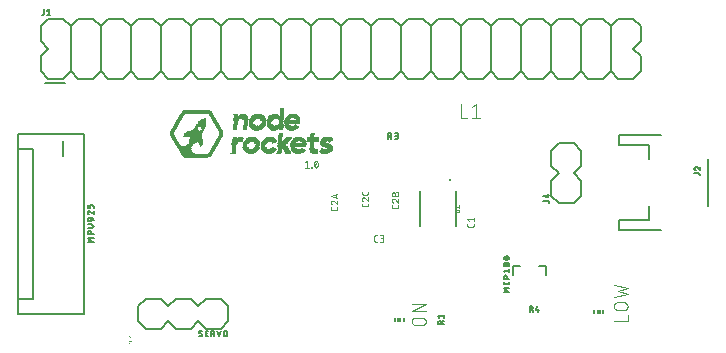
<source format=gbr>
G04 EAGLE Gerber RS-274X export*
G75*
%MOMM*%
%FSLAX34Y34*%
%LPD*%
%AMOC8*
5,1,8,0,0,1.08239X$1,22.5*%
G01*
%ADD10R,0.025400X0.025400*%
%ADD11R,0.076200X0.025400*%
%ADD12R,0.127000X0.025400*%
%ADD13R,0.010162X0.010162*%
%ADD14R,0.010156X0.010162*%
%ADD15R,1.838956X0.010162*%
%ADD16R,2.021838X0.010156*%
%ADD17R,0.010156X0.010156*%
%ADD18R,2.062481X0.010156*%
%ADD19R,2.123438X0.010156*%
%ADD20R,2.164081X0.010156*%
%ADD21R,2.214875X0.010162*%
%ADD22R,2.245356X0.010156*%
%ADD23R,2.275838X0.010156*%
%ADD24R,2.306319X0.010156*%
%ADD25R,2.336800X0.010156*%
%ADD26R,2.357119X0.010162*%
%ADD27R,2.387600X0.010156*%
%ADD28R,2.397756X0.010156*%
%ADD29R,2.428238X0.010156*%
%ADD30R,2.448556X0.010156*%
%ADD31R,2.468881X0.010162*%
%ADD32R,2.468881X0.010156*%
%ADD33R,2.499356X0.010156*%
%ADD34R,2.509519X0.010156*%
%ADD35R,2.529838X0.010156*%
%ADD36R,2.529838X0.010162*%
%ADD37R,2.550156X0.010156*%
%ADD38R,2.560319X0.010156*%
%ADD39R,2.580637X0.010156*%
%ADD40R,1.209037X0.010162*%
%ADD41R,0.447038X0.010162*%
%ADD42R,1.168400X0.010156*%
%ADD43R,0.396238X0.010156*%
%ADD44R,1.137919X0.010156*%
%ADD45R,0.375919X0.010156*%
%ADD46R,1.107438X0.010156*%
%ADD47R,0.365756X0.010156*%
%ADD48R,0.355600X0.010156*%
%ADD49R,1.087119X0.010162*%
%ADD50R,0.345438X0.010162*%
%ADD51R,0.050800X0.010162*%
%ADD52R,1.087119X0.010156*%
%ADD53R,0.335281X0.010156*%
%ADD54R,0.233681X0.010156*%
%ADD55R,0.010162X0.010156*%
%ADD56R,0.233675X0.010156*%
%ADD57R,0.213356X0.010156*%
%ADD58R,0.254000X0.010156*%
%ADD59R,0.335275X0.010156*%
%ADD60R,1.056638X0.010156*%
%ADD61R,0.314956X0.010156*%
%ADD62R,0.436875X0.010156*%
%ADD63R,1.046481X0.010156*%
%ADD64R,0.325119X0.010156*%
%ADD65R,0.436881X0.010156*%
%ADD66R,0.457200X0.010156*%
%ADD67R,0.416556X0.010156*%
%ADD68R,0.477519X0.010156*%
%ADD69R,0.538475X0.010156*%
%ADD70R,1.046475X0.010156*%
%ADD71R,0.304800X0.010156*%
%ADD72R,0.497838X0.010156*%
%ADD73R,0.518156X0.010156*%
%ADD74R,0.599438X0.010156*%
%ADD75R,1.046475X0.010162*%
%ADD76R,0.314956X0.010162*%
%ADD77R,0.406400X0.010162*%
%ADD78R,0.579119X0.010162*%
%ADD79R,0.365756X0.010162*%
%ADD80R,0.508000X0.010162*%
%ADD81R,0.538475X0.010162*%
%ADD82R,0.548638X0.010162*%
%ADD83R,0.660400X0.010162*%
%ADD84R,1.036319X0.010156*%
%ADD85R,0.294637X0.010156*%
%ADD86R,0.619756X0.010156*%
%ADD87R,0.568956X0.010156*%
%ADD88R,0.721356X0.010156*%
%ADD89R,0.680719X0.010156*%
%ADD90R,0.508000X0.010156*%
%ADD91R,0.660400X0.010156*%
%ADD92R,0.589275X0.010156*%
%ADD93R,0.762000X0.010156*%
%ADD94R,1.026163X0.010156*%
%ADD95R,0.701037X0.010156*%
%ADD96R,0.802638X0.010156*%
%ADD97R,1.026156X0.010156*%
%ADD98R,0.741675X0.010156*%
%ADD99R,0.629919X0.010156*%
%ADD100R,0.822956X0.010156*%
%ADD101R,1.026156X0.010162*%
%ADD102R,0.294637X0.010162*%
%ADD103R,0.396238X0.010162*%
%ADD104R,0.782319X0.010162*%
%ADD105R,0.762000X0.010162*%
%ADD106R,0.619756X0.010162*%
%ADD107R,0.843275X0.010162*%
%ADD108R,0.904238X0.010156*%
%ADD109R,1.005837X0.010156*%
%ADD110R,0.843275X0.010156*%
%ADD111R,0.863600X0.010156*%
%ADD112R,0.833119X0.010156*%
%ADD113R,0.650238X0.010156*%
%ADD114R,0.924556X0.010156*%
%ADD115R,1.016000X0.010156*%
%ADD116R,0.883919X0.010156*%
%ADD117R,0.670563X0.010156*%
%ADD118R,0.944875X0.010156*%
%ADD119R,0.965200X0.010156*%
%ADD120R,1.026163X0.010162*%
%ADD121R,0.944875X0.010162*%
%ADD122R,0.375919X0.010162*%
%ADD123R,0.518156X0.010162*%
%ADD124R,0.914400X0.010162*%
%ADD125R,0.690881X0.010162*%
%ADD126R,0.985519X0.010162*%
%ADD127R,0.975363X0.010156*%
%ADD128R,0.934719X0.010156*%
%ADD129R,0.406400X0.010156*%
%ADD130R,0.985519X0.010156*%
%ADD131R,0.975356X0.010156*%
%ADD132R,0.284481X0.010156*%
%ADD133R,0.711200X0.010156*%
%ADD134R,1.056638X0.010162*%
%ADD135R,1.066800X0.010162*%
%ADD136R,0.487681X0.010162*%
%ADD137R,0.711200X0.010162*%
%ADD138R,1.076963X0.010156*%
%ADD139R,0.487681X0.010156*%
%ADD140R,0.721363X0.010156*%
%ADD141R,1.097281X0.010156*%
%ADD142R,1.066800X0.010156*%
%ADD143R,1.127756X0.010156*%
%ADD144R,0.731519X0.010156*%
%ADD145R,0.284475X0.010156*%
%ADD146R,1.036319X0.010162*%
%ADD147R,1.158238X0.010162*%
%ADD148R,0.487675X0.010162*%
%ADD149R,1.127756X0.010162*%
%ADD150R,0.741681X0.010162*%
%ADD151R,1.158238X0.010156*%
%ADD152R,1.188719X0.010156*%
%ADD153R,0.741681X0.010156*%
%ADD154R,1.198881X0.010156*%
%ADD155R,1.117600X0.010156*%
%ADD156R,0.995681X0.010156*%
%ADD157R,1.209037X0.010156*%
%ADD158R,1.219200X0.010156*%
%ADD159R,1.229356X0.010162*%
%ADD160R,1.219200X0.010162*%
%ADD161R,0.477519X0.010162*%
%ADD162R,1.097275X0.010162*%
%ADD163R,0.751838X0.010162*%
%ADD164R,0.355600X0.010162*%
%ADD165R,1.249675X0.010156*%
%ADD166R,1.239519X0.010156*%
%ADD167R,0.538481X0.010156*%
%ADD168R,0.426719X0.010156*%
%ADD169R,0.751838X0.010156*%
%ADD170R,1.249681X0.010156*%
%ADD171R,0.274319X0.010156*%
%ADD172R,1.259838X0.010156*%
%ADD173R,1.270000X0.010156*%
%ADD174R,0.243838X0.010156*%
%ADD175R,0.528319X0.010156*%
%ADD176R,0.071119X0.010156*%
%ADD177R,0.193038X0.010156*%
%ADD178R,1.290319X0.010162*%
%ADD179R,1.280156X0.010162*%
%ADD180R,0.457200X0.010162*%
%ADD181R,0.274319X0.010162*%
%ADD182R,0.497838X0.010162*%
%ADD183R,0.040638X0.010162*%
%ADD184R,0.193038X0.010162*%
%ADD185R,0.426719X0.010162*%
%ADD186R,0.548638X0.010156*%
%ADD187R,0.558800X0.010156*%
%ADD188R,0.467356X0.010156*%
%ADD189R,0.152400X0.010156*%
%ADD190R,1.076956X0.010156*%
%ADD191R,0.416563X0.010156*%
%ADD192R,0.518162X0.010156*%
%ADD193R,0.447038X0.010156*%
%ADD194R,0.223519X0.010156*%
%ADD195R,0.132075X0.010156*%
%ADD196R,0.172719X0.010156*%
%ADD197R,0.111756X0.010156*%
%ADD198R,1.097275X0.010156*%
%ADD199R,0.101600X0.010156*%
%ADD200R,0.335281X0.010162*%
%ADD201R,0.132081X0.010162*%
%ADD202R,0.071119X0.010162*%
%ADD203R,0.487675X0.010156*%
%ADD204R,0.060963X0.010156*%
%ADD205R,0.467363X0.010156*%
%ADD206R,0.091438X0.010156*%
%ADD207R,0.030475X0.010156*%
%ADD208R,0.040638X0.010156*%
%ADD209R,1.137919X0.010162*%
%ADD210R,0.436881X0.010162*%
%ADD211R,0.203200X0.010162*%
%ADD212R,0.416556X0.010162*%
%ADD213R,0.020319X0.010162*%
%ADD214R,0.436875X0.010162*%
%ADD215R,0.162562X0.010156*%
%ADD216R,1.148075X0.010156*%
%ADD217R,0.365762X0.010162*%
%ADD218R,0.467356X0.010162*%
%ADD219R,0.030481X0.010156*%
%ADD220R,0.843281X0.010156*%
%ADD221R,0.822963X0.010156*%
%ADD222R,0.386081X0.010156*%
%ADD223R,0.822956X0.010162*%
%ADD224R,1.310638X0.010156*%
%ADD225R,0.782319X0.010156*%
%ADD226R,0.589281X0.010156*%
%ADD227R,0.812800X0.010156*%
%ADD228R,1.330956X0.010156*%
%ADD229R,0.792481X0.010156*%
%ADD230R,1.320800X0.010156*%
%ADD231R,1.320800X0.010162*%
%ADD232R,0.863600X0.010162*%
%ADD233R,0.081275X0.010156*%
%ADD234R,0.772163X0.010156*%
%ADD235R,0.894081X0.010156*%
%ADD236R,0.335275X0.010162*%
%ADD237R,1.330956X0.010162*%
%ADD238R,0.904238X0.010162*%
%ADD239R,0.132081X0.010156*%
%ADD240R,0.314963X0.010156*%
%ADD241R,1.341119X0.010156*%
%ADD242R,0.182875X0.010162*%
%ADD243R,0.284481X0.010162*%
%ADD244R,0.690875X0.010162*%
%ADD245R,0.203200X0.010156*%
%ADD246R,0.690875X0.010156*%
%ADD247R,0.873756X0.010156*%
%ADD248R,0.670556X0.010156*%
%ADD249R,0.243838X0.010162*%
%ADD250R,0.304800X0.010162*%
%ADD251R,0.853438X0.010162*%
%ADD252R,0.264156X0.010156*%
%ADD253R,0.772156X0.010156*%
%ADD254R,0.416563X0.010162*%
%ADD255R,0.721356X0.010162*%
%ADD256R,1.310638X0.010162*%
%ADD257R,0.701037X0.010162*%
%ADD258R,0.528319X0.010162*%
%ADD259R,0.386081X0.010162*%
%ADD260R,0.386075X0.010156*%
%ADD261R,0.345438X0.010156*%
%ADD262R,0.050800X0.010156*%
%ADD263R,0.121919X0.010162*%
%ADD264R,0.365762X0.010156*%
%ADD265R,0.853438X0.010156*%
%ADD266R,0.599438X0.010162*%
%ADD267R,0.538481X0.010162*%
%ADD268R,0.873756X0.010162*%
%ADD269R,0.030481X0.010162*%
%ADD270R,0.579119X0.010156*%
%ADD271R,0.609600X0.010156*%
%ADD272R,0.568963X0.010156*%
%ADD273R,0.609600X0.010162*%
%ADD274R,0.640081X0.010162*%
%ADD275R,1.229356X0.010156*%
%ADD276R,0.914400X0.010156*%
%ADD277R,0.640075X0.010156*%
%ADD278R,1.016000X0.010162*%
%ADD279R,0.284475X0.010162*%
%ADD280R,0.924563X0.010162*%
%ADD281R,1.148081X0.010162*%
%ADD282R,0.924556X0.010162*%
%ADD283R,0.944881X0.010156*%
%ADD284R,1.117600X0.010162*%
%ADD285R,0.995681X0.010162*%
%ADD286R,1.005837X0.010162*%
%ADD287R,0.944881X0.010162*%
%ADD288R,0.955038X0.010156*%
%ADD289R,1.097281X0.010162*%
%ADD290R,0.772156X0.010162*%
%ADD291R,0.619762X0.010156*%
%ADD292R,0.314963X0.010162*%
%ADD293R,0.558800X0.010162*%
%ADD294R,1.534156X0.010156*%
%ADD295R,1.564638X0.010156*%
%ADD296R,1.554481X0.010162*%
%ADD297R,1.554481X0.010156*%
%ADD298R,1.534156X0.010162*%
%ADD299R,1.544319X0.010156*%
%ADD300R,1.513838X0.010156*%
%ADD301R,1.513838X0.010162*%
%ADD302R,1.503681X0.010156*%
%ADD303R,1.493519X0.010156*%
%ADD304R,1.483356X0.010156*%
%ADD305R,1.473200X0.010162*%
%ADD306R,1.473200X0.010156*%
%ADD307R,1.463037X0.010156*%
%ADD308R,1.452881X0.010156*%
%ADD309R,1.452881X0.010162*%
%ADD310R,1.452875X0.010156*%
%ADD311R,1.442719X0.010156*%
%ADD312R,1.432556X0.010156*%
%ADD313R,1.402075X0.010162*%
%ADD314R,1.391919X0.010156*%
%ADD315R,1.371600X0.010156*%
%ADD316R,1.371600X0.010162*%
%ADD317R,1.290319X0.010156*%
%ADD318R,1.239519X0.010162*%
%ADD319R,0.233681X0.010162*%
%ADD320R,0.223519X0.010162*%
%ADD321R,0.213356X0.010162*%
%ADD322R,0.680719X0.010162*%
%ADD323R,0.690881X0.010156*%
%ADD324R,0.254000X0.010162*%
%ADD325R,0.955038X0.010162*%
%ADD326R,1.107438X0.010162*%
%ADD327R,1.280156X0.010156*%
%ADD328R,1.178556X0.010156*%
%ADD329R,1.300481X0.010156*%
%ADD330R,1.178556X0.010162*%
%ADD331R,1.127763X0.010156*%
%ADD332R,0.264163X0.010156*%
%ADD333R,1.270000X0.010162*%
%ADD334R,1.341119X0.010162*%
%ADD335R,1.351281X0.010156*%
%ADD336R,0.640081X0.010156*%
%ADD337R,0.822963X0.010162*%
%ADD338R,0.182881X0.010156*%
%ADD339R,0.812800X0.010162*%
%ADD340R,0.091438X0.010162*%
%ADD341R,0.650238X0.010162*%
%ADD342R,0.589281X0.010162*%
%ADD343R,0.386075X0.010162*%
%ADD344R,0.142238X0.010156*%
%ADD345R,1.259838X0.010162*%
%ADD346R,1.188719X0.010162*%
%ADD347R,1.300481X0.010162*%
%ADD348R,1.148081X0.010156*%
%ADD349R,1.046481X0.010162*%
%ADD350R,0.873762X0.010156*%
%ADD351R,0.670556X0.010162*%
%ADD352R,0.883919X0.010162*%
%ADD353R,0.741675X0.010162*%
%ADD354R,0.325119X0.010162*%
%ADD355R,2.590800X0.010156*%
%ADD356R,2.570481X0.010156*%
%ADD357R,2.550163X0.010162*%
%ADD358R,2.540000X0.010156*%
%ADD359R,2.519675X0.010156*%
%ADD360R,2.489200X0.010162*%
%ADD361R,2.458719X0.010156*%
%ADD362R,2.448562X0.010156*%
%ADD363R,2.418075X0.010156*%
%ADD364R,2.407919X0.010156*%
%ADD365R,2.367281X0.010162*%
%ADD366R,2.367281X0.010156*%
%ADD367R,2.326637X0.010156*%
%ADD368R,2.265681X0.010156*%
%ADD369R,2.245363X0.010162*%
%ADD370R,2.204719X0.010156*%
%ADD371R,2.103119X0.010156*%
%ADD372R,2.001519X0.010162*%
%ADD373R,1.899919X0.010156*%
%ADD374C,0.050800*%
%ADD375C,0.203200*%
%ADD376C,0.127000*%
%ADD377C,0.101600*%
%ADD378R,0.150000X0.300000*%
%ADD379R,0.300000X0.300000*%
%ADD380C,0.254000*%
%ADD381C,0.025400*%


D10*
X145796Y11938D03*
X146050Y13716D03*
X145288Y13970D03*
D11*
X146050Y13970D03*
D12*
X146050Y14224D03*
D10*
X146050Y17780D03*
X145288Y18034D03*
D13*
X192430Y170180D03*
D14*
X192634Y170180D03*
D15*
X201981Y170180D03*
D14*
X211328Y170180D03*
X211531Y170180D03*
D16*
X201981Y170282D03*
D17*
X191618Y170383D03*
D18*
X202082Y170383D03*
D19*
X202082Y170485D03*
D20*
X201981Y170586D03*
D21*
X202032Y170688D03*
D22*
X201981Y170790D03*
D23*
X202032Y170891D03*
D24*
X202082Y170993D03*
D25*
X202032Y171094D03*
D26*
X202032Y171196D03*
D27*
X201981Y171298D03*
D28*
X202032Y171399D03*
D29*
X201981Y171501D03*
D30*
X201981Y171602D03*
D31*
X201981Y171704D03*
D32*
X202082Y171806D03*
D33*
X202032Y171907D03*
D34*
X202082Y172009D03*
D35*
X202082Y172110D03*
D36*
X201981Y172212D03*
D37*
X201981Y172314D03*
D38*
X202032Y172415D03*
D39*
X202032Y172517D03*
X202032Y172618D03*
D40*
X195072Y172720D03*
D14*
X201270Y172720D03*
X201473Y172720D03*
X210414Y172720D03*
D41*
X212801Y172720D03*
D42*
X194767Y172822D03*
D43*
X213055Y172822D03*
D44*
X194615Y172923D03*
D45*
X213258Y172923D03*
D46*
X194462Y173025D03*
D47*
X213411Y173025D03*
D46*
X194361Y173126D03*
D48*
X213563Y173126D03*
D49*
X194158Y173228D03*
D50*
X213614Y173228D03*
D14*
X309880Y173228D03*
X310083Y173228D03*
D13*
X310286Y173228D03*
D14*
X310490Y173228D03*
D51*
X310896Y173228D03*
D13*
X311302Y173228D03*
D14*
X311506Y173228D03*
X311709Y173228D03*
X311912Y173228D03*
D52*
X194056Y173330D03*
D53*
X213665Y173330D03*
D17*
X246583Y173330D03*
D54*
X247904Y173330D03*
D17*
X249225Y173330D03*
X261823Y173330D03*
D55*
X262026Y173330D03*
D56*
X263347Y173330D03*
D17*
X287020Y173330D03*
D57*
X288239Y173330D03*
D55*
X289458Y173330D03*
D17*
X300431Y173330D03*
D58*
X301854Y173330D03*
D17*
X303276Y173330D03*
X303479Y173330D03*
X309169Y173330D03*
D59*
X310998Y173330D03*
D55*
X312826Y173330D03*
D60*
X193904Y173431D03*
D61*
X213868Y173431D03*
D17*
X246075Y173431D03*
D53*
X247904Y173431D03*
D17*
X249733Y173431D03*
D55*
X261518Y173431D03*
D61*
X263246Y173431D03*
D17*
X264973Y173431D03*
X286512Y173431D03*
D61*
X288239Y173431D03*
D55*
X289966Y173431D03*
X300126Y173431D03*
D48*
X302057Y173431D03*
D17*
X308661Y173431D03*
D62*
X310998Y173431D03*
D63*
X193853Y173533D03*
D64*
X213919Y173533D03*
D17*
X231343Y173533D03*
D55*
X231546Y173533D03*
D17*
X231750Y173533D03*
X231953Y173533D03*
X232156Y173533D03*
X232359Y173533D03*
D55*
X232562Y173533D03*
D17*
X232766Y173533D03*
X232969Y173533D03*
X233172Y173533D03*
X233375Y173533D03*
D55*
X233578Y173533D03*
D17*
X233782Y173533D03*
X233985Y173533D03*
X234188Y173533D03*
X234391Y173533D03*
D55*
X234594Y173533D03*
D17*
X234798Y173533D03*
X235001Y173533D03*
X235204Y173533D03*
D65*
X247904Y173533D03*
D17*
X250241Y173533D03*
D66*
X263246Y173533D03*
D17*
X270358Y173533D03*
X270561Y173533D03*
X270764Y173533D03*
X270967Y173533D03*
D55*
X271170Y173533D03*
D17*
X271374Y173533D03*
X271577Y173533D03*
X271780Y173533D03*
X271983Y173533D03*
D55*
X272186Y173533D03*
D17*
X272390Y173533D03*
X272593Y173533D03*
X272796Y173533D03*
X272999Y173533D03*
D55*
X273202Y173533D03*
D17*
X273406Y173533D03*
X273609Y173533D03*
X273812Y173533D03*
D55*
X277266Y173533D03*
D17*
X277470Y173533D03*
X277673Y173533D03*
X277876Y173533D03*
X278079Y173533D03*
D55*
X278282Y173533D03*
D17*
X278486Y173533D03*
X278689Y173533D03*
X278892Y173533D03*
X279095Y173533D03*
D55*
X279298Y173533D03*
D17*
X279502Y173533D03*
X279705Y173533D03*
X279908Y173533D03*
X280111Y173533D03*
D55*
X280314Y173533D03*
D17*
X280518Y173533D03*
X280721Y173533D03*
X280924Y173533D03*
X281127Y173533D03*
D55*
X281330Y173533D03*
D17*
X281534Y173533D03*
X281737Y173533D03*
X281940Y173533D03*
X282143Y173533D03*
X286004Y173533D03*
D67*
X288239Y173533D03*
D55*
X290474Y173533D03*
D68*
X301955Y173533D03*
D17*
X308153Y173533D03*
D69*
X310998Y173533D03*
D70*
X193751Y173634D03*
D71*
X214020Y173634D03*
D43*
X233375Y173634D03*
D72*
X247904Y173634D03*
D17*
X250546Y173634D03*
X260706Y173634D03*
D68*
X263246Y173634D03*
D17*
X265786Y173634D03*
D45*
X272085Y173634D03*
D73*
X279705Y173634D03*
D68*
X288239Y173634D03*
D73*
X302057Y173634D03*
D17*
X307848Y173634D03*
D74*
X310998Y173634D03*
D75*
X193650Y173736D03*
D76*
X214071Y173736D03*
D77*
X233324Y173736D03*
D78*
X248006Y173736D03*
X263246Y173736D03*
D79*
X272136Y173736D03*
D80*
X279654Y173736D03*
D13*
X285394Y173736D03*
D81*
X288239Y173736D03*
D82*
X301904Y173736D03*
D83*
X310998Y173736D03*
D84*
X193599Y173838D03*
D85*
X214173Y173838D03*
D43*
X233375Y173838D03*
D86*
X247904Y173838D03*
D74*
X263246Y173838D03*
D45*
X272085Y173838D03*
D72*
X279603Y173838D03*
D74*
X288239Y173838D03*
D87*
X301803Y173838D03*
D88*
X310998Y173838D03*
D84*
X193497Y173939D03*
D71*
X214224Y173939D03*
D67*
X233375Y173939D03*
D89*
X247904Y173939D03*
X263347Y173939D03*
D47*
X272136Y173939D03*
D90*
X279552Y173939D03*
D91*
X288239Y173939D03*
D92*
X301701Y173939D03*
D93*
X310896Y173939D03*
D94*
X193446Y174041D03*
D71*
X214325Y174041D03*
D43*
X233375Y174041D03*
D88*
X248006Y174041D03*
D17*
X259690Y174041D03*
D95*
X263347Y174041D03*
D45*
X272085Y174041D03*
D90*
X279451Y174041D03*
D89*
X288239Y174041D03*
D74*
X301650Y174041D03*
D96*
X310998Y174041D03*
D97*
X193345Y174142D03*
D71*
X214325Y174142D03*
D67*
X233375Y174142D03*
D93*
X247904Y174142D03*
X263347Y174142D03*
D45*
X272186Y174142D03*
D73*
X279400Y174142D03*
D98*
X288239Y174142D03*
D99*
X301600Y174142D03*
D100*
X310998Y174142D03*
D101*
X193243Y174244D03*
D102*
X214376Y174244D03*
D103*
X233375Y174244D03*
D104*
X247904Y174244D03*
X263347Y174244D03*
D79*
X272136Y174244D03*
D80*
X279349Y174244D03*
D105*
X288239Y174244D03*
D106*
X301549Y174244D03*
D107*
X310998Y174244D03*
D97*
X193142Y174346D03*
D85*
X214478Y174346D03*
D67*
X233375Y174346D03*
D100*
X248006Y174346D03*
X263246Y174346D03*
D45*
X272186Y174346D03*
D72*
X279298Y174346D03*
D96*
X288239Y174346D03*
D91*
X301447Y174346D03*
D108*
X310998Y174346D03*
D109*
X193142Y174447D03*
D85*
X214579Y174447D03*
D43*
X233375Y174447D03*
D110*
X248006Y174447D03*
D111*
X263347Y174447D03*
D47*
X272136Y174447D03*
D72*
X279197Y174447D03*
D112*
X288290Y174447D03*
D113*
X301396Y174447D03*
D114*
X310998Y174447D03*
D115*
X193091Y174549D03*
D85*
X214681Y174549D03*
D67*
X233375Y174549D03*
D108*
X248006Y174549D03*
D116*
X263347Y174549D03*
D45*
X272186Y174549D03*
D72*
X279095Y174549D03*
D111*
X288239Y174549D03*
D117*
X301396Y174549D03*
D118*
X310998Y174549D03*
D115*
X192989Y174650D03*
D85*
X214681Y174650D03*
D43*
X233375Y174650D03*
D114*
X248006Y174650D03*
D108*
X263347Y174650D03*
D47*
X272136Y174650D03*
D72*
X279095Y174650D03*
D116*
X288239Y174650D03*
D91*
X301346Y174650D03*
D119*
X310998Y174650D03*
D120*
X192938Y174752D03*
D102*
X214681Y174752D03*
D77*
X233426Y174752D03*
D121*
X248006Y174752D03*
X263246Y174752D03*
D122*
X272186Y174752D03*
D123*
X278994Y174752D03*
D124*
X288290Y174752D03*
D125*
X301295Y174752D03*
D126*
X310998Y174752D03*
D115*
X192888Y174854D03*
D85*
X214782Y174854D03*
D43*
X233375Y174854D03*
D119*
X248006Y174854D03*
D127*
X263296Y174854D03*
D47*
X272136Y174854D03*
D72*
X278994Y174854D03*
D128*
X288290Y174854D03*
D89*
X301244Y174854D03*
D109*
X310998Y174854D03*
X192837Y174955D03*
D85*
X214884Y174955D03*
D129*
X233426Y174955D03*
D130*
X248006Y174955D03*
D109*
X263347Y174955D03*
D45*
X272186Y174955D03*
D72*
X278892Y174955D03*
D131*
X288290Y174955D03*
D95*
X301244Y174955D03*
D97*
X310998Y174955D03*
D109*
X192735Y175057D03*
D132*
X214935Y175057D03*
D129*
X233426Y175057D03*
D109*
X248006Y175057D03*
D97*
X263347Y175057D03*
D48*
X272186Y175057D03*
D72*
X278790Y175057D03*
D130*
X288341Y175057D03*
D95*
X301142Y175057D03*
D97*
X311099Y175057D03*
X192735Y175158D03*
D71*
X214935Y175158D03*
D129*
X233426Y175158D03*
D84*
X248056Y175158D03*
D70*
X263347Y175158D03*
D45*
X272186Y175158D03*
D72*
X278689Y175158D03*
D97*
X288239Y175158D03*
D133*
X301193Y175158D03*
D97*
X311201Y175158D03*
D101*
X192634Y175260D03*
D102*
X214986Y175260D03*
D77*
X233426Y175260D03*
D134*
X248056Y175260D03*
D135*
X263347Y175260D03*
D79*
X272237Y175260D03*
D136*
X278638Y175260D03*
D101*
X288341Y175260D03*
D137*
X301193Y175260D03*
D120*
X311302Y175260D03*
D115*
X192583Y175362D03*
D85*
X215087Y175362D03*
D43*
X233477Y175362D03*
D138*
X248056Y175362D03*
D52*
X263347Y175362D03*
D45*
X272186Y175362D03*
D139*
X278638Y175362D03*
D63*
X288341Y175362D03*
D140*
X301142Y175362D03*
D97*
X311404Y175362D03*
D109*
X192532Y175463D03*
D85*
X215189Y175463D03*
D129*
X233426Y175463D03*
D141*
X248056Y175463D03*
X263398Y175463D03*
D47*
X272237Y175463D03*
D72*
X278587Y175463D03*
D142*
X288341Y175463D03*
D140*
X301142Y175463D03*
D97*
X311506Y175463D03*
X192532Y175565D03*
D71*
X215240Y175565D03*
D43*
X233477Y175565D03*
D143*
X248107Y175565D03*
X263347Y175565D03*
D45*
X272186Y175565D03*
D72*
X278486Y175565D03*
D52*
X288341Y175565D03*
D144*
X301092Y175565D03*
D84*
X311556Y175565D03*
D94*
X192430Y175666D03*
D145*
X215240Y175666D03*
D129*
X233426Y175666D03*
D143*
X248006Y175666D03*
D44*
X263398Y175666D03*
D47*
X272237Y175666D03*
D72*
X278384Y175666D03*
D46*
X288341Y175666D03*
D144*
X301092Y175666D03*
D115*
X311658Y175666D03*
D146*
X192380Y175768D03*
D102*
X215290Y175768D03*
D103*
X233477Y175768D03*
D147*
X248056Y175768D03*
X263398Y175768D03*
D122*
X272186Y175768D03*
D148*
X278333Y175768D03*
D149*
X288341Y175768D03*
D150*
X301041Y175768D03*
D101*
X311709Y175768D03*
D94*
X192430Y175870D03*
D85*
X215392Y175870D03*
D129*
X233528Y175870D03*
D151*
X248056Y175870D03*
D42*
X263449Y175870D03*
D47*
X272237Y175870D03*
D68*
X278282Y175870D03*
D143*
X288239Y175870D03*
D144*
X301092Y175870D03*
D109*
X311810Y175870D03*
D97*
X192329Y175971D03*
D71*
X215443Y175971D03*
D43*
X233477Y175971D03*
D152*
X248006Y175971D03*
X263449Y175971D03*
D45*
X272186Y175971D03*
D72*
X278282Y175971D03*
D143*
X288138Y175971D03*
D153*
X301041Y175971D03*
D109*
X311912Y175971D03*
D84*
X192278Y176073D03*
D85*
X215494Y176073D03*
D129*
X233528Y176073D03*
D152*
X248107Y176073D03*
D154*
X263398Y176073D03*
D45*
X272288Y176073D03*
D72*
X278181Y176073D03*
D155*
X288087Y176073D03*
D153*
X301142Y176073D03*
D156*
X311963Y176073D03*
D70*
X192227Y176174D03*
D85*
X215494Y176174D03*
D43*
X233477Y176174D03*
D157*
X248107Y176174D03*
D158*
X263398Y176174D03*
D47*
X272237Y176174D03*
D72*
X278079Y176174D03*
D155*
X287985Y176174D03*
D153*
X301041Y176174D03*
D156*
X312064Y176174D03*
D146*
X192176Y176276D03*
D102*
X215595Y176276D03*
D77*
X233528Y176276D03*
D159*
X248107Y176276D03*
D160*
X263398Y176276D03*
D122*
X272288Y176276D03*
D161*
X278079Y176276D03*
D162*
X287884Y176276D03*
D163*
X301092Y176276D03*
D164*
X308966Y176276D03*
D14*
X310896Y176276D03*
X311099Y176276D03*
D13*
X311302Y176276D03*
D14*
X311506Y176276D03*
X311709Y176276D03*
D123*
X314452Y176276D03*
D60*
X192176Y176378D03*
D85*
X215697Y176378D03*
D129*
X233528Y176378D03*
D165*
X248107Y176378D03*
D166*
X263398Y176378D03*
D45*
X272288Y176378D03*
D139*
X277927Y176378D03*
D167*
X284988Y176378D03*
D17*
X287833Y176378D03*
X288849Y176378D03*
D168*
X291135Y176378D03*
D169*
X301092Y176378D03*
D64*
X308813Y176378D03*
D17*
X310591Y176378D03*
D72*
X314655Y176378D03*
D70*
X192126Y176479D03*
D145*
X215748Y176479D03*
D129*
X233528Y176479D03*
D165*
X248107Y176479D03*
D170*
X263449Y176479D03*
D45*
X272288Y176479D03*
D68*
X277876Y176479D03*
D72*
X284683Y176479D03*
D17*
X287325Y176479D03*
X289357Y176479D03*
D48*
X291287Y176479D03*
D169*
X301092Y176479D03*
D171*
X308762Y176479D03*
D17*
X312522Y176479D03*
D65*
X314858Y176479D03*
D60*
X192075Y176581D03*
D85*
X215798Y176581D03*
D129*
X233528Y176581D03*
D172*
X248158Y176581D03*
D173*
X263449Y176581D03*
D45*
X272288Y176581D03*
D72*
X277876Y176581D03*
D139*
X284632Y176581D03*
D59*
X291287Y176581D03*
D169*
X301092Y176581D03*
D174*
X308610Y176581D03*
D65*
X314960Y176581D03*
D142*
X192024Y176682D03*
D85*
X215798Y176682D03*
D43*
X233578Y176682D03*
D173*
X248107Y176682D03*
X263449Y176682D03*
D45*
X272288Y176682D03*
D72*
X277774Y176682D03*
D66*
X284480Y176682D03*
D85*
X291389Y176682D03*
D175*
X299974Y176682D03*
D17*
X303784Y176682D03*
X303987Y176682D03*
D176*
X304495Y176682D03*
D177*
X308559Y176682D03*
D168*
X315112Y176682D03*
D135*
X192024Y176784D03*
D102*
X215900Y176784D03*
D77*
X233528Y176784D03*
D178*
X248107Y176784D03*
D179*
X263398Y176784D03*
D122*
X272288Y176784D03*
D148*
X277724Y176784D03*
D180*
X284378Y176784D03*
D181*
X291389Y176784D03*
D182*
X299822Y176784D03*
D14*
X304292Y176784D03*
D183*
X304648Y176784D03*
D184*
X308661Y176784D03*
D185*
X315112Y176784D03*
D142*
X192024Y176886D03*
D85*
X216002Y176886D03*
D43*
X233578Y176886D03*
D186*
X244399Y176886D03*
D55*
X247294Y176886D03*
D17*
X248920Y176886D03*
D187*
X251866Y176886D03*
X259791Y176886D03*
D17*
X264363Y176886D03*
D72*
X267005Y176886D03*
D45*
X272288Y176886D03*
D68*
X277673Y176886D03*
D66*
X284277Y176886D03*
D174*
X291440Y176886D03*
D188*
X299669Y176886D03*
D17*
X304800Y176886D03*
D189*
X308559Y176886D03*
D67*
X315163Y176886D03*
D190*
X191973Y176987D03*
D71*
X216052Y176987D03*
D191*
X233578Y176987D03*
D192*
X244246Y176987D03*
D17*
X246990Y176987D03*
D69*
X252070Y176987D03*
D167*
X259588Y176987D03*
D68*
X267005Y176987D03*
D47*
X272339Y176987D03*
D68*
X277571Y176987D03*
D193*
X284226Y176987D03*
D194*
X291338Y176987D03*
D66*
X299618Y176987D03*
D195*
X308559Y176987D03*
D129*
X315214Y176987D03*
D52*
X191922Y177089D03*
D132*
X216052Y177089D03*
D43*
X233578Y177089D03*
D73*
X244145Y177089D03*
D90*
X252222Y177089D03*
X259436Y177089D03*
D17*
X264973Y177089D03*
D43*
X267106Y177089D03*
D45*
X272288Y177089D03*
D68*
X277470Y177089D03*
D168*
X284124Y177089D03*
D196*
X291389Y177089D03*
D193*
X299568Y177089D03*
D197*
X308559Y177089D03*
D129*
X315214Y177089D03*
D198*
X191872Y177190D03*
D85*
X216103Y177190D03*
D191*
X233578Y177190D03*
D72*
X243942Y177190D03*
X252273Y177190D03*
X259385Y177190D03*
D55*
X265074Y177190D03*
D45*
X267106Y177190D03*
X272390Y177190D03*
D139*
X277419Y177190D03*
D62*
X284074Y177190D03*
D189*
X291389Y177190D03*
D65*
X299517Y177190D03*
D199*
X308508Y177190D03*
D67*
X315265Y177190D03*
D162*
X191872Y177292D03*
D102*
X216205Y177292D03*
D103*
X233578Y177292D03*
D161*
X243942Y177292D03*
X252476Y177292D03*
X259182Y177292D03*
D200*
X267005Y177292D03*
D79*
X272339Y177292D03*
D161*
X277368Y177292D03*
D185*
X284023Y177292D03*
D201*
X291389Y177292D03*
D185*
X299466Y177292D03*
D202*
X308559Y177292D03*
D103*
X315265Y177292D03*
D198*
X191872Y177394D03*
D85*
X216306Y177394D03*
D191*
X233578Y177394D03*
D68*
X243840Y177394D03*
X252578Y177394D03*
X259080Y177394D03*
D61*
X267005Y177394D03*
D45*
X272390Y177394D03*
D203*
X277317Y177394D03*
D67*
X283972Y177394D03*
D197*
X291389Y177394D03*
D168*
X299466Y177394D03*
D204*
X308508Y177394D03*
D67*
X315265Y177394D03*
D46*
X191821Y177495D03*
D145*
X216357Y177495D03*
D43*
X233578Y177495D03*
D188*
X243789Y177495D03*
D205*
X252628Y177495D03*
D66*
X259080Y177495D03*
D171*
X267106Y177495D03*
D47*
X272339Y177495D03*
D68*
X277266Y177495D03*
D191*
X283870Y177495D03*
D206*
X291389Y177495D03*
D168*
X299466Y177495D03*
D207*
X308559Y177495D03*
D129*
X315214Y177495D03*
D155*
X191770Y177597D03*
D71*
X216357Y177597D03*
D191*
X233578Y177597D03*
D66*
X243738Y177597D03*
X252679Y177597D03*
X258978Y177597D03*
D58*
X266903Y177597D03*
D45*
X272390Y177597D03*
D68*
X277165Y177597D03*
D129*
X283820Y177597D03*
D176*
X291389Y177597D03*
D67*
X299415Y177597D03*
D207*
X308458Y177597D03*
D67*
X315265Y177597D03*
D155*
X191770Y177698D03*
D85*
X216408Y177698D03*
D43*
X233578Y177698D03*
D193*
X243586Y177698D03*
D66*
X252781Y177698D03*
D193*
X258928Y177698D03*
D194*
X266954Y177698D03*
D47*
X272339Y177698D03*
D68*
X277063Y177698D03*
D129*
X283820Y177698D03*
D208*
X291338Y177698D03*
D67*
X299415Y177698D03*
X315163Y177698D03*
D209*
X191770Y177800D03*
D102*
X216510Y177800D03*
D77*
X233629Y177800D03*
D180*
X243535Y177800D03*
D41*
X252832Y177800D03*
D210*
X258877Y177800D03*
D211*
X266954Y177800D03*
D122*
X272390Y177800D03*
D161*
X277063Y177800D03*
D212*
X283769Y177800D03*
D213*
X291338Y177800D03*
D212*
X299415Y177800D03*
D214*
X315163Y177800D03*
D143*
X191719Y177902D03*
D132*
X216560Y177902D03*
D43*
X233578Y177902D03*
D62*
X243535Y177902D03*
D65*
X252882Y177902D03*
D62*
X258775Y177902D03*
D215*
X266852Y177902D03*
D47*
X272339Y177902D03*
D205*
X277012Y177902D03*
D43*
X283769Y177902D03*
X299415Y177902D03*
D62*
X315062Y177902D03*
D216*
X191719Y178003D03*
D71*
X216560Y178003D03*
D129*
X233629Y178003D03*
D62*
X243434Y178003D03*
D65*
X252984Y178003D03*
D62*
X258775Y178003D03*
D189*
X266802Y178003D03*
D45*
X272390Y178003D03*
D68*
X276962Y178003D03*
D43*
X283667Y178003D03*
D67*
X299415Y178003D03*
D68*
X314960Y178003D03*
D151*
X191668Y178105D03*
D85*
X216611Y178105D03*
D129*
X233629Y178105D03*
D168*
X243383Y178105D03*
D62*
X253086Y178105D03*
D168*
X258724Y178105D03*
D197*
X266700Y178105D03*
D48*
X272390Y178105D03*
D68*
X276860Y178105D03*
D129*
X283616Y178105D03*
D43*
X299415Y178105D03*
D68*
X314858Y178105D03*
D151*
X191668Y178206D03*
D85*
X216713Y178206D03*
D129*
X233629Y178206D03*
D168*
X243383Y178206D03*
D67*
X253086Y178206D03*
D62*
X258674Y178206D03*
D206*
X266700Y178206D03*
D45*
X272390Y178206D03*
D68*
X276758Y178206D03*
D43*
X283667Y178206D03*
D67*
X299415Y178206D03*
D73*
X314757Y178206D03*
D147*
X191668Y178308D03*
D102*
X216814Y178308D03*
D77*
X233629Y178308D03*
D185*
X243281Y178308D03*
D212*
X253187Y178308D03*
X258674Y178308D03*
D51*
X266598Y178308D03*
D217*
X272440Y178308D03*
D218*
X276708Y178308D03*
D103*
X283566Y178308D03*
X299415Y178308D03*
D81*
X314554Y178308D03*
D42*
X191618Y178410D03*
D71*
X216865Y178410D03*
D129*
X233629Y178410D03*
D67*
X243332Y178410D03*
D62*
X253187Y178410D03*
D168*
X258623Y178410D03*
D219*
X266598Y178410D03*
D111*
X274828Y178410D03*
D129*
X283616Y178410D03*
D67*
X299415Y178410D03*
D74*
X314350Y178410D03*
D152*
X191618Y178511D03*
D85*
X216916Y178511D03*
D129*
X233629Y178511D03*
D191*
X243230Y178511D03*
D67*
X253187Y178511D03*
D168*
X258623Y178511D03*
D112*
X274777Y178511D03*
D43*
X283566Y178511D03*
X299415Y178511D03*
D86*
X314147Y178511D03*
D157*
X191618Y178613D03*
D85*
X216916Y178613D03*
D43*
X233680Y178613D03*
D191*
X243230Y178613D03*
D67*
X253289Y178613D03*
X258572Y178613D03*
D220*
X274726Y178613D03*
D43*
X283464Y178613D03*
D67*
X299415Y178613D03*
D89*
X313944Y178613D03*
D154*
X191567Y178714D03*
D85*
X217018Y178714D03*
D129*
X233629Y178714D03*
D191*
X243230Y178714D03*
D129*
X253340Y178714D03*
X258521Y178714D03*
D221*
X274726Y178714D03*
D222*
X283515Y178714D03*
D43*
X299415Y178714D03*
D17*
X310083Y178714D03*
D95*
X313741Y178714D03*
D40*
X191618Y178816D03*
D102*
X217119Y178816D03*
D103*
X233680Y178816D03*
D77*
X243180Y178816D03*
D212*
X253289Y178816D03*
X258572Y178816D03*
D223*
X274625Y178816D03*
D103*
X283464Y178816D03*
D14*
X285598Y178816D03*
X285801Y178816D03*
X286004Y178816D03*
X286207Y178816D03*
D13*
X286410Y178816D03*
D14*
X286614Y178816D03*
X286817Y178816D03*
X287020Y178816D03*
X287223Y178816D03*
D13*
X287426Y178816D03*
D14*
X287630Y178816D03*
X287833Y178816D03*
X288036Y178816D03*
X288239Y178816D03*
D13*
X288442Y178816D03*
D14*
X288646Y178816D03*
X288849Y178816D03*
X289052Y178816D03*
X289255Y178816D03*
D13*
X289458Y178816D03*
D14*
X289662Y178816D03*
X289865Y178816D03*
X290068Y178816D03*
X290271Y178816D03*
D13*
X290474Y178816D03*
D14*
X290678Y178816D03*
X290881Y178816D03*
X291084Y178816D03*
X291287Y178816D03*
D13*
X291490Y178816D03*
D14*
X291694Y178816D03*
X291897Y178816D03*
X292100Y178816D03*
X292303Y178816D03*
D13*
X292506Y178816D03*
D14*
X292710Y178816D03*
X292913Y178816D03*
X293116Y178816D03*
X293319Y178816D03*
D13*
X293522Y178816D03*
D14*
X293726Y178816D03*
X293929Y178816D03*
X294132Y178816D03*
X294335Y178816D03*
D13*
X294538Y178816D03*
D14*
X294742Y178816D03*
D212*
X299415Y178816D03*
D14*
X309575Y178816D03*
D163*
X313487Y178816D03*
D72*
X187960Y178918D03*
D17*
X190602Y178918D03*
X190805Y178918D03*
X191008Y178918D03*
X191211Y178918D03*
D55*
X191414Y178918D03*
D86*
X194666Y178918D03*
D85*
X217119Y178918D03*
D129*
X233731Y178918D03*
X243180Y178918D03*
D191*
X253390Y178918D03*
X258470Y178918D03*
D96*
X274625Y178918D03*
D224*
X288138Y178918D03*
D43*
X299415Y178918D03*
D225*
X313334Y178918D03*
D66*
X187655Y179019D03*
D17*
X190094Y179019D03*
D226*
X194818Y179019D03*
D71*
X217170Y179019D03*
D43*
X233680Y179019D03*
D67*
X243129Y179019D03*
D129*
X253441Y179019D03*
X258521Y179019D03*
D227*
X274574Y179019D03*
D228*
X288138Y179019D03*
D129*
X299466Y179019D03*
D96*
X313131Y179019D03*
D168*
X187503Y179121D03*
D167*
X195072Y179121D03*
D85*
X217221Y179121D03*
D129*
X233731Y179121D03*
X243180Y179121D03*
X253441Y179121D03*
D191*
X258470Y179121D03*
D229*
X274574Y179121D03*
D230*
X288188Y179121D03*
D43*
X299415Y179121D03*
D112*
X312979Y179121D03*
D67*
X187249Y179222D03*
D17*
X192532Y179222D03*
D73*
X195275Y179222D03*
D85*
X217322Y179222D03*
D43*
X233680Y179222D03*
D67*
X243129Y179222D03*
X253492Y179222D03*
D43*
X258470Y179222D03*
D229*
X274574Y179222D03*
D228*
X288138Y179222D03*
D129*
X299466Y179222D03*
D111*
X312826Y179222D03*
D122*
X187147Y179324D03*
D123*
X195377Y179324D03*
D13*
X205638Y179324D03*
D14*
X205842Y179324D03*
D102*
X217424Y179324D03*
D77*
X233731Y179324D03*
D103*
X243129Y179324D03*
X253492Y179324D03*
D77*
X258420Y179324D03*
D104*
X274523Y179324D03*
D231*
X288188Y179324D03*
D77*
X299466Y179324D03*
D232*
X312725Y179324D03*
D45*
X187046Y179426D03*
D72*
X195580Y179426D03*
D233*
X205689Y179426D03*
D85*
X217424Y179426D03*
D129*
X233731Y179426D03*
D67*
X243129Y179426D03*
X253492Y179426D03*
D129*
X258420Y179426D03*
D234*
X274472Y179426D03*
D228*
X288138Y179426D03*
D129*
X299466Y179426D03*
D235*
X312572Y179426D03*
D48*
X186842Y179527D03*
D68*
X195580Y179527D03*
D233*
X205689Y179527D03*
D132*
X217475Y179527D03*
D129*
X233731Y179527D03*
D43*
X243129Y179527D03*
X253492Y179527D03*
D129*
X258420Y179527D03*
D93*
X274422Y179527D03*
D230*
X288188Y179527D03*
D129*
X299466Y179527D03*
D235*
X312471Y179527D03*
D48*
X186741Y179629D03*
D68*
X195682Y179629D03*
D199*
X205689Y179629D03*
D85*
X217526Y179629D03*
D129*
X233731Y179629D03*
D67*
X243129Y179629D03*
D129*
X253543Y179629D03*
X258420Y179629D03*
D93*
X274422Y179629D03*
D228*
X288138Y179629D03*
D129*
X299466Y179629D03*
D108*
X312420Y179629D03*
D53*
X186741Y179730D03*
D66*
X195885Y179730D03*
D197*
X205740Y179730D03*
D85*
X217627Y179730D03*
D43*
X233782Y179730D03*
X243129Y179730D03*
X253492Y179730D03*
D129*
X258420Y179730D03*
D169*
X274371Y179730D03*
D230*
X288188Y179730D03*
D129*
X299466Y179730D03*
D108*
X312318Y179730D03*
D236*
X186639Y179832D03*
D180*
X195986Y179832D03*
D201*
X205740Y179832D03*
D102*
X217729Y179832D03*
D212*
X233782Y179832D03*
X243129Y179832D03*
D77*
X253543Y179832D03*
D103*
X258470Y179832D03*
D163*
X274371Y179832D03*
D237*
X288138Y179832D03*
D103*
X299517Y179832D03*
D238*
X312217Y179832D03*
D61*
X186436Y179934D03*
D65*
X195986Y179934D03*
D239*
X205638Y179934D03*
D85*
X217729Y179934D03*
D43*
X233782Y179934D03*
X243129Y179934D03*
D129*
X253543Y179934D03*
X258420Y179934D03*
D153*
X274320Y179934D03*
D228*
X288239Y179934D03*
D129*
X299466Y179934D03*
D108*
X312115Y179934D03*
D53*
X186436Y180035D03*
D65*
X196088Y180035D03*
D189*
X205638Y180035D03*
D85*
X217729Y180035D03*
D67*
X233782Y180035D03*
X243129Y180035D03*
D129*
X253543Y180035D03*
D43*
X258470Y180035D03*
D88*
X274320Y180035D03*
D228*
X288138Y180035D03*
D43*
X299517Y180035D03*
D108*
X312014Y180035D03*
D240*
X186334Y180137D03*
D62*
X196190Y180137D03*
D189*
X205740Y180137D03*
D85*
X217830Y180137D03*
D43*
X233782Y180137D03*
X243129Y180137D03*
D129*
X253543Y180137D03*
X258420Y180137D03*
D140*
X274218Y180137D03*
D228*
X288239Y180137D03*
D129*
X299568Y180137D03*
D108*
X311912Y180137D03*
D71*
X186284Y180238D03*
D62*
X196291Y180238D03*
D196*
X205740Y180238D03*
D85*
X217932Y180238D03*
D67*
X233782Y180238D03*
D129*
X243180Y180238D03*
D43*
X253594Y180238D03*
X258470Y180238D03*
D133*
X274269Y180238D03*
D241*
X288188Y180238D03*
D43*
X299517Y180238D03*
D108*
X311810Y180238D03*
D102*
X186131Y180340D03*
D185*
X196342Y180340D03*
D242*
X205689Y180340D03*
D243*
X217983Y180340D03*
D103*
X233782Y180340D03*
X243129Y180340D03*
D77*
X253543Y180340D03*
X258521Y180340D03*
D244*
X274168Y180340D03*
D237*
X288239Y180340D03*
D77*
X299568Y180340D03*
D238*
X311709Y180340D03*
D61*
X186131Y180442D03*
D168*
X196444Y180442D03*
D245*
X205689Y180442D03*
D71*
X217983Y180442D03*
D67*
X233782Y180442D03*
D129*
X243180Y180442D03*
D43*
X253594Y180442D03*
D129*
X258521Y180442D03*
D95*
X274218Y180442D03*
D241*
X288188Y180442D03*
D129*
X299568Y180442D03*
D108*
X311607Y180442D03*
D71*
X185979Y180543D03*
D191*
X196494Y180543D03*
D245*
X205689Y180543D03*
D85*
X218034Y180543D03*
D129*
X233832Y180543D03*
X243180Y180543D03*
X253543Y180543D03*
X258521Y180543D03*
D246*
X274168Y180543D03*
D228*
X288239Y180543D03*
D129*
X299568Y180543D03*
D116*
X311607Y180543D03*
D71*
X185979Y180645D03*
D67*
X196596Y180645D03*
D194*
X205689Y180645D03*
D85*
X218135Y180645D03*
D67*
X233782Y180645D03*
D129*
X243180Y180645D03*
D43*
X253594Y180645D03*
D129*
X258521Y180645D03*
D89*
X274117Y180645D03*
D241*
X288188Y180645D03*
D129*
X299568Y180645D03*
D247*
X311455Y180645D03*
D85*
X185928Y180746D03*
D67*
X196698Y180746D03*
D54*
X205740Y180746D03*
D85*
X218237Y180746D03*
D67*
X233883Y180746D03*
D191*
X243230Y180746D03*
D129*
X253543Y180746D03*
D43*
X258572Y180746D03*
D248*
X274066Y180746D03*
D228*
X288239Y180746D03*
D129*
X299568Y180746D03*
D111*
X311302Y180746D03*
D102*
X185826Y180848D03*
D214*
X196698Y180848D03*
D249*
X205689Y180848D03*
D250*
X218288Y180848D03*
D212*
X233883Y180848D03*
D77*
X243281Y180848D03*
X253543Y180848D03*
D212*
X258572Y180848D03*
D244*
X274168Y180848D03*
D237*
X288239Y180848D03*
D77*
X299568Y180848D03*
D251*
X311252Y180848D03*
D85*
X185725Y180950D03*
D67*
X196799Y180950D03*
D174*
X205689Y180950D03*
D145*
X218288Y180950D03*
D67*
X233883Y180950D03*
D129*
X243281Y180950D03*
X253543Y180950D03*
D43*
X258572Y180950D03*
D246*
X274168Y180950D03*
D228*
X288239Y180950D03*
D43*
X299618Y180950D03*
D100*
X311099Y180950D03*
D71*
X185674Y181051D03*
D67*
X196799Y181051D03*
D252*
X205689Y181051D03*
D85*
X218338Y181051D03*
D168*
X233934Y181051D03*
D129*
X243281Y181051D03*
X253543Y181051D03*
D67*
X258572Y181051D03*
D95*
X274218Y181051D03*
D230*
X288290Y181051D03*
D129*
X299568Y181051D03*
D96*
X310896Y181051D03*
D17*
X315062Y181051D03*
D132*
X185674Y181153D03*
D67*
X196901Y181153D03*
D252*
X205689Y181153D03*
D85*
X218440Y181153D03*
D67*
X233883Y181153D03*
D43*
X243332Y181153D03*
D129*
X253543Y181153D03*
X258623Y181153D03*
D95*
X274320Y181153D03*
D230*
X288290Y181153D03*
D43*
X299618Y181153D03*
D253*
X310744Y181153D03*
D85*
X185623Y181254D03*
D191*
X197002Y181254D03*
D171*
X205638Y181254D03*
D85*
X218542Y181254D03*
D168*
X233934Y181254D03*
D67*
X243332Y181254D03*
X253492Y181254D03*
D129*
X258623Y181254D03*
D144*
X274371Y181254D03*
D230*
X288290Y181254D03*
D191*
X299618Y181254D03*
D98*
X310591Y181254D03*
D17*
X314452Y181254D03*
D102*
X185522Y181356D03*
D254*
X197002Y181356D03*
D102*
X205638Y181356D03*
X218542Y181356D03*
D210*
X233985Y181356D03*
D212*
X243434Y181356D03*
D77*
X253543Y181356D03*
D212*
X258674Y181356D03*
D255*
X274422Y181356D03*
D256*
X288341Y181356D03*
D103*
X299618Y181356D03*
D257*
X310286Y181356D03*
D14*
X313944Y181356D03*
D85*
X185420Y181458D03*
D191*
X197002Y181458D03*
D55*
X200050Y181458D03*
D240*
X205638Y181458D03*
D71*
X218592Y181458D03*
D168*
X233934Y181458D03*
X243383Y181458D03*
D67*
X253492Y181458D03*
X258775Y181458D03*
D98*
X274422Y181458D03*
D224*
X288239Y181458D03*
D191*
X299618Y181458D03*
D248*
X310134Y181458D03*
D17*
X313639Y181458D03*
D145*
X185369Y181559D03*
D67*
X197104Y181559D03*
D219*
X200050Y181559D03*
D71*
X205588Y181559D03*
D85*
X218643Y181559D03*
D65*
X233985Y181559D03*
D67*
X243434Y181559D03*
D191*
X253390Y181559D03*
D129*
X258724Y181559D03*
D98*
X274523Y181559D03*
D43*
X283769Y181559D03*
D55*
X285902Y181559D03*
D17*
X286106Y181559D03*
X286309Y181559D03*
X286512Y181559D03*
X286715Y181559D03*
D55*
X286918Y181559D03*
D17*
X287122Y181559D03*
X287325Y181559D03*
X287528Y181559D03*
X287731Y181559D03*
D55*
X287934Y181559D03*
D17*
X288138Y181559D03*
X288341Y181559D03*
X288544Y181559D03*
X288747Y181559D03*
D55*
X288950Y181559D03*
D17*
X289154Y181559D03*
X289357Y181559D03*
X289560Y181559D03*
X289763Y181559D03*
D55*
X289966Y181559D03*
D17*
X290170Y181559D03*
X290373Y181559D03*
X290576Y181559D03*
X290779Y181559D03*
D43*
X292913Y181559D03*
X299618Y181559D03*
D86*
X309880Y181559D03*
D71*
X185369Y181661D03*
D67*
X197206Y181661D03*
D176*
X199949Y181661D03*
D240*
X205638Y181661D03*
D85*
X218745Y181661D03*
D65*
X234086Y181661D03*
D67*
X243535Y181661D03*
D168*
X253441Y181661D03*
D67*
X258775Y181661D03*
D93*
X274523Y181661D03*
D222*
X283718Y181661D03*
X292862Y181661D03*
D191*
X299618Y181661D03*
D92*
X309728Y181661D03*
D85*
X185318Y181762D03*
D67*
X197307Y181762D03*
D206*
X199949Y181762D03*
D61*
X205537Y181762D03*
D145*
X218796Y181762D03*
D193*
X234036Y181762D03*
D67*
X243535Y181762D03*
D191*
X253390Y181762D03*
D67*
X258877Y181762D03*
D93*
X274625Y181762D03*
D222*
X283718Y181762D03*
X292862Y181762D03*
D43*
X299618Y181762D03*
D69*
X309474Y181762D03*
D102*
X185217Y181864D03*
D258*
X197866Y181864D03*
D200*
X205537Y181864D03*
D102*
X218846Y181864D03*
D210*
X234086Y181864D03*
D185*
X243586Y181864D03*
D210*
X253390Y181864D03*
X258877Y181864D03*
D104*
X274625Y181864D03*
D122*
X283769Y181864D03*
D259*
X292862Y181864D03*
D254*
X299618Y181864D03*
D80*
X309321Y181864D03*
D85*
X185115Y181966D03*
D175*
X197968Y181966D03*
D53*
X205537Y181966D03*
D85*
X218846Y181966D03*
D193*
X234137Y181966D03*
D67*
X243637Y181966D03*
D168*
X253340Y181966D03*
X258928Y181966D03*
D55*
X266598Y181966D03*
D225*
X274726Y181966D03*
D260*
X283820Y181966D03*
D222*
X292862Y181966D03*
D43*
X299618Y181966D03*
D68*
X309169Y181966D03*
D71*
X185166Y182067D03*
D167*
X198018Y182067D03*
D261*
X205486Y182067D03*
D85*
X218948Y182067D03*
D66*
X234188Y182067D03*
D65*
X243637Y182067D03*
X253289Y182067D03*
X258978Y182067D03*
D262*
X266700Y182067D03*
D96*
X274726Y182067D03*
D43*
X283870Y182067D03*
X292811Y182067D03*
D129*
X299669Y182067D03*
D188*
X309118Y182067D03*
D85*
X185115Y182169D03*
D167*
X198120Y182169D03*
D261*
X205486Y182169D03*
D85*
X219050Y182169D03*
D188*
X234239Y182169D03*
D65*
X243738Y182169D03*
X253289Y182169D03*
D168*
X259029Y182169D03*
D176*
X266700Y182169D03*
D96*
X274828Y182169D03*
D45*
X283870Y182169D03*
X292811Y182169D03*
D43*
X299618Y182169D03*
D62*
X308966Y182169D03*
D85*
X185014Y182270D03*
D69*
X198222Y182270D03*
D48*
X205435Y182270D03*
D71*
X219100Y182270D03*
D188*
X234239Y182270D03*
D193*
X243789Y182270D03*
D62*
X253187Y182270D03*
D65*
X259080Y182270D03*
D197*
X266802Y182270D03*
D227*
X274879Y182270D03*
D43*
X283870Y182270D03*
X292811Y182270D03*
D129*
X299669Y182270D03*
D168*
X308915Y182270D03*
D102*
X184912Y182372D03*
D82*
X198272Y182372D03*
D217*
X205384Y182372D03*
D243*
X219100Y182372D03*
D161*
X234290Y182372D03*
D41*
X243891Y182372D03*
X253136Y182372D03*
D214*
X259182Y182372D03*
D263*
X266852Y182372D03*
D223*
X274930Y182372D03*
D103*
X283972Y182372D03*
D122*
X292811Y182372D03*
D103*
X299618Y182372D03*
D212*
X308864Y182372D03*
D71*
X184861Y182474D03*
D187*
X198323Y182474D03*
D45*
X205334Y182474D03*
D85*
X219151Y182474D03*
D72*
X234391Y182474D03*
D66*
X243942Y182474D03*
X253086Y182474D03*
D193*
X259232Y182474D03*
D196*
X266903Y182474D03*
D112*
X274980Y182474D03*
D222*
X284023Y182474D03*
D43*
X292811Y182474D03*
D129*
X299669Y182474D03*
D67*
X308864Y182474D03*
D85*
X184810Y182575D03*
D187*
X198425Y182575D03*
D264*
X205384Y182575D03*
D85*
X219253Y182575D03*
D139*
X234340Y182575D03*
D66*
X244043Y182575D03*
X252984Y182575D03*
X259283Y182575D03*
D196*
X267005Y182575D03*
D110*
X275031Y182575D03*
D222*
X284023Y182575D03*
D43*
X292710Y182575D03*
D129*
X299669Y182575D03*
D67*
X308864Y182575D03*
D85*
X184810Y182677D03*
D87*
X198577Y182677D03*
D45*
X205334Y182677D03*
D85*
X219354Y182677D03*
D73*
X234493Y182677D03*
D188*
X244094Y182677D03*
D68*
X252984Y182677D03*
D188*
X259436Y182677D03*
D194*
X267056Y182677D03*
D265*
X275082Y182677D03*
D43*
X284074Y182677D03*
X292710Y182677D03*
D129*
X299669Y182677D03*
X308813Y182677D03*
D85*
X184709Y182778D03*
D187*
X198628Y182778D03*
D222*
X205283Y182778D03*
D145*
X219405Y182778D03*
D192*
X234594Y182778D03*
D68*
X244145Y182778D03*
X252882Y182778D03*
D66*
X259486Y182778D03*
D54*
X267106Y182778D03*
D111*
X275133Y182778D03*
D43*
X284175Y182778D03*
X292710Y182778D03*
D129*
X299669Y182778D03*
D67*
X308864Y182778D03*
D17*
X314757Y182778D03*
D102*
X184607Y182880D03*
D266*
X198730Y182880D03*
D103*
X205232Y182880D03*
D250*
X219405Y182880D03*
D267*
X234594Y182880D03*
D182*
X244348Y182880D03*
D161*
X252781Y182880D03*
D182*
X259588Y182880D03*
D102*
X267106Y182880D03*
D268*
X275184Y182880D03*
D103*
X284277Y182880D03*
X292608Y182880D03*
X299720Y182880D03*
D77*
X308915Y182880D03*
D269*
X314757Y182880D03*
D132*
X184556Y182982D03*
D226*
X198780Y182982D03*
D45*
X205232Y182982D03*
D85*
X219456Y182982D03*
D167*
X234696Y182982D03*
D72*
X244450Y182982D03*
D139*
X252730Y182982D03*
D72*
X259690Y182982D03*
D240*
X267106Y182982D03*
D45*
X272694Y182982D03*
D72*
X277165Y182982D03*
D43*
X284277Y182982D03*
D129*
X292557Y182982D03*
X299669Y182982D03*
X308915Y182982D03*
D262*
X314757Y182982D03*
D71*
X184556Y183083D03*
D74*
X198933Y183083D03*
D43*
X205232Y183083D03*
D85*
X219558Y183083D03*
D270*
X234798Y183083D03*
D17*
X241097Y183083D03*
D90*
X244500Y183083D03*
D73*
X252578Y183083D03*
X259893Y183083D03*
D45*
X267106Y183083D03*
D47*
X272745Y183083D03*
D72*
X277266Y183083D03*
D191*
X284378Y183083D03*
X292506Y183083D03*
D43*
X299720Y183083D03*
D67*
X308966Y183083D03*
D176*
X314757Y183083D03*
D85*
X184506Y183185D03*
D92*
X198984Y183185D03*
D43*
X205130Y183185D03*
D132*
X219608Y183185D03*
D74*
X235001Y183185D03*
D17*
X240792Y183185D03*
X240995Y183185D03*
D175*
X244704Y183185D03*
D17*
X249733Y183185D03*
D73*
X252476Y183185D03*
D192*
X259994Y183185D03*
D17*
X262738Y183185D03*
D67*
X267208Y183185D03*
D45*
X272694Y183185D03*
D72*
X277368Y183185D03*
D129*
X284429Y183185D03*
D43*
X292506Y183185D03*
D129*
X299771Y183185D03*
X308915Y183185D03*
D206*
X314757Y183185D03*
D85*
X184404Y183286D03*
D271*
X199085Y183286D03*
D191*
X205130Y183286D03*
D71*
X219608Y183286D03*
D91*
X235204Y183286D03*
D55*
X238658Y183286D03*
D17*
X240081Y183286D03*
D206*
X240690Y183286D03*
D270*
X244958Y183286D03*
D17*
X248006Y183286D03*
X249022Y183286D03*
X249225Y183286D03*
D87*
X252222Y183286D03*
D272*
X260248Y183286D03*
D17*
X263246Y183286D03*
X264465Y183286D03*
D68*
X267005Y183286D03*
D45*
X272796Y183286D03*
D72*
X277470Y183286D03*
D67*
X284582Y183286D03*
D168*
X292456Y183286D03*
D43*
X299720Y183286D03*
D67*
X308966Y183286D03*
D197*
X314757Y183286D03*
D102*
X184302Y183388D03*
D273*
X199187Y183388D03*
D77*
X205080Y183388D03*
D102*
X219659Y183388D03*
D238*
X236525Y183388D03*
D274*
X245364Y183388D03*
X251866Y183388D03*
X260604Y183388D03*
D78*
X266802Y183388D03*
D122*
X272694Y183388D03*
D182*
X277571Y183388D03*
D212*
X284683Y183388D03*
X292405Y183388D03*
D14*
X295250Y183388D03*
X295453Y183388D03*
X295656Y183388D03*
X295859Y183388D03*
D13*
X296062Y183388D03*
D14*
X296266Y183388D03*
X296469Y183388D03*
X296672Y183388D03*
X296875Y183388D03*
D13*
X297078Y183388D03*
D14*
X297282Y183388D03*
X297485Y183388D03*
D212*
X299720Y183388D03*
D14*
X301955Y183388D03*
D13*
X302158Y183388D03*
D14*
X302362Y183388D03*
X302565Y183388D03*
X302768Y183388D03*
X302971Y183388D03*
D13*
X303174Y183388D03*
D14*
X303378Y183388D03*
X303581Y183388D03*
X303784Y183388D03*
X303987Y183388D03*
D13*
X304190Y183388D03*
D14*
X304394Y183388D03*
X304597Y183388D03*
X304800Y183388D03*
X305003Y183388D03*
D13*
X305206Y183388D03*
D212*
X309067Y183388D03*
D201*
X314757Y183388D03*
D85*
X184302Y183490D03*
D86*
X199238Y183490D03*
D67*
X205029Y183490D03*
D85*
X219761Y183490D03*
D114*
X236525Y183490D03*
D173*
X248615Y183490D03*
D275*
X263652Y183490D03*
D45*
X272796Y183490D03*
D72*
X277673Y183490D03*
D168*
X284734Y183490D03*
X292252Y183490D03*
D97*
X300228Y183490D03*
D62*
X309067Y183490D03*
D196*
X314655Y183490D03*
D145*
X184252Y183591D03*
D86*
X199339Y183591D03*
D67*
X205029Y183591D03*
D85*
X219862Y183591D03*
D276*
X236576Y183591D03*
D165*
X248615Y183591D03*
D275*
X263754Y183591D03*
D47*
X272745Y183591D03*
D203*
X277724Y183591D03*
D168*
X284836Y183591D03*
X292151Y183591D03*
D109*
X300228Y183591D03*
D65*
X309169Y183591D03*
D177*
X314655Y183591D03*
D85*
X184201Y183693D03*
D277*
X199339Y183693D03*
D168*
X204978Y183693D03*
D71*
X219913Y183693D03*
D114*
X236525Y183693D03*
D172*
X248564Y183693D03*
D170*
X263957Y183693D03*
D45*
X272796Y183693D03*
D72*
X277876Y183693D03*
D66*
X284988Y183693D03*
X292100Y183693D03*
D97*
X300228Y183693D03*
D68*
X309474Y183693D03*
D58*
X314655Y183693D03*
D85*
X184099Y183794D03*
D91*
X199339Y183794D03*
D62*
X204927Y183794D03*
D85*
X219964Y183794D03*
D276*
X236576Y183794D03*
D166*
X248564Y183794D03*
D275*
X263957Y183794D03*
D47*
X272745Y183794D03*
D72*
X277978Y183794D03*
D66*
X285090Y183794D03*
X291998Y183794D03*
D109*
X300228Y183794D03*
D139*
X309524Y183794D03*
D17*
X312115Y183794D03*
X312928Y183794D03*
D171*
X314452Y183794D03*
D102*
X183998Y183896D03*
D149*
X201371Y183896D03*
D102*
X219964Y183896D03*
D124*
X236576Y183896D03*
D159*
X248615Y183896D03*
D160*
X263906Y183896D03*
D122*
X272796Y183896D03*
D136*
X278028Y183896D03*
D161*
X285293Y183896D03*
D14*
X287833Y183896D03*
X289255Y183896D03*
D161*
X291795Y183896D03*
D278*
X300279Y183896D03*
D238*
X311607Y183896D03*
D85*
X183998Y183998D03*
D44*
X201320Y183998D03*
D85*
X220066Y183998D03*
D276*
X236576Y183998D03*
D157*
X248615Y183998D03*
D154*
X263906Y183998D03*
D47*
X272745Y183998D03*
D139*
X278130Y183998D03*
D73*
X285598Y183998D03*
D17*
X288341Y183998D03*
X288544Y183998D03*
X288747Y183998D03*
D175*
X291541Y183998D03*
D109*
X300228Y183998D03*
D116*
X311607Y183998D03*
D85*
X183998Y184099D03*
D44*
X201320Y184099D03*
D85*
X220167Y184099D03*
D276*
X236576Y184099D03*
D152*
X248615Y184099D03*
D154*
X263906Y184099D03*
D45*
X272796Y184099D03*
D72*
X278282Y184099D03*
D155*
X288595Y184099D03*
D115*
X300279Y184099D03*
D276*
X311760Y184099D03*
D85*
X183896Y184201D03*
D44*
X201320Y184201D03*
D85*
X220167Y184201D03*
D276*
X236576Y184201D03*
D42*
X248615Y184201D03*
D152*
X263957Y184201D03*
D48*
X272796Y184201D03*
D203*
X278333Y184201D03*
D52*
X288646Y184201D03*
D109*
X300228Y184201D03*
D276*
X311861Y184201D03*
D85*
X183794Y184302D03*
D143*
X201371Y184302D03*
D71*
X220218Y184302D03*
D276*
X236576Y184302D03*
D151*
X248666Y184302D03*
D42*
X263957Y184302D03*
D45*
X272796Y184302D03*
D139*
X278435Y184302D03*
D190*
X288595Y184302D03*
D115*
X300279Y184302D03*
D114*
X311912Y184302D03*
D279*
X183744Y184404D03*
D149*
X201270Y184404D03*
D102*
X220269Y184404D03*
D280*
X236626Y184404D03*
D209*
X248666Y184404D03*
D281*
X263957Y184404D03*
D79*
X272847Y184404D03*
D161*
X278486Y184404D03*
D134*
X288595Y184404D03*
D278*
X300279Y184404D03*
D282*
X312014Y184404D03*
D71*
X183642Y184506D03*
D143*
X201371Y184506D03*
D85*
X220370Y184506D03*
D276*
X236576Y184506D03*
D44*
X248666Y184506D03*
D143*
X263957Y184506D03*
D45*
X272796Y184506D03*
D139*
X278638Y184506D03*
D142*
X288646Y184506D03*
D115*
X300279Y184506D03*
D114*
X312115Y184506D03*
D85*
X183693Y184607D03*
D155*
X201320Y184607D03*
D85*
X220472Y184607D03*
D129*
X234036Y184607D03*
D90*
X238709Y184607D03*
D46*
X248717Y184607D03*
X263957Y184607D03*
D47*
X272847Y184607D03*
D203*
X278740Y184607D03*
D84*
X288696Y184607D03*
D115*
X300279Y184607D03*
D128*
X312166Y184607D03*
D85*
X183591Y184709D03*
D143*
X201371Y184709D03*
D85*
X220472Y184709D03*
D43*
X234086Y184709D03*
D90*
X238709Y184709D03*
D141*
X248666Y184709D03*
D52*
X263957Y184709D03*
D45*
X272796Y184709D03*
D72*
X278790Y184709D03*
D97*
X288646Y184709D03*
D115*
X300279Y184709D03*
D283*
X312217Y184709D03*
D85*
X183490Y184810D03*
D46*
X201371Y184810D03*
D132*
X220523Y184810D03*
D129*
X234036Y184810D03*
D72*
X238760Y184810D03*
D142*
X248717Y184810D03*
X263957Y184810D03*
D47*
X272847Y184810D03*
D68*
X278892Y184810D03*
D156*
X288696Y184810D03*
D115*
X300279Y184810D03*
D128*
X312369Y184810D03*
D250*
X183439Y184912D03*
D284*
X201320Y184912D03*
D102*
X220574Y184912D03*
D103*
X234086Y184912D03*
D136*
X238811Y184912D03*
D135*
X248615Y184912D03*
D134*
X264008Y184912D03*
D122*
X272796Y184912D03*
D182*
X278994Y184912D03*
D285*
X288696Y184912D03*
D286*
X300330Y184912D03*
D287*
X312420Y184912D03*
D132*
X183439Y185014D03*
D46*
X201371Y185014D03*
D85*
X220675Y185014D03*
D43*
X234086Y185014D03*
D68*
X238862Y185014D03*
D97*
X248717Y185014D03*
X263957Y185014D03*
D47*
X272847Y185014D03*
D139*
X279044Y185014D03*
D119*
X288747Y185014D03*
D115*
X300279Y185014D03*
D118*
X312522Y185014D03*
D85*
X183388Y185115D03*
D46*
X201371Y185115D03*
D85*
X220777Y185115D03*
D43*
X234086Y185115D03*
D68*
X238862Y185115D03*
D109*
X248717Y185115D03*
D115*
X264008Y185115D03*
D45*
X272796Y185115D03*
D72*
X279197Y185115D03*
D288*
X288798Y185115D03*
D109*
X300330Y185115D03*
D118*
X312623Y185115D03*
D85*
X183286Y185217D03*
D46*
X201371Y185217D03*
D85*
X220777Y185217D03*
D129*
X234137Y185217D03*
D66*
X238963Y185217D03*
D130*
X248717Y185217D03*
X263957Y185217D03*
D45*
X272898Y185217D03*
D68*
X279298Y185217D03*
D276*
X288798Y185217D03*
D115*
X300380Y185217D03*
D283*
X312725Y185217D03*
D85*
X183185Y185318D03*
D141*
X201320Y185318D03*
D85*
X220777Y185318D03*
D43*
X234086Y185318D03*
D205*
X238912Y185318D03*
D119*
X248717Y185318D03*
X263957Y185318D03*
D47*
X272847Y185318D03*
D72*
X279298Y185318D03*
D108*
X288849Y185318D03*
D109*
X300330Y185318D03*
D114*
X312725Y185318D03*
D243*
X183134Y185420D03*
D289*
X201320Y185420D03*
D102*
X220878Y185420D03*
D77*
X234137Y185420D03*
D41*
X239014Y185420D03*
D287*
X248717Y185420D03*
D280*
X264058Y185420D03*
D122*
X272898Y185420D03*
D136*
X279451Y185420D03*
D268*
X288798Y185420D03*
D278*
X300380Y185420D03*
D238*
X312725Y185420D03*
D71*
X183134Y185522D03*
D52*
X201371Y185522D03*
D85*
X220980Y185522D03*
D129*
X234137Y185522D03*
D66*
X239065Y185522D03*
D114*
X248717Y185522D03*
D108*
X264058Y185522D03*
D47*
X272847Y185522D03*
D72*
X279502Y185522D03*
D111*
X288849Y185522D03*
D115*
X300380Y185522D03*
D116*
X312725Y185522D03*
D85*
X183083Y185623D03*
D138*
X201320Y185623D03*
D132*
X221031Y185623D03*
D129*
X234137Y185623D03*
D168*
X239116Y185623D03*
D111*
X248717Y185623D03*
D116*
X264058Y185623D03*
D45*
X272898Y185623D03*
D139*
X279654Y185623D03*
D96*
X288849Y185623D03*
D115*
X300380Y185623D03*
D111*
X312725Y185623D03*
D85*
X182982Y185725D03*
D52*
X201371Y185725D03*
D85*
X221082Y185725D03*
D129*
X234137Y185725D03*
D65*
X239166Y185725D03*
D220*
X248717Y185725D03*
D111*
X264058Y185725D03*
D45*
X272898Y185725D03*
D72*
X279705Y185725D03*
D17*
X284785Y185725D03*
D96*
X288950Y185725D03*
D115*
X300380Y185725D03*
D220*
X312725Y185725D03*
D85*
X182880Y185826D03*
D142*
X201371Y185826D03*
D85*
X221082Y185826D03*
D43*
X234188Y185826D03*
D191*
X239166Y185826D03*
D100*
X248717Y185826D03*
D96*
X264058Y185826D03*
D45*
X272898Y185826D03*
D72*
X279806Y185826D03*
D93*
X288849Y185826D03*
D115*
X300380Y185826D03*
D96*
X312826Y185826D03*
D102*
X182880Y185928D03*
D49*
X201371Y185928D03*
D102*
X221183Y185928D03*
D77*
X234137Y185928D03*
D212*
X239268Y185928D03*
D13*
X244754Y185928D03*
D104*
X248818Y185928D03*
X264058Y185928D03*
D122*
X272898Y185928D03*
D182*
X279908Y185928D03*
D150*
X288849Y185928D03*
D278*
X300380Y185928D03*
D290*
X312776Y185928D03*
D145*
X182829Y186030D03*
D142*
X201371Y186030D03*
D85*
X221285Y186030D03*
D43*
X234188Y186030D03*
D45*
X239370Y186030D03*
D153*
X248717Y186030D03*
D169*
X264109Y186030D03*
D45*
X272898Y186030D03*
D72*
X280010Y186030D03*
D95*
X288950Y186030D03*
D109*
X300431Y186030D03*
D153*
X312725Y186030D03*
D85*
X182778Y186131D03*
D142*
X201371Y186131D03*
D71*
X221336Y186131D03*
D129*
X234137Y186131D03*
D43*
X239370Y186131D03*
D17*
X245161Y186131D03*
D95*
X248818Y186131D03*
X264058Y186131D03*
D264*
X272948Y186131D03*
D72*
X280111Y186131D03*
D89*
X288950Y186131D03*
D115*
X300380Y186131D03*
D133*
X312776Y186131D03*
D85*
X182677Y186233D03*
D142*
X201371Y186233D03*
D145*
X221336Y186233D03*
D43*
X234188Y186233D03*
D48*
X239471Y186233D03*
D91*
X248717Y186233D03*
X264160Y186233D03*
D45*
X272898Y186233D03*
D72*
X280213Y186233D03*
D291*
X288950Y186233D03*
D109*
X300431Y186233D03*
D91*
X312725Y186233D03*
D85*
X182575Y186334D03*
D142*
X201371Y186334D03*
D85*
X221386Y186334D03*
D67*
X234188Y186334D03*
D48*
X239573Y186334D03*
D291*
X248818Y186334D03*
X264058Y186334D03*
D264*
X272948Y186334D03*
D72*
X280314Y186334D03*
D17*
X286004Y186334D03*
D270*
X289052Y186334D03*
D97*
X300431Y186334D03*
D17*
X309575Y186334D03*
D291*
X312826Y186334D03*
D243*
X182626Y186436D03*
D135*
X201371Y186436D03*
D102*
X221488Y186436D03*
D103*
X234188Y186436D03*
D14*
X237947Y186436D03*
D292*
X239674Y186436D03*
D267*
X248717Y186436D03*
D14*
X251562Y186436D03*
D293*
X264058Y186436D03*
D217*
X272948Y186436D03*
D182*
X280416Y186436D03*
D123*
X289052Y186436D03*
D286*
X300431Y186436D03*
D14*
X309880Y186436D03*
D293*
X312826Y186436D03*
D85*
X182575Y186538D03*
D70*
X201371Y186538D03*
D85*
X221590Y186538D03*
D67*
X234188Y186538D03*
D17*
X238049Y186538D03*
D61*
X239776Y186538D03*
D17*
X246177Y186538D03*
D72*
X248818Y186538D03*
X264058Y186538D03*
D45*
X272999Y186538D03*
D72*
X280518Y186538D03*
D68*
X288950Y186538D03*
D55*
X291490Y186538D03*
D97*
X300431Y186538D03*
D73*
X312725Y186538D03*
D85*
X182474Y186639D03*
D60*
X201422Y186639D03*
D85*
X221590Y186639D03*
D17*
X238354Y186639D03*
D132*
X239928Y186639D03*
D67*
X248717Y186639D03*
D17*
X250952Y186639D03*
X261925Y186639D03*
D43*
X264058Y186639D03*
D17*
X266192Y186639D03*
D264*
X272948Y186639D03*
D43*
X289052Y186639D03*
D17*
X291186Y186639D03*
D129*
X299974Y186639D03*
D67*
X312725Y186639D03*
D17*
X314960Y186639D03*
D85*
X182372Y186741D03*
D70*
X201371Y186741D03*
D71*
X221640Y186741D03*
D55*
X238658Y186741D03*
D58*
X240081Y186741D03*
D17*
X246990Y186741D03*
D53*
X248818Y186741D03*
D17*
X262230Y186741D03*
D53*
X264058Y186741D03*
D17*
X265887Y186741D03*
D45*
X272999Y186741D03*
D55*
X287426Y186741D03*
D61*
X289154Y186741D03*
D129*
X299974Y186741D03*
D48*
X312725Y186741D03*
D17*
X314655Y186741D03*
D145*
X182321Y186842D03*
D84*
X201422Y186842D03*
D85*
X221691Y186842D03*
D55*
X239166Y186842D03*
D17*
X239370Y186842D03*
D197*
X240081Y186842D03*
D17*
X240792Y186842D03*
X240995Y186842D03*
X247701Y186842D03*
X247904Y186842D03*
D189*
X248818Y186842D03*
D17*
X249733Y186842D03*
X249936Y186842D03*
X262941Y186842D03*
X263144Y186842D03*
X263347Y186842D03*
D239*
X264160Y186842D03*
D17*
X264973Y186842D03*
X265176Y186842D03*
D264*
X272948Y186842D03*
D17*
X288138Y186842D03*
X288341Y186842D03*
D195*
X289154Y186842D03*
D55*
X289966Y186842D03*
D17*
X290170Y186842D03*
D129*
X299974Y186842D03*
D17*
X311709Y186842D03*
D196*
X312725Y186842D03*
D17*
X313741Y186842D03*
D250*
X182321Y186944D03*
D75*
X201371Y186944D03*
D102*
X221793Y186944D03*
D122*
X272999Y186944D03*
D77*
X299974Y186944D03*
D14*
X312217Y186944D03*
X312420Y186944D03*
X312623Y186944D03*
D13*
X312826Y186944D03*
D14*
X313030Y186944D03*
D85*
X182270Y187046D03*
D97*
X201371Y187046D03*
D145*
X221844Y187046D03*
D264*
X272948Y187046D03*
D43*
X300025Y187046D03*
D85*
X182169Y187147D03*
D84*
X201422Y187147D03*
D85*
X221894Y187147D03*
D45*
X272999Y187147D03*
D129*
X299974Y187147D03*
D85*
X182067Y187249D03*
D97*
X201371Y187249D03*
D85*
X221894Y187249D03*
D48*
X272999Y187249D03*
D43*
X300025Y187249D03*
D85*
X182067Y187350D03*
D97*
X201473Y187350D03*
D85*
X221996Y187350D03*
D45*
X272999Y187350D03*
D129*
X299974Y187350D03*
D102*
X182067Y187452D03*
D278*
X201422Y187452D03*
D102*
X222098Y187452D03*
D164*
X272999Y187452D03*
D103*
X300025Y187452D03*
D85*
X181966Y187554D03*
D17*
X191313Y187554D03*
X191516Y187554D03*
X191719Y187554D03*
D55*
X191922Y187554D03*
D17*
X192126Y187554D03*
X192329Y187554D03*
X192532Y187554D03*
X192735Y187554D03*
D55*
X192938Y187554D03*
D17*
X193142Y187554D03*
X193345Y187554D03*
X193548Y187554D03*
X193751Y187554D03*
D55*
X193954Y187554D03*
D17*
X194158Y187554D03*
X194361Y187554D03*
X194564Y187554D03*
X194767Y187554D03*
D55*
X194970Y187554D03*
D17*
X195174Y187554D03*
X195377Y187554D03*
X195580Y187554D03*
X195783Y187554D03*
D55*
X195986Y187554D03*
D17*
X196190Y187554D03*
D115*
X201422Y187554D03*
D71*
X222148Y187554D03*
D45*
X272999Y187554D03*
D67*
X300025Y187554D03*
D85*
X181864Y187655D03*
D294*
X198831Y187655D03*
D132*
X222148Y187655D03*
D47*
X273050Y187655D03*
D43*
X300025Y187655D03*
D71*
X181813Y187757D03*
D295*
X198679Y187757D03*
D85*
X222199Y187757D03*
D45*
X272999Y187757D03*
D67*
X300025Y187757D03*
D85*
X181762Y187858D03*
D295*
X198679Y187858D03*
D85*
X222301Y187858D03*
D47*
X273050Y187858D03*
D43*
X300025Y187858D03*
D102*
X181762Y187960D03*
D296*
X198628Y187960D03*
D102*
X222402Y187960D03*
D122*
X272999Y187960D03*
D212*
X300025Y187960D03*
D85*
X181661Y188062D03*
D295*
X198577Y188062D03*
D171*
X222402Y188062D03*
D47*
X273050Y188062D03*
D43*
X300025Y188062D03*
D85*
X181559Y188163D03*
D297*
X198628Y188163D03*
D85*
X222402Y188163D03*
D45*
X272999Y188163D03*
D129*
X300076Y188163D03*
D132*
X181508Y188265D03*
D295*
X198577Y188265D03*
D85*
X222504Y188265D03*
D45*
X273101Y188265D03*
D43*
X300025Y188265D03*
D85*
X181559Y188366D03*
D297*
X198628Y188366D03*
D85*
X222606Y188366D03*
D45*
X272999Y188366D03*
D129*
X300076Y188366D03*
D102*
X181458Y188468D03*
D298*
X198628Y188468D03*
D181*
X222606Y188468D03*
D122*
X273101Y188468D03*
D103*
X300025Y188468D03*
D132*
X181407Y188570D03*
D299*
X198679Y188570D03*
D85*
X222606Y188570D03*
D47*
X273050Y188570D03*
D129*
X300076Y188570D03*
D171*
X181356Y188671D03*
D294*
X198628Y188671D03*
D132*
X222656Y188671D03*
D45*
X273101Y188671D03*
D129*
X300076Y188671D03*
D85*
X181356Y188773D03*
D294*
X198730Y188773D03*
D132*
X222758Y188773D03*
D45*
X273101Y188773D03*
D129*
X300076Y188773D03*
D171*
X181356Y188874D03*
D300*
X198730Y188874D03*
D171*
X222809Y188874D03*
D45*
X273101Y188874D03*
D129*
X300076Y188874D03*
D279*
X181305Y188976D03*
D301*
X198730Y188976D03*
D102*
X222809Y188976D03*
D122*
X273101Y188976D03*
D103*
X300126Y188976D03*
D85*
X181254Y189078D03*
D302*
X198780Y189078D03*
D171*
X222809Y189078D03*
D45*
X273101Y189078D03*
D129*
X300076Y189078D03*
D171*
X181254Y189179D03*
D302*
X198780Y189179D03*
D145*
X222860Y189179D03*
D47*
X273152Y189179D03*
D43*
X300126Y189179D03*
D171*
X181153Y189281D03*
D303*
X198831Y189281D03*
D171*
X222809Y189281D03*
D45*
X273101Y189281D03*
D129*
X300076Y189281D03*
D145*
X181204Y189382D03*
D304*
X198882Y189382D03*
D145*
X222860Y189382D03*
D47*
X273152Y189382D03*
D43*
X300126Y189382D03*
D181*
X181153Y189484D03*
D305*
X198933Y189484D03*
D279*
X222860Y189484D03*
D122*
X273101Y189484D03*
D77*
X300177Y189484D03*
D145*
X181204Y189586D03*
D306*
X198933Y189586D03*
D171*
X222910Y189586D03*
D45*
X273202Y189586D03*
D43*
X300126Y189586D03*
D171*
X181153Y189687D03*
D307*
X198984Y189687D03*
D171*
X222910Y189687D03*
D47*
X273152Y189687D03*
D129*
X300177Y189687D03*
D132*
X181102Y189789D03*
D306*
X199034Y189789D03*
D171*
X222910Y189789D03*
D45*
X273202Y189789D03*
D129*
X300177Y189789D03*
D171*
X181153Y189890D03*
D308*
X199034Y189890D03*
D171*
X222910Y189890D03*
D47*
X273152Y189890D03*
D129*
X300177Y189890D03*
D243*
X181102Y189992D03*
D309*
X199136Y189992D03*
D181*
X222910Y189992D03*
D122*
X273202Y189992D03*
D77*
X300177Y189992D03*
D171*
X181153Y190094D03*
D310*
X199238Y190094D03*
D171*
X222910Y190094D03*
D47*
X273152Y190094D03*
D129*
X300177Y190094D03*
D132*
X181102Y190195D03*
D311*
X199288Y190195D03*
D171*
X222910Y190195D03*
D45*
X273202Y190195D03*
D129*
X300177Y190195D03*
D171*
X181153Y190297D03*
D312*
X199339Y190297D03*
D171*
X222910Y190297D03*
D47*
X273152Y190297D03*
D43*
X300228Y190297D03*
D132*
X181102Y190398D03*
D312*
X199441Y190398D03*
D171*
X222910Y190398D03*
D45*
X273202Y190398D03*
D129*
X300177Y190398D03*
D181*
X181153Y190500D03*
D13*
X192430Y190500D03*
D313*
X199593Y190500D03*
D181*
X222910Y190500D03*
D145*
X181204Y190602D03*
D312*
X199644Y190602D03*
D171*
X222910Y190602D03*
X181153Y190703D03*
D314*
X199746Y190703D03*
D171*
X222809Y190703D03*
D145*
X181204Y190805D03*
D314*
X199847Y190805D03*
D145*
X222860Y190805D03*
X181204Y190906D03*
D315*
X200050Y190906D03*
D171*
X222809Y190906D03*
D181*
X181254Y191008D03*
D316*
X200152Y191008D03*
D102*
X222809Y191008D03*
D145*
X181305Y191110D03*
D228*
X200254Y191110D03*
D171*
X222809Y191110D03*
D145*
X181305Y191211D03*
D224*
X200457Y191211D03*
D132*
X222758Y191211D03*
D171*
X181356Y191313D03*
D317*
X200660Y191313D03*
D132*
X222758Y191313D03*
D85*
X181356Y191414D03*
D317*
X200762Y191414D03*
D132*
X222656Y191414D03*
D243*
X181407Y191516D03*
D318*
X201016Y191516D03*
D243*
X222656Y191516D03*
D85*
X181458Y191618D03*
D166*
X201117Y191618D03*
D85*
X222606Y191618D03*
D132*
X181508Y191719D03*
D157*
X201270Y191719D03*
D132*
X222555Y191719D03*
D85*
X181559Y191821D03*
D152*
X201473Y191821D03*
D85*
X222504Y191821D03*
D132*
X181610Y191922D03*
D42*
X201676Y191922D03*
D85*
X222504Y191922D03*
D102*
X181661Y192024D03*
D147*
X201727Y192024D03*
D102*
X222402Y192024D03*
D85*
X181661Y192126D03*
D143*
X201879Y192126D03*
D85*
X222301Y192126D03*
X181762Y192227D03*
D225*
X200457Y192227D03*
D61*
X206045Y192227D03*
D71*
X222352Y192227D03*
D85*
X181864Y192329D03*
D95*
X200355Y192329D03*
D171*
X206350Y192329D03*
D85*
X222301Y192329D03*
D71*
X181915Y192430D03*
D91*
X200254Y192430D03*
D171*
X206451Y192430D03*
D85*
X222199Y192430D03*
D243*
X181915Y192532D03*
D266*
X200254Y192532D03*
D319*
X206553Y192532D03*
D102*
X222098Y192532D03*
D85*
X181966Y192634D03*
D270*
X200457Y192634D03*
D54*
X206654Y192634D03*
D71*
X222047Y192634D03*
D85*
X182067Y192735D03*
D73*
X200457Y192735D03*
D54*
X206756Y192735D03*
D85*
X221996Y192735D03*
X182169Y192837D03*
D90*
X200508Y192837D03*
D56*
X206858Y192837D03*
D85*
X221996Y192837D03*
D17*
X252273Y192837D03*
X252476Y192837D03*
X252679Y192837D03*
D55*
X252882Y192837D03*
D17*
X253086Y192837D03*
X253289Y192837D03*
X253492Y192837D03*
X253695Y192837D03*
X266903Y192837D03*
D55*
X267106Y192837D03*
D17*
X267310Y192837D03*
X267513Y192837D03*
X267716Y192837D03*
X267919Y192837D03*
D55*
X282346Y192837D03*
D17*
X282550Y192837D03*
X282753Y192837D03*
X282956Y192837D03*
X283159Y192837D03*
D55*
X283362Y192837D03*
D17*
X283566Y192837D03*
X283769Y192837D03*
D171*
X182169Y192938D03*
D66*
X200558Y192938D03*
D194*
X206908Y192938D03*
D85*
X221894Y192938D03*
D17*
X251765Y192938D03*
D56*
X253086Y192938D03*
D55*
X254406Y192938D03*
D17*
X266395Y192938D03*
D196*
X267411Y192938D03*
D17*
X268427Y192938D03*
D55*
X281838Y192938D03*
D57*
X283058Y192938D03*
D17*
X284277Y192938D03*
D102*
X182169Y193040D03*
D185*
X200711Y193040D03*
D320*
X207010Y193040D03*
D102*
X221793Y193040D03*
D14*
X251054Y193040D03*
D122*
X253086Y193040D03*
D14*
X255118Y193040D03*
X265684Y193040D03*
D76*
X267411Y193040D03*
D14*
X281127Y193040D03*
D164*
X283058Y193040D03*
D85*
X182270Y193142D03*
D222*
X200812Y193142D03*
D57*
X207061Y193142D03*
D132*
X221742Y193142D03*
D62*
X253086Y193142D03*
D55*
X255422Y193142D03*
D45*
X267208Y193142D03*
D55*
X280822Y193142D03*
D67*
X283058Y193142D03*
D85*
X182372Y193243D03*
D45*
X200863Y193243D03*
D194*
X207112Y193243D03*
D71*
X221742Y193243D03*
D129*
X234645Y193243D03*
D67*
X243129Y193243D03*
D17*
X250444Y193243D03*
D73*
X253187Y193243D03*
D65*
X267208Y193243D03*
D45*
X273406Y193243D03*
D72*
X282956Y193243D03*
D132*
X182423Y193345D03*
D53*
X200965Y193345D03*
D54*
X207162Y193345D03*
D85*
X221691Y193345D03*
D43*
X234594Y193345D03*
X243129Y193345D03*
D187*
X253086Y193345D03*
D17*
X256032Y193345D03*
D66*
X267208Y193345D03*
D55*
X269646Y193345D03*
D47*
X273355Y193345D03*
D69*
X283058Y193345D03*
D71*
X182423Y193446D03*
D64*
X201016Y193446D03*
D194*
X207213Y193446D03*
D85*
X221590Y193446D03*
D129*
X234645Y193446D03*
D67*
X243129Y193446D03*
D86*
X253086Y193446D03*
D17*
X256337Y193446D03*
D69*
X267310Y193446D03*
D45*
X273406Y193446D03*
D86*
X282956Y193446D03*
D102*
X182474Y193548D03*
D292*
X201066Y193548D03*
D321*
X207264Y193548D03*
D102*
X221488Y193548D03*
D103*
X234594Y193548D03*
X243129Y193548D03*
D322*
X253086Y193548D03*
D293*
X267310Y193548D03*
D164*
X273406Y193548D03*
D274*
X282956Y193548D03*
D85*
X182575Y193650D03*
X201066Y193650D03*
D54*
X207264Y193650D03*
D85*
X221488Y193650D03*
D129*
X234645Y193650D03*
X243180Y193650D03*
D88*
X253187Y193650D03*
D74*
X267208Y193650D03*
D45*
X273406Y193650D03*
D95*
X282956Y193650D03*
D85*
X182677Y193751D03*
D145*
X201117Y193751D03*
D56*
X207366Y193751D03*
D145*
X221437Y193751D03*
D129*
X234645Y193751D03*
D43*
X243129Y193751D03*
D55*
X249326Y193751D03*
D98*
X253187Y193751D03*
D86*
X267208Y193751D03*
D264*
X273456Y193751D03*
D98*
X283058Y193751D03*
D71*
X182728Y193853D03*
D171*
X201168Y193853D03*
D174*
X207416Y193853D03*
D85*
X221386Y193853D03*
D129*
X234645Y193853D03*
X243180Y193853D03*
D96*
X253187Y193853D03*
D248*
X267259Y193853D03*
D45*
X273406Y193853D03*
D17*
X279095Y193853D03*
D93*
X283058Y193853D03*
D85*
X182778Y193954D03*
D252*
X201219Y193954D03*
D174*
X207416Y193954D03*
D85*
X221285Y193954D03*
D129*
X234645Y193954D03*
D43*
X243129Y193954D03*
D100*
X253187Y193954D03*
D323*
X267259Y193954D03*
D264*
X273456Y193954D03*
D96*
X282956Y193954D03*
D102*
X182778Y194056D03*
D324*
X201270Y194056D03*
D249*
X207416Y194056D03*
D102*
X221183Y194056D03*
D103*
X234696Y194056D03*
D77*
X243180Y194056D03*
D232*
X253086Y194056D03*
D255*
X267208Y194056D03*
D122*
X273406Y194056D03*
D107*
X283058Y194056D03*
D85*
X182880Y194158D03*
D56*
X201270Y194158D03*
D58*
X207467Y194158D03*
D85*
X221183Y194158D03*
D129*
X234645Y194158D03*
X243180Y194158D03*
D235*
X253136Y194158D03*
D153*
X267208Y194158D03*
D264*
X273456Y194158D03*
D111*
X283058Y194158D03*
D85*
X182982Y194259D03*
D174*
X201320Y194259D03*
D252*
X207518Y194259D03*
D85*
X221183Y194259D03*
D43*
X234696Y194259D03*
D129*
X243180Y194259D03*
D114*
X253187Y194259D03*
D93*
X267208Y194259D03*
D45*
X273406Y194259D03*
D116*
X283058Y194259D03*
D85*
X182982Y194361D03*
D56*
X201371Y194361D03*
D252*
X207518Y194361D03*
D85*
X221082Y194361D03*
D129*
X234747Y194361D03*
X243180Y194361D03*
D118*
X253187Y194361D03*
D225*
X267208Y194361D03*
D264*
X273456Y194361D03*
D108*
X283058Y194361D03*
D71*
X183032Y194462D03*
D56*
X201371Y194462D03*
D132*
X207518Y194462D03*
D85*
X220980Y194462D03*
D43*
X234696Y194462D03*
X243230Y194462D03*
D119*
X253187Y194462D03*
D96*
X267208Y194462D03*
D45*
X273406Y194462D03*
D288*
X283007Y194462D03*
D102*
X183083Y194564D03*
D319*
X201473Y194564D03*
D181*
X207569Y194564D03*
D279*
X220929Y194564D03*
D77*
X234747Y194564D03*
X243180Y194564D03*
D126*
X253187Y194564D03*
D223*
X267208Y194564D03*
D122*
X273507Y194564D03*
D325*
X283108Y194564D03*
D85*
X183185Y194666D03*
D194*
X201524Y194666D03*
D85*
X207569Y194666D03*
X220878Y194666D03*
D129*
X234747Y194666D03*
D43*
X243230Y194666D03*
D84*
X253238Y194666D03*
D220*
X267208Y194666D03*
D264*
X273456Y194666D03*
D109*
X283058Y194666D03*
D85*
X183286Y194767D03*
D194*
X201524Y194767D03*
D71*
X207620Y194767D03*
D85*
X220878Y194767D03*
D129*
X234747Y194767D03*
X243180Y194767D03*
D97*
X253187Y194767D03*
D111*
X267208Y194767D03*
D45*
X273507Y194767D03*
D115*
X283108Y194767D03*
D85*
X183286Y194869D03*
D54*
X201574Y194869D03*
D61*
X207569Y194869D03*
D85*
X220777Y194869D03*
D129*
X234747Y194869D03*
D43*
X243230Y194869D03*
D142*
X253187Y194869D03*
D170*
X269037Y194869D03*
D84*
X283108Y194869D03*
D145*
X183337Y194970D03*
D194*
X201625Y194970D03*
D61*
X207569Y194970D03*
D85*
X220675Y194970D03*
D129*
X234747Y194970D03*
X243281Y194970D03*
D142*
X253187Y194970D03*
D172*
X269088Y194970D03*
D60*
X283108Y194970D03*
D102*
X183388Y195072D03*
D320*
X201727Y195072D03*
D200*
X207569Y195072D03*
D250*
X220624Y195072D03*
D77*
X234747Y195072D03*
D103*
X243230Y195072D03*
D326*
X253289Y195072D03*
D179*
X268986Y195072D03*
D49*
X283058Y195072D03*
D85*
X183490Y195174D03*
D57*
X201778Y195174D03*
D48*
X207569Y195174D03*
D132*
X220624Y195174D03*
D43*
X234798Y195174D03*
D129*
X243281Y195174D03*
D155*
X253238Y195174D03*
D173*
X269037Y195174D03*
D52*
X283159Y195174D03*
D85*
X183591Y195275D03*
D194*
X201828Y195275D03*
D45*
X207569Y195275D03*
D85*
X220574Y195275D03*
D129*
X234747Y195275D03*
X243281Y195275D03*
D44*
X253238Y195275D03*
D327*
X268986Y195275D03*
D46*
X283159Y195275D03*
D85*
X183591Y195377D03*
D194*
X201930Y195377D03*
D45*
X207569Y195377D03*
D85*
X220472Y195377D03*
D43*
X234798Y195377D03*
D129*
X243281Y195377D03*
D216*
X253187Y195377D03*
D317*
X268935Y195377D03*
D155*
X283108Y195377D03*
D85*
X183591Y195478D03*
D54*
X201981Y195478D03*
D43*
X207467Y195478D03*
D85*
X220370Y195478D03*
D67*
X234798Y195478D03*
D129*
X243281Y195478D03*
D328*
X253238Y195478D03*
D329*
X268884Y195478D03*
D143*
X283058Y195478D03*
D102*
X183693Y195580D03*
D319*
X202082Y195580D03*
D212*
X207467Y195580D03*
D279*
X220320Y195580D03*
D103*
X234798Y195580D03*
X243332Y195580D03*
D330*
X253238Y195580D03*
D256*
X268834Y195580D03*
D149*
X282956Y195580D03*
D85*
X183794Y195682D03*
D58*
X202286Y195682D03*
D168*
X207416Y195682D03*
D85*
X220370Y195682D03*
D67*
X234798Y195682D03*
D129*
X243281Y195682D03*
D154*
X253238Y195682D03*
D230*
X268884Y195682D03*
D331*
X282854Y195682D03*
D145*
X183845Y195783D03*
D332*
X202336Y195783D03*
D193*
X207315Y195783D03*
D85*
X220269Y195783D03*
D43*
X234798Y195783D03*
X243332Y195783D03*
D157*
X253289Y195783D03*
D224*
X268834Y195783D03*
D52*
X282753Y195783D03*
D71*
X183845Y195885D03*
D85*
X202489Y195885D03*
D55*
X204114Y195885D03*
D17*
X204318Y195885D03*
X204521Y195885D03*
D72*
X207162Y195885D03*
D85*
X220167Y195885D03*
D67*
X234798Y195885D03*
D129*
X243281Y195885D03*
D275*
X253289Y195885D03*
D228*
X268834Y195885D03*
D155*
X282702Y195885D03*
D85*
X183896Y195986D03*
D265*
X205384Y195986D03*
D85*
X220066Y195986D03*
D43*
X234798Y195986D03*
X243332Y195986D03*
D170*
X253289Y195986D03*
D228*
X268732Y195986D03*
D73*
X279705Y195986D03*
D17*
X282448Y195986D03*
D55*
X283870Y195986D03*
D43*
X286004Y195986D03*
D102*
X183998Y196088D03*
D107*
X205435Y196088D03*
D102*
X220066Y196088D03*
D212*
X234798Y196088D03*
X243332Y196088D03*
D333*
X253289Y196088D03*
D334*
X268783Y196088D03*
D182*
X279502Y196088D03*
D122*
X286004Y196088D03*
D85*
X184099Y196190D03*
D112*
X205486Y196190D03*
D85*
X220066Y196190D03*
D43*
X234798Y196190D03*
X243332Y196190D03*
D170*
X253289Y196190D03*
D228*
X268732Y196190D03*
D68*
X279298Y196190D03*
D59*
X286106Y196190D03*
D71*
X184150Y196291D03*
D265*
X205486Y196291D03*
D85*
X219964Y196291D03*
D129*
X234848Y196291D03*
D67*
X243332Y196291D03*
D173*
X253289Y196291D03*
D335*
X268732Y196291D03*
D188*
X279248Y196291D03*
D85*
X286207Y196291D03*
X184099Y196393D03*
D220*
X205537Y196393D03*
D85*
X219862Y196393D03*
D43*
X234798Y196393D03*
X243332Y196393D03*
D74*
X249834Y196393D03*
D17*
X252984Y196393D03*
X253187Y196393D03*
D55*
X253390Y196393D03*
D17*
X253594Y196393D03*
D74*
X256743Y196393D03*
D271*
X265024Y196393D03*
D17*
X268224Y196393D03*
X268427Y196393D03*
D55*
X268630Y196393D03*
D17*
X268834Y196393D03*
D336*
X272186Y196393D03*
D66*
X279197Y196393D03*
D171*
X286207Y196393D03*
D85*
X184201Y196494D03*
D112*
X205588Y196494D03*
D71*
X219812Y196494D03*
D129*
X234848Y196494D03*
D67*
X243332Y196494D03*
D187*
X249530Y196494D03*
D17*
X252476Y196494D03*
X254102Y196494D03*
D187*
X257048Y196494D03*
X264770Y196494D03*
D17*
X267716Y196494D03*
X269342Y196494D03*
D74*
X272491Y196494D03*
D66*
X279095Y196494D03*
D58*
X286207Y196494D03*
D102*
X184302Y196596D03*
D337*
X205638Y196596D03*
D279*
X219812Y196596D03*
D103*
X234798Y196596D03*
X243332Y196596D03*
D123*
X249428Y196596D03*
D258*
X257200Y196596D03*
D267*
X264566Y196596D03*
D14*
X269850Y196596D03*
D267*
X272694Y196596D03*
D214*
X278994Y196596D03*
D184*
X286207Y196596D03*
D71*
X184353Y196698D03*
D112*
X205689Y196698D03*
D85*
X219761Y196698D03*
D129*
X234848Y196698D03*
D67*
X243332Y196698D03*
D72*
X249225Y196698D03*
D55*
X251866Y196698D03*
D90*
X257404Y196698D03*
D167*
X264465Y196698D03*
X272796Y196698D03*
D65*
X278892Y196698D03*
D338*
X286156Y196698D03*
D85*
X184404Y196799D03*
D221*
X205638Y196799D03*
D85*
X219659Y196799D03*
D129*
X234848Y196799D03*
D43*
X243332Y196799D03*
D72*
X249123Y196799D03*
D203*
X257505Y196799D03*
D72*
X264363Y196799D03*
D17*
X270256Y196799D03*
D90*
X272948Y196799D03*
D168*
X278841Y196799D03*
D189*
X286207Y196799D03*
D85*
X184404Y196901D03*
D100*
X205740Y196901D03*
D85*
X219558Y196901D03*
D129*
X234848Y196901D03*
X243383Y196901D03*
D139*
X249072Y196901D03*
D68*
X257658Y196901D03*
D72*
X264262Y196901D03*
X272999Y196901D03*
D168*
X278740Y196901D03*
D195*
X286207Y196901D03*
D85*
X184506Y197002D03*
D227*
X205791Y197002D03*
D132*
X219507Y197002D03*
D129*
X234848Y197002D03*
D43*
X243332Y197002D03*
D188*
X248971Y197002D03*
D205*
X257708Y197002D03*
D188*
X264109Y197002D03*
D139*
X273050Y197002D03*
D129*
X278740Y197002D03*
D197*
X286207Y197002D03*
D102*
X184607Y197104D03*
D339*
X205791Y197104D03*
D250*
X219507Y197104D03*
D103*
X234899Y197104D03*
D77*
X243383Y197104D03*
D218*
X248869Y197104D03*
X257810Y197104D03*
D161*
X264160Y197104D03*
X273101Y197104D03*
D212*
X278689Y197104D03*
D340*
X286207Y197104D03*
D132*
X184658Y197206D03*
D96*
X205842Y197206D03*
D85*
X219456Y197206D03*
D129*
X234848Y197206D03*
X243383Y197206D03*
D65*
X248818Y197206D03*
D66*
X257861Y197206D03*
D188*
X264008Y197206D03*
X273152Y197206D03*
D67*
X278587Y197206D03*
D262*
X286106Y197206D03*
D85*
X184709Y197307D03*
D96*
X205842Y197307D03*
D85*
X219354Y197307D03*
D43*
X234899Y197307D03*
D129*
X243383Y197307D03*
D193*
X248768Y197307D03*
D66*
X257962Y197307D03*
X263957Y197307D03*
X273202Y197307D03*
D43*
X278587Y197307D03*
D207*
X286106Y197307D03*
D85*
X184709Y197409D03*
D229*
X205892Y197409D03*
D85*
X219253Y197409D03*
D129*
X234950Y197409D03*
X243383Y197409D03*
D65*
X248717Y197409D03*
D193*
X258013Y197409D03*
X263906Y197409D03*
X273253Y197409D03*
D43*
X278486Y197409D03*
D17*
X286106Y197409D03*
D85*
X184810Y197510D03*
D225*
X205943Y197510D03*
D71*
X219304Y197510D03*
D43*
X234899Y197510D03*
D129*
X243383Y197510D03*
D193*
X248666Y197510D03*
D65*
X258064Y197510D03*
D66*
X263855Y197510D03*
D65*
X273304Y197510D03*
D67*
X278486Y197510D03*
D102*
X184912Y197612D03*
D104*
X206045Y197612D03*
D102*
X219253Y197612D03*
D77*
X234950Y197612D03*
X243383Y197612D03*
D214*
X248615Y197612D03*
X258166Y197612D03*
X263855Y197612D03*
X273406Y197612D03*
D103*
X278486Y197612D03*
D71*
X184963Y197714D03*
D253*
X205994Y197714D03*
D85*
X219151Y197714D03*
D43*
X234899Y197714D03*
X243434Y197714D03*
D168*
X248564Y197714D03*
D62*
X258267Y197714D03*
X263754Y197714D03*
D67*
X273406Y197714D03*
D43*
X278384Y197714D03*
D132*
X184963Y197815D03*
D225*
X206045Y197815D03*
D85*
X219050Y197815D03*
D129*
X234950Y197815D03*
X243383Y197815D03*
D67*
X248514Y197815D03*
X258267Y197815D03*
X263754Y197815D03*
X273507Y197815D03*
D43*
X278384Y197815D03*
D85*
X185014Y197917D03*
D93*
X206045Y197917D03*
D71*
X218999Y197917D03*
D129*
X234950Y197917D03*
D43*
X243434Y197917D03*
D62*
X248514Y197917D03*
D168*
X258318Y197917D03*
X263703Y197917D03*
D67*
X273406Y197917D03*
D43*
X278384Y197917D03*
D85*
X185115Y198018D03*
D93*
X206146Y198018D03*
D85*
X218948Y198018D03*
D129*
X234950Y198018D03*
X243484Y198018D03*
D67*
X248514Y198018D03*
X258369Y198018D03*
D168*
X263703Y198018D03*
D129*
X273558Y198018D03*
D260*
X278333Y198018D03*
D102*
X185217Y198120D03*
D105*
X206146Y198120D03*
D102*
X218948Y198120D03*
D77*
X234950Y198120D03*
D103*
X243434Y198120D03*
D212*
X248412Y198120D03*
X258369Y198120D03*
X263652Y198120D03*
D77*
X273558Y198120D03*
D103*
X278384Y198120D03*
D171*
X185217Y198222D03*
D169*
X206197Y198222D03*
D85*
X218846Y198222D03*
D43*
X235001Y198222D03*
D129*
X243484Y198222D03*
X248361Y198222D03*
D191*
X258470Y198222D03*
D67*
X263652Y198222D03*
D43*
X273609Y198222D03*
X278282Y198222D03*
D71*
X185268Y198323D03*
D169*
X206197Y198323D03*
D85*
X218745Y198323D03*
D129*
X234950Y198323D03*
X243484Y198323D03*
D67*
X248412Y198323D03*
D191*
X258470Y198323D03*
D67*
X263652Y198323D03*
D43*
X273609Y198323D03*
X278282Y198323D03*
D85*
X185318Y198425D03*
D153*
X206248Y198425D03*
D132*
X218694Y198425D03*
D43*
X235001Y198425D03*
D129*
X243484Y198425D03*
X248361Y198425D03*
D191*
X258470Y198425D03*
X263550Y198425D03*
D43*
X273609Y198425D03*
X278282Y198425D03*
D17*
X280416Y198425D03*
X280619Y198425D03*
D55*
X280822Y198425D03*
D17*
X281026Y198425D03*
X281229Y198425D03*
X281432Y198425D03*
X281635Y198425D03*
D55*
X281838Y198425D03*
D17*
X282042Y198425D03*
X282245Y198425D03*
X282448Y198425D03*
X282651Y198425D03*
D55*
X282854Y198425D03*
D17*
X283058Y198425D03*
X283261Y198425D03*
X283464Y198425D03*
X283667Y198425D03*
D55*
X283870Y198425D03*
D17*
X284074Y198425D03*
X284277Y198425D03*
X284480Y198425D03*
X284683Y198425D03*
D55*
X284886Y198425D03*
D17*
X285090Y198425D03*
X285293Y198425D03*
X285496Y198425D03*
X285699Y198425D03*
D55*
X285902Y198425D03*
D17*
X286106Y198425D03*
X286309Y198425D03*
X286512Y198425D03*
X286715Y198425D03*
D55*
X286918Y198425D03*
D17*
X287122Y198425D03*
X287325Y198425D03*
X287528Y198425D03*
X287731Y198425D03*
D55*
X287934Y198425D03*
D17*
X288138Y198425D03*
X288341Y198425D03*
X288544Y198425D03*
X288747Y198425D03*
D55*
X288950Y198425D03*
D17*
X289154Y198425D03*
X289357Y198425D03*
D85*
X185420Y198526D03*
D144*
X206299Y198526D03*
D71*
X218694Y198526D03*
D129*
X234950Y198526D03*
X243484Y198526D03*
X248361Y198526D03*
D67*
X258572Y198526D03*
D129*
X263601Y198526D03*
D260*
X273660Y198526D03*
D230*
X282905Y198526D03*
D243*
X185471Y198628D03*
D255*
X206350Y198628D03*
D102*
X218643Y198628D03*
D103*
X235001Y198628D03*
D77*
X243484Y198628D03*
D254*
X248310Y198628D03*
D103*
X258572Y198628D03*
D254*
X263550Y198628D03*
D122*
X273710Y198628D03*
D237*
X282956Y198628D03*
D71*
X185471Y198730D03*
D144*
X206299Y198730D03*
D85*
X218542Y198730D03*
D67*
X235001Y198730D03*
D129*
X243484Y198730D03*
X248361Y198730D03*
D67*
X258572Y198730D03*
D191*
X263550Y198730D03*
D43*
X273710Y198730D03*
D228*
X282956Y198730D03*
D85*
X185522Y198831D03*
D88*
X206350Y198831D03*
D85*
X218440Y198831D03*
D43*
X235001Y198831D03*
X243535Y198831D03*
D191*
X248310Y198831D03*
D129*
X258623Y198831D03*
D191*
X263550Y198831D03*
D45*
X273710Y198831D03*
D228*
X282956Y198831D03*
D85*
X185623Y198933D03*
D95*
X206350Y198933D03*
D85*
X218440Y198933D03*
D67*
X235001Y198933D03*
D129*
X243484Y198933D03*
D43*
X248310Y198933D03*
D129*
X258623Y198933D03*
X263500Y198933D03*
D260*
X273761Y198933D03*
D228*
X282956Y198933D03*
D85*
X185725Y199034D03*
D95*
X206451Y199034D03*
D145*
X218389Y199034D03*
D43*
X235001Y199034D03*
X243535Y199034D03*
D129*
X248260Y199034D03*
X258623Y199034D03*
X263500Y199034D03*
D45*
X273710Y199034D03*
D228*
X282956Y199034D03*
D250*
X185776Y199136D03*
D125*
X206400Y199136D03*
D102*
X218338Y199136D03*
D212*
X235001Y199136D03*
X243535Y199136D03*
D103*
X248310Y199136D03*
X258674Y199136D03*
D77*
X263500Y199136D03*
D122*
X273812Y199136D03*
D237*
X282956Y199136D03*
D85*
X185826Y199238D03*
D323*
X206502Y199238D03*
D85*
X218237Y199238D03*
D43*
X235001Y199238D03*
X243535Y199238D03*
D129*
X248260Y199238D03*
X258724Y199238D03*
X263500Y199238D03*
D47*
X273761Y199238D03*
D228*
X282956Y199238D03*
D85*
X185826Y199339D03*
D89*
X206451Y199339D03*
D85*
X218135Y199339D03*
D129*
X235052Y199339D03*
D67*
X243535Y199339D03*
D43*
X248310Y199339D03*
D129*
X258724Y199339D03*
D43*
X263550Y199339D03*
D45*
X273812Y199339D03*
D241*
X283007Y199339D03*
D85*
X185928Y199441D03*
D248*
X206604Y199441D03*
D85*
X218135Y199441D03*
D43*
X235001Y199441D03*
X243535Y199441D03*
D129*
X248260Y199441D03*
X258724Y199441D03*
X263500Y199441D03*
D47*
X273761Y199441D03*
D228*
X282956Y199441D03*
D85*
X186030Y199542D03*
D91*
X206553Y199542D03*
D85*
X218135Y199542D03*
D129*
X235052Y199542D03*
D67*
X243535Y199542D03*
D43*
X248310Y199542D03*
D129*
X258724Y199542D03*
D43*
X263550Y199542D03*
D45*
X273812Y199542D03*
D241*
X283007Y199542D03*
D102*
X186030Y199644D03*
D341*
X206604Y199644D03*
D102*
X218034Y199644D03*
D103*
X235001Y199644D03*
X243535Y199644D03*
D77*
X248260Y199644D03*
D103*
X258775Y199644D03*
D77*
X263500Y199644D03*
D164*
X273812Y199644D03*
D237*
X282956Y199644D03*
D71*
X186080Y199746D03*
D336*
X206654Y199746D03*
D85*
X217932Y199746D03*
D129*
X235052Y199746D03*
D67*
X243535Y199746D03*
D43*
X248310Y199746D03*
D129*
X258724Y199746D03*
D43*
X263550Y199746D03*
D45*
X273812Y199746D03*
D241*
X283007Y199746D03*
D85*
X186131Y199847D03*
D99*
X206705Y199847D03*
D145*
X217881Y199847D03*
D129*
X235052Y199847D03*
D43*
X243535Y199847D03*
D129*
X248361Y199847D03*
D43*
X258775Y199847D03*
D129*
X263601Y199847D03*
D48*
X273812Y199847D03*
D228*
X282956Y199847D03*
D85*
X186233Y199949D03*
D86*
X206756Y199949D03*
D85*
X217830Y199949D03*
D129*
X235052Y199949D03*
X243586Y199949D03*
X248361Y199949D03*
X258724Y199949D03*
D43*
X263550Y199949D03*
D45*
X273812Y199949D03*
D241*
X283007Y199949D03*
D85*
X186334Y200050D03*
D74*
X206858Y200050D03*
D85*
X217830Y200050D03*
D129*
X235052Y200050D03*
D43*
X243535Y200050D03*
D129*
X248361Y200050D03*
D43*
X258775Y200050D03*
D129*
X263601Y200050D03*
D47*
X273863Y200050D03*
D228*
X282956Y200050D03*
D102*
X186334Y200152D03*
D342*
X206908Y200152D03*
D102*
X217729Y200152D03*
D103*
X235102Y200152D03*
D77*
X243586Y200152D03*
X248361Y200152D03*
X258724Y200152D03*
X263601Y200152D03*
D122*
X273812Y200152D03*
D237*
X283058Y200152D03*
D145*
X186385Y200254D03*
D187*
X206959Y200254D03*
D85*
X217627Y200254D03*
D191*
X235102Y200254D03*
D129*
X243586Y200254D03*
D43*
X248412Y200254D03*
X258775Y200254D03*
X263652Y200254D03*
D47*
X273863Y200254D03*
D230*
X283007Y200254D03*
D85*
X186436Y200355D03*
D187*
X207061Y200355D03*
D71*
X217576Y200355D03*
D43*
X235102Y200355D03*
D129*
X243586Y200355D03*
D67*
X248412Y200355D03*
D129*
X258724Y200355D03*
D67*
X263652Y200355D03*
D45*
X273812Y200355D03*
D228*
X283058Y200355D03*
D85*
X186538Y200457D03*
D167*
X207061Y200457D03*
D132*
X217576Y200457D03*
D191*
X235102Y200457D03*
D129*
X243586Y200457D03*
D43*
X248412Y200457D03*
D129*
X258724Y200457D03*
D43*
X263652Y200457D03*
D45*
X273812Y200457D03*
D230*
X283007Y200457D03*
D85*
X186639Y200558D03*
D167*
X207162Y200558D03*
D85*
X217526Y200558D03*
D129*
X235153Y200558D03*
X243586Y200558D03*
D67*
X248412Y200558D03*
D129*
X258724Y200558D03*
D67*
X263652Y200558D03*
D45*
X273812Y200558D03*
D228*
X283058Y200558D03*
D102*
X186639Y200660D03*
D182*
X207264Y200660D03*
D102*
X217424Y200660D03*
D77*
X235153Y200660D03*
X243586Y200660D03*
X248463Y200660D03*
X258724Y200660D03*
X263703Y200660D03*
D122*
X273812Y200660D03*
D256*
X283058Y200660D03*
D85*
X186639Y200762D03*
D72*
X207366Y200762D03*
D85*
X217322Y200762D03*
D67*
X235204Y200762D03*
D129*
X243586Y200762D03*
X248463Y200762D03*
X258724Y200762D03*
X263703Y200762D03*
D45*
X273812Y200762D03*
D228*
X283058Y200762D03*
D85*
X186741Y200863D03*
D68*
X207366Y200863D03*
D145*
X217272Y200863D03*
D129*
X235153Y200863D03*
X243586Y200863D03*
D67*
X248514Y200863D03*
X258674Y200863D03*
X263754Y200863D03*
D43*
X273812Y200863D03*
D224*
X283058Y200863D03*
D85*
X186842Y200965D03*
D205*
X207416Y200965D03*
D85*
X217322Y200965D03*
D67*
X235204Y200965D03*
D129*
X243586Y200965D03*
D67*
X248615Y200965D03*
X258674Y200965D03*
D129*
X263804Y200965D03*
D260*
X273761Y200965D03*
D230*
X283108Y200965D03*
D145*
X186893Y201066D03*
D65*
X207569Y201066D03*
D85*
X217221Y201066D03*
D129*
X235153Y201066D03*
X243586Y201066D03*
X248564Y201066D03*
D67*
X258674Y201066D03*
D129*
X263804Y201066D03*
D43*
X273812Y201066D03*
D224*
X283058Y201066D03*
D250*
X186893Y201168D03*
D185*
X207620Y201168D03*
D102*
X217119Y201168D03*
D212*
X235204Y201168D03*
X243535Y201168D03*
X248615Y201168D03*
X258572Y201168D03*
X263855Y201168D03*
D77*
X273761Y201168D03*
X278536Y201168D03*
D14*
X280721Y201168D03*
X280924Y201168D03*
X281127Y201168D03*
D13*
X281330Y201168D03*
D14*
X281534Y201168D03*
X281737Y201168D03*
X281940Y201168D03*
X282143Y201168D03*
D13*
X282346Y201168D03*
D14*
X282550Y201168D03*
X282753Y201168D03*
X282956Y201168D03*
X283159Y201168D03*
D13*
X283362Y201168D03*
D14*
X283566Y201168D03*
X283769Y201168D03*
X283972Y201168D03*
X284175Y201168D03*
D13*
X284378Y201168D03*
D14*
X284582Y201168D03*
X284785Y201168D03*
X284988Y201168D03*
X285191Y201168D03*
D13*
X285394Y201168D03*
D14*
X285598Y201168D03*
D103*
X287731Y201168D03*
D85*
X186944Y201270D03*
D43*
X207772Y201270D03*
D85*
X217018Y201270D03*
D67*
X235306Y201270D03*
D129*
X243586Y201270D03*
D67*
X248717Y201270D03*
D168*
X258623Y201270D03*
D67*
X263957Y201270D03*
D129*
X273761Y201270D03*
D43*
X278486Y201270D03*
D222*
X287680Y201270D03*
D85*
X187046Y201371D03*
D45*
X207772Y201371D03*
D85*
X217018Y201371D03*
D168*
X235255Y201371D03*
D67*
X243535Y201371D03*
D65*
X248717Y201371D03*
D67*
X258572Y201371D03*
D168*
X263906Y201371D03*
D129*
X273761Y201371D03*
D43*
X278587Y201371D03*
D222*
X287680Y201371D03*
D85*
X187147Y201473D03*
D17*
X206045Y201473D03*
D48*
X207975Y201473D03*
D132*
X216967Y201473D03*
D67*
X235306Y201473D03*
D129*
X243586Y201473D03*
D67*
X248717Y201473D03*
D168*
X258521Y201473D03*
D67*
X263957Y201473D03*
D191*
X273710Y201473D03*
D45*
X278587Y201473D03*
D222*
X287680Y201473D03*
D71*
X187198Y201574D03*
D59*
X207975Y201574D03*
D85*
X216916Y201574D03*
D62*
X235306Y201574D03*
D67*
X243535Y201574D03*
D168*
X248768Y201574D03*
D65*
X258470Y201574D03*
D168*
X264008Y201574D03*
X273660Y201574D03*
D43*
X278587Y201574D03*
D222*
X287680Y201574D03*
D243*
X187198Y201676D03*
D14*
X206451Y201676D03*
D250*
X208128Y201676D03*
D102*
X216814Y201676D03*
D185*
X235356Y201676D03*
D212*
X243535Y201676D03*
D210*
X248818Y201676D03*
D185*
X258420Y201676D03*
D210*
X264058Y201676D03*
D185*
X273660Y201676D03*
D259*
X278638Y201676D03*
D103*
X287630Y201676D03*
D85*
X187249Y201778D03*
X208178Y201778D03*
D71*
X216764Y201778D03*
D193*
X235356Y201778D03*
D67*
X243535Y201778D03*
D65*
X248920Y201778D03*
X258470Y201778D03*
X264160Y201778D03*
D168*
X273660Y201778D03*
D45*
X278689Y201778D03*
X287630Y201778D03*
D85*
X187350Y201879D03*
D58*
X208280Y201879D03*
D145*
X216764Y201879D03*
D62*
X235407Y201879D03*
D168*
X243484Y201879D03*
D62*
X249022Y201879D03*
D65*
X258369Y201879D03*
D62*
X264262Y201879D03*
D65*
X273609Y201879D03*
D260*
X278740Y201879D03*
D222*
X287579Y201879D03*
D71*
X187401Y201981D03*
D58*
X208382Y201981D03*
D85*
X216713Y201981D03*
D66*
X235407Y201981D03*
D62*
X243434Y201981D03*
D66*
X249022Y201981D03*
D193*
X258318Y201981D03*
D66*
X264262Y201981D03*
X273609Y201981D03*
D43*
X278790Y201981D03*
X287528Y201981D03*
D85*
X187452Y202082D03*
D57*
X208483Y202082D03*
D85*
X216611Y202082D03*
D66*
X235509Y202082D03*
D168*
X243484Y202082D03*
D66*
X249123Y202082D03*
X258267Y202082D03*
X264363Y202082D03*
X273507Y202082D03*
D45*
X278790Y202082D03*
D222*
X287579Y202082D03*
D250*
X187503Y202184D03*
D321*
X208585Y202184D03*
D102*
X216510Y202184D03*
D161*
X235509Y202184D03*
D214*
X243434Y202184D03*
D180*
X249225Y202184D03*
X258166Y202184D03*
D218*
X264414Y202184D03*
D161*
X273507Y202184D03*
D343*
X278841Y202184D03*
D103*
X287528Y202184D03*
D85*
X187554Y202286D03*
D196*
X208686Y202286D03*
D132*
X216459Y202286D03*
D66*
X235509Y202286D03*
D193*
X243383Y202286D03*
D188*
X249276Y202286D03*
X258115Y202286D03*
X264516Y202286D03*
D68*
X273406Y202286D03*
D43*
X278892Y202286D03*
D260*
X287477Y202286D03*
D85*
X187655Y202387D03*
D344*
X208839Y202387D03*
D71*
X216459Y202387D03*
D203*
X235661Y202387D03*
D66*
X243332Y202387D03*
D68*
X249326Y202387D03*
X258064Y202387D03*
X264566Y202387D03*
D72*
X273406Y202387D03*
D43*
X278994Y202387D03*
X287528Y202387D03*
D132*
X187706Y202489D03*
D197*
X208991Y202489D03*
D85*
X216408Y202489D03*
D72*
X235712Y202489D03*
D188*
X243281Y202489D03*
D68*
X249428Y202489D03*
X257962Y202489D03*
X264668Y202489D03*
D72*
X273304Y202489D03*
D222*
X279044Y202489D03*
D43*
X287426Y202489D03*
D85*
X187757Y202590D03*
D206*
X208991Y202590D03*
D85*
X216306Y202590D03*
D90*
X235763Y202590D03*
D68*
X243230Y202590D03*
D72*
X249631Y202590D03*
D90*
X257810Y202590D03*
X264820Y202590D03*
D167*
X273202Y202590D03*
D67*
X279095Y202590D03*
D43*
X287325Y202590D03*
D102*
X187757Y202692D03*
D14*
X208890Y202692D03*
X209093Y202692D03*
D102*
X216205Y202692D03*
D123*
X235814Y202692D03*
D161*
X243129Y202692D03*
D80*
X249682Y202692D03*
D123*
X257759Y202692D03*
X264871Y202692D03*
D267*
X273101Y202692D03*
D103*
X279095Y202692D03*
D77*
X287274Y202692D03*
D85*
X187858Y202794D03*
D71*
X216256Y202794D03*
D186*
X235966Y202794D03*
D73*
X243027Y202794D03*
D187*
X249936Y202794D03*
D17*
X254711Y202794D03*
D167*
X257556Y202794D03*
X265074Y202794D03*
D17*
X267919Y202794D03*
D270*
X272999Y202794D03*
D191*
X279298Y202794D03*
D67*
X287223Y202794D03*
D85*
X187960Y202895D03*
X216205Y202895D03*
D270*
X236118Y202895D03*
D55*
X239166Y202895D03*
X240182Y202895D03*
D73*
X242926Y202895D03*
D270*
X250139Y202895D03*
D55*
X254406Y202895D03*
D187*
X257353Y202895D03*
X265278Y202895D03*
D17*
X268224Y202895D03*
X268427Y202895D03*
D55*
X269646Y202895D03*
D74*
X272796Y202895D03*
D67*
X279400Y202895D03*
D129*
X287172Y202895D03*
D71*
X188011Y202997D03*
D85*
X216103Y202997D03*
D166*
X239420Y202997D03*
D317*
X253797Y202997D03*
D241*
X269189Y202997D03*
D168*
X279451Y202997D03*
D62*
X287122Y202997D03*
D132*
X188011Y203098D03*
D85*
X216002Y203098D03*
D275*
X239370Y203098D03*
D173*
X253797Y203098D03*
D241*
X269189Y203098D03*
D168*
X279552Y203098D03*
D55*
X284886Y203098D03*
D67*
X287122Y203098D03*
D102*
X188062Y203200D03*
D250*
X215951Y203200D03*
D318*
X239420Y203200D03*
D345*
X253746Y203200D03*
D237*
X269240Y203200D03*
D180*
X279705Y203200D03*
D210*
X286918Y203200D03*
D85*
X188163Y203302D03*
X215900Y203302D03*
D275*
X239370Y203302D03*
D166*
X253746Y203302D03*
D230*
X269291Y203302D03*
D66*
X279806Y203302D03*
D193*
X286868Y203302D03*
D85*
X188265Y203403D03*
X215900Y203403D03*
D158*
X239420Y203403D03*
D166*
X253746Y203403D03*
D230*
X269291Y203403D03*
D68*
X280010Y203403D03*
X286715Y203403D03*
D145*
X188316Y203505D03*
D85*
X215798Y203505D03*
D275*
X239370Y203505D03*
X253797Y203505D03*
D224*
X269342Y203505D03*
D68*
X280111Y203505D03*
D17*
X282651Y203505D03*
D68*
X286614Y203505D03*
D71*
X188316Y203606D03*
D85*
X215697Y203606D03*
D157*
X239370Y203606D03*
X253797Y203606D03*
D224*
X269342Y203606D03*
D331*
X283362Y203606D03*
D102*
X188366Y203708D03*
D243*
X215646Y203708D03*
D40*
X239370Y203708D03*
D346*
X253797Y203708D03*
D347*
X269392Y203708D03*
D162*
X283413Y203708D03*
D85*
X188468Y203810D03*
D71*
X215646Y203810D03*
D157*
X239370Y203810D03*
D42*
X253797Y203810D03*
D317*
X269443Y203810D03*
D198*
X283413Y203810D03*
D132*
X188519Y203911D03*
D85*
X215595Y203911D03*
D154*
X239319Y203911D03*
D348*
X253797Y203911D03*
D317*
X269545Y203911D03*
D190*
X283413Y203911D03*
D71*
X188519Y204013D03*
D85*
X215494Y204013D03*
D154*
X239319Y204013D03*
D151*
X253746Y204013D03*
D327*
X269494Y204013D03*
D190*
X283413Y204013D03*
D85*
X188570Y204114D03*
X215392Y204114D03*
D154*
X239319Y204114D03*
D143*
X253797Y204114D03*
D327*
X269596Y204114D03*
D63*
X283464Y204114D03*
D102*
X188671Y204216D03*
X215392Y204216D03*
D346*
X239268Y204216D03*
D284*
X253848Y204216D03*
D179*
X269596Y204216D03*
D349*
X283464Y204216D03*
D85*
X188773Y204318D03*
D145*
X215341Y204318D03*
D152*
X239268Y204318D03*
D52*
X253898Y204318D03*
D172*
X269697Y204318D03*
D115*
X283515Y204318D03*
D71*
X188824Y204419D03*
D85*
X215290Y204419D03*
D152*
X239268Y204419D03*
D190*
X253848Y204419D03*
D172*
X269697Y204419D03*
D109*
X283464Y204419D03*
D85*
X188874Y204521D03*
X215189Y204521D03*
D45*
X235306Y204521D03*
D225*
X241198Y204521D03*
D63*
X253898Y204521D03*
D170*
X269748Y204521D03*
D130*
X283464Y204521D03*
D85*
X188874Y204622D03*
X215087Y204622D03*
D43*
X235306Y204622D03*
D93*
X241198Y204622D03*
D84*
X253848Y204622D03*
D166*
X269799Y204622D03*
D119*
X283464Y204622D03*
D102*
X188976Y204724D03*
X215087Y204724D03*
D122*
X235306Y204724D03*
D163*
X241249Y204724D03*
D286*
X253898Y204724D03*
D159*
X269850Y204724D03*
D282*
X283566Y204724D03*
D85*
X189078Y204826D03*
X215087Y204826D03*
D43*
X235306Y204826D03*
D153*
X241300Y204826D03*
D130*
X253898Y204826D03*
D158*
X269900Y204826D03*
D118*
X283566Y204826D03*
D85*
X189078Y204927D03*
X214986Y204927D03*
D45*
X235306Y204927D03*
D144*
X241249Y204927D03*
D288*
X253848Y204927D03*
D229*
X267868Y204927D03*
D43*
X274015Y204927D03*
D235*
X283616Y204927D03*
D71*
X189128Y205029D03*
D85*
X214884Y205029D03*
D43*
X235306Y205029D03*
D133*
X241249Y205029D03*
D283*
X253898Y205029D03*
D225*
X267919Y205029D03*
D67*
X274015Y205029D03*
D350*
X283616Y205029D03*
D85*
X189179Y205130D03*
D145*
X214833Y205130D03*
D45*
X235306Y205130D03*
D89*
X241300Y205130D03*
D116*
X253898Y205130D03*
D169*
X267970Y205130D03*
D43*
X274015Y205130D03*
D110*
X283566Y205130D03*
D102*
X189281Y205232D03*
D250*
X214732Y205232D03*
D103*
X235306Y205232D03*
D351*
X241249Y205232D03*
D352*
X253797Y205232D03*
D353*
X267919Y205232D03*
D212*
X274015Y205232D03*
D223*
X283566Y205232D03*
D85*
X189382Y205334D03*
X214782Y205334D03*
D222*
X235356Y205334D03*
D336*
X241300Y205334D03*
D220*
X253898Y205334D03*
D95*
X268021Y205334D03*
D43*
X274015Y205334D03*
D225*
X283667Y205334D03*
D85*
X189382Y205435D03*
X214681Y205435D03*
D43*
X235306Y205435D03*
D99*
X241249Y205435D03*
D221*
X253898Y205435D03*
D89*
X268021Y205435D03*
D67*
X274015Y205435D03*
D93*
X283667Y205435D03*
D145*
X189433Y205537D03*
D85*
X214579Y205537D03*
D222*
X235356Y205537D03*
D74*
X241300Y205537D03*
D93*
X253898Y205537D03*
D113*
X267970Y205537D03*
D43*
X274015Y205537D03*
D17*
X280010Y205537D03*
D88*
X283769Y205537D03*
D85*
X189484Y205638D03*
D71*
X214528Y205638D03*
D222*
X235356Y205638D03*
D270*
X241300Y205638D03*
D153*
X253898Y205638D03*
D336*
X268021Y205638D03*
D67*
X274015Y205638D03*
D95*
X283769Y205638D03*
D102*
X189586Y205740D03*
D243*
X214528Y205740D03*
D259*
X235356Y205740D03*
D293*
X241300Y205740D03*
D322*
X253898Y205740D03*
D78*
X268021Y205740D03*
D103*
X274015Y205740D03*
D14*
X280416Y205740D03*
D274*
X283769Y205740D03*
D85*
X189687Y205842D03*
X214478Y205842D03*
D222*
X235356Y205842D03*
D175*
X241351Y205842D03*
D91*
X253898Y205842D03*
D187*
X268021Y205842D03*
D129*
X274066Y205842D03*
D86*
X283769Y205842D03*
D85*
X189687Y205943D03*
X214376Y205943D03*
D222*
X235356Y205943D03*
D68*
X241300Y205943D03*
D74*
X253898Y205943D03*
D72*
X268021Y205943D03*
D43*
X274015Y205943D03*
D187*
X283769Y205943D03*
D61*
X189789Y206045D03*
D85*
X214274Y206045D03*
D222*
X235356Y206045D03*
D66*
X241300Y206045D03*
D17*
X251054Y206045D03*
D187*
X254000Y206045D03*
D68*
X268021Y206045D03*
D129*
X274066Y206045D03*
D17*
X281127Y206045D03*
D192*
X283870Y206045D03*
D85*
X189789Y206146D03*
X214173Y206146D03*
D17*
X233477Y206146D03*
X233680Y206146D03*
X233883Y206146D03*
D55*
X234086Y206146D03*
D17*
X234290Y206146D03*
X234493Y206146D03*
X234696Y206146D03*
X234899Y206146D03*
D55*
X235102Y206146D03*
D17*
X235306Y206146D03*
X235509Y206146D03*
X235712Y206146D03*
X235915Y206146D03*
D55*
X236118Y206146D03*
D17*
X236322Y206146D03*
X236525Y206146D03*
X236728Y206146D03*
X236931Y206146D03*
D55*
X237134Y206146D03*
D43*
X241300Y206146D03*
D68*
X253898Y206146D03*
D67*
X268021Y206146D03*
D129*
X274066Y206146D03*
D66*
X283870Y206146D03*
D250*
X189941Y206248D03*
D76*
X214173Y206248D03*
D164*
X241402Y206248D03*
D254*
X253898Y206248D03*
D14*
X256134Y206248D03*
D164*
X268021Y206248D03*
D14*
X269951Y206248D03*
D77*
X274066Y206248D03*
D14*
X281737Y206248D03*
D103*
X283870Y206248D03*
D85*
X189992Y206350D03*
D61*
X214071Y206350D03*
D17*
X239979Y206350D03*
D58*
X241402Y206350D03*
D55*
X252374Y206350D03*
D85*
X254000Y206350D03*
D17*
X255626Y206350D03*
D55*
X266598Y206350D03*
D58*
X268021Y206350D03*
D17*
X269443Y206350D03*
D129*
X274066Y206350D03*
D17*
X282448Y206350D03*
D171*
X283972Y206350D03*
D71*
X190043Y206451D03*
D61*
X213970Y206451D03*
D17*
X240284Y206451D03*
D189*
X241198Y206451D03*
D17*
X242113Y206451D03*
X242316Y206451D03*
D55*
X252882Y206451D03*
D196*
X253898Y206451D03*
D55*
X254914Y206451D03*
D17*
X255118Y206451D03*
X266903Y206451D03*
D55*
X267106Y206451D03*
D189*
X268021Y206451D03*
D17*
X268935Y206451D03*
D43*
X274117Y206451D03*
D17*
X282956Y206451D03*
D196*
X283972Y206451D03*
D17*
X284988Y206451D03*
D61*
X190094Y206553D03*
X213868Y206553D03*
D129*
X274066Y206553D03*
D64*
X190246Y206654D03*
X213817Y206654D03*
D43*
X274117Y206654D03*
D354*
X190348Y206756D03*
X213716Y206756D03*
D77*
X274066Y206756D03*
D261*
X190449Y206858D03*
X213614Y206858D03*
D43*
X274117Y206858D03*
D261*
X190551Y206959D03*
D48*
X213462Y206959D03*
D129*
X274168Y206959D03*
D45*
X190703Y207061D03*
D48*
X213360Y207061D03*
D43*
X274117Y207061D03*
D45*
X190805Y207162D03*
D17*
X211328Y207162D03*
D47*
X213309Y207162D03*
D129*
X274168Y207162D03*
D103*
X191008Y207264D03*
D14*
X193142Y207264D03*
D212*
X213055Y207264D03*
D77*
X274168Y207264D03*
D168*
X191160Y207366D03*
D55*
X193446Y207366D03*
D17*
X210515Y207366D03*
D65*
X212852Y207366D03*
D129*
X274168Y207366D03*
D355*
X201981Y207467D03*
D129*
X274168Y207467D03*
D356*
X201981Y207569D03*
D43*
X274218Y207569D03*
D356*
X202082Y207670D03*
D129*
X274168Y207670D03*
D357*
X202082Y207772D03*
D103*
X274218Y207772D03*
D358*
X202032Y207874D03*
D129*
X274168Y207874D03*
D359*
X202032Y207975D03*
D43*
X274218Y207975D03*
D359*
X202032Y208077D03*
D191*
X274218Y208077D03*
D33*
X202032Y208178D03*
D43*
X274218Y208178D03*
D360*
X202082Y208280D03*
D254*
X274218Y208280D03*
D361*
X202032Y208382D03*
D43*
X274218Y208382D03*
D362*
X202082Y208483D03*
D191*
X274218Y208483D03*
D363*
X202032Y208585D03*
D43*
X274218Y208585D03*
D364*
X202082Y208686D03*
D129*
X274269Y208686D03*
D365*
X201981Y208788D03*
D103*
X274218Y208788D03*
D366*
X202082Y208890D03*
D129*
X274269Y208890D03*
D367*
X201981Y208991D03*
D43*
X274218Y208991D03*
D24*
X201981Y209093D03*
D129*
X274269Y209093D03*
D368*
X202082Y209194D03*
D129*
X274269Y209194D03*
D369*
X202082Y209296D03*
D77*
X274269Y209296D03*
D370*
X201981Y209398D03*
D129*
X274269Y209398D03*
D17*
X191110Y209499D03*
D20*
X202082Y209499D03*
D129*
X274269Y209499D03*
D55*
X191414Y209601D03*
D371*
X202082Y209601D03*
D129*
X274269Y209601D03*
D18*
X201981Y209702D03*
D17*
X212446Y209702D03*
D43*
X274320Y209702D03*
D372*
X201981Y209804D03*
D14*
X212141Y209804D03*
D77*
X274269Y209804D03*
D17*
X192329Y209906D03*
D373*
X201981Y209906D03*
D17*
X211633Y209906D03*
D43*
X274320Y209906D03*
D129*
X274371Y210007D03*
D43*
X274320Y210109D03*
D129*
X274371Y210210D03*
D77*
X274371Y210312D03*
D129*
X274371Y210414D03*
X274371Y210515D03*
X274371Y210617D03*
X274371Y210718D03*
D103*
X274422Y210820D03*
D129*
X274371Y210922D03*
D43*
X274422Y211023D03*
D67*
X274422Y211125D03*
D374*
X295329Y167284D02*
X293776Y166043D01*
X295329Y167284D02*
X295329Y161696D01*
X296881Y161696D02*
X293776Y161696D01*
X299014Y161696D02*
X299014Y162007D01*
X299324Y162007D01*
X299324Y161696D01*
X299014Y161696D01*
X301457Y164490D02*
X301459Y164621D01*
X301464Y164751D01*
X301474Y164881D01*
X301487Y165011D01*
X301503Y165141D01*
X301523Y165270D01*
X301547Y165398D01*
X301575Y165525D01*
X301606Y165652D01*
X301641Y165778D01*
X301679Y165903D01*
X301721Y166027D01*
X301766Y166149D01*
X301815Y166270D01*
X301867Y166390D01*
X301923Y166508D01*
X301923Y166509D02*
X301946Y166569D01*
X301972Y166629D01*
X302001Y166686D01*
X302034Y166742D01*
X302070Y166796D01*
X302108Y166848D01*
X302150Y166898D01*
X302194Y166945D01*
X302241Y166990D01*
X302291Y167032D01*
X302342Y167071D01*
X302396Y167107D01*
X302452Y167140D01*
X302509Y167170D01*
X302568Y167197D01*
X302629Y167220D01*
X302690Y167240D01*
X302753Y167256D01*
X302817Y167269D01*
X302881Y167278D01*
X302945Y167283D01*
X303010Y167285D01*
X303075Y167283D01*
X303139Y167278D01*
X303203Y167269D01*
X303267Y167256D01*
X303330Y167240D01*
X303391Y167220D01*
X303452Y167197D01*
X303511Y167170D01*
X303568Y167140D01*
X303624Y167107D01*
X303678Y167071D01*
X303729Y167032D01*
X303779Y166990D01*
X303826Y166945D01*
X303870Y166898D01*
X303912Y166848D01*
X303950Y166796D01*
X303986Y166742D01*
X304019Y166686D01*
X304048Y166629D01*
X304074Y166569D01*
X304097Y166509D01*
X304096Y166508D02*
X304152Y166390D01*
X304204Y166270D01*
X304253Y166149D01*
X304298Y166027D01*
X304340Y165903D01*
X304378Y165778D01*
X304413Y165652D01*
X304444Y165526D01*
X304472Y165398D01*
X304496Y165270D01*
X304516Y165141D01*
X304532Y165011D01*
X304545Y164881D01*
X304555Y164751D01*
X304560Y164621D01*
X304562Y164490D01*
X301457Y164490D02*
X301459Y164359D01*
X301464Y164229D01*
X301474Y164099D01*
X301487Y163969D01*
X301503Y163839D01*
X301523Y163710D01*
X301547Y163582D01*
X301575Y163455D01*
X301606Y163328D01*
X301641Y163202D01*
X301679Y163077D01*
X301721Y162953D01*
X301766Y162831D01*
X301815Y162710D01*
X301867Y162590D01*
X301923Y162472D01*
X301946Y162412D01*
X301972Y162352D01*
X302001Y162295D01*
X302034Y162239D01*
X302070Y162185D01*
X302108Y162133D01*
X302150Y162083D01*
X302194Y162036D01*
X302241Y161991D01*
X302291Y161949D01*
X302342Y161910D01*
X302396Y161874D01*
X302452Y161841D01*
X302509Y161811D01*
X302568Y161784D01*
X302629Y161761D01*
X302690Y161741D01*
X302753Y161725D01*
X302817Y161712D01*
X302881Y161703D01*
X302945Y161698D01*
X303010Y161696D01*
X304096Y162472D02*
X304152Y162590D01*
X304204Y162710D01*
X304253Y162831D01*
X304298Y162953D01*
X304340Y163077D01*
X304378Y163202D01*
X304413Y163328D01*
X304444Y163454D01*
X304472Y163582D01*
X304496Y163710D01*
X304516Y163839D01*
X304532Y163969D01*
X304545Y164099D01*
X304555Y164229D01*
X304560Y164359D01*
X304562Y164490D01*
X304097Y162472D02*
X304074Y162412D01*
X304048Y162352D01*
X304019Y162295D01*
X303986Y162239D01*
X303950Y162185D01*
X303912Y162133D01*
X303870Y162083D01*
X303826Y162036D01*
X303779Y161991D01*
X303729Y161949D01*
X303678Y161910D01*
X303624Y161874D01*
X303568Y161841D01*
X303511Y161811D01*
X303452Y161784D01*
X303391Y161761D01*
X303330Y161741D01*
X303267Y161725D01*
X303203Y161712D01*
X303139Y161703D01*
X303075Y161698D01*
X303010Y161696D01*
X301768Y162938D02*
X304251Y166043D01*
X436778Y114142D02*
X436778Y112900D01*
X436779Y112900D02*
X436777Y112830D01*
X436771Y112761D01*
X436761Y112692D01*
X436748Y112624D01*
X436730Y112556D01*
X436709Y112490D01*
X436684Y112425D01*
X436656Y112361D01*
X436624Y112299D01*
X436589Y112239D01*
X436550Y112181D01*
X436508Y112126D01*
X436463Y112072D01*
X436415Y112022D01*
X436365Y111974D01*
X436311Y111929D01*
X436256Y111887D01*
X436198Y111848D01*
X436138Y111813D01*
X436076Y111781D01*
X436012Y111753D01*
X435947Y111728D01*
X435881Y111707D01*
X435813Y111689D01*
X435745Y111676D01*
X435676Y111666D01*
X435607Y111660D01*
X435537Y111658D01*
X432432Y111658D01*
X432362Y111660D01*
X432293Y111666D01*
X432224Y111676D01*
X432156Y111689D01*
X432088Y111707D01*
X432022Y111728D01*
X431957Y111753D01*
X431893Y111781D01*
X431831Y111813D01*
X431771Y111848D01*
X431713Y111887D01*
X431658Y111929D01*
X431604Y111974D01*
X431554Y112022D01*
X431506Y112072D01*
X431461Y112126D01*
X431419Y112181D01*
X431380Y112239D01*
X431345Y112299D01*
X431313Y112361D01*
X431285Y112425D01*
X431260Y112490D01*
X431239Y112556D01*
X431221Y112624D01*
X431208Y112692D01*
X431198Y112761D01*
X431192Y112830D01*
X431190Y112900D01*
X431190Y114142D01*
X432432Y116247D02*
X431190Y117799D01*
X436778Y117799D01*
X436778Y116247D02*
X436778Y119351D01*
X321158Y127237D02*
X321158Y128479D01*
X321158Y127237D02*
X321156Y127167D01*
X321150Y127098D01*
X321140Y127029D01*
X321127Y126961D01*
X321109Y126893D01*
X321088Y126827D01*
X321063Y126762D01*
X321035Y126698D01*
X321003Y126636D01*
X320968Y126576D01*
X320929Y126518D01*
X320887Y126463D01*
X320842Y126409D01*
X320794Y126359D01*
X320744Y126311D01*
X320690Y126266D01*
X320635Y126224D01*
X320577Y126185D01*
X320517Y126150D01*
X320455Y126118D01*
X320391Y126090D01*
X320326Y126065D01*
X320260Y126044D01*
X320192Y126026D01*
X320124Y126013D01*
X320055Y126003D01*
X319986Y125997D01*
X319916Y125995D01*
X319916Y125996D02*
X316811Y125996D01*
X316741Y125998D01*
X316672Y126004D01*
X316603Y126014D01*
X316535Y126027D01*
X316467Y126045D01*
X316401Y126066D01*
X316336Y126091D01*
X316272Y126119D01*
X316210Y126151D01*
X316150Y126186D01*
X316092Y126225D01*
X316037Y126267D01*
X315983Y126312D01*
X315933Y126360D01*
X315885Y126410D01*
X315840Y126464D01*
X315798Y126519D01*
X315759Y126577D01*
X315724Y126637D01*
X315692Y126699D01*
X315664Y126763D01*
X315639Y126828D01*
X315618Y126894D01*
X315600Y126962D01*
X315587Y127030D01*
X315577Y127099D01*
X315571Y127168D01*
X315569Y127238D01*
X315570Y127237D02*
X315570Y128479D01*
X315570Y132291D02*
X315572Y132364D01*
X315578Y132437D01*
X315587Y132510D01*
X315601Y132581D01*
X315618Y132653D01*
X315638Y132723D01*
X315663Y132792D01*
X315691Y132859D01*
X315722Y132925D01*
X315757Y132990D01*
X315795Y133052D01*
X315837Y133112D01*
X315881Y133170D01*
X315929Y133226D01*
X315979Y133279D01*
X316032Y133329D01*
X316088Y133377D01*
X316146Y133421D01*
X316206Y133463D01*
X316269Y133501D01*
X316333Y133536D01*
X316399Y133567D01*
X316466Y133595D01*
X316535Y133620D01*
X316605Y133640D01*
X316677Y133657D01*
X316748Y133671D01*
X316821Y133680D01*
X316894Y133686D01*
X316967Y133688D01*
X315569Y132291D02*
X315571Y132207D01*
X315577Y132124D01*
X315586Y132041D01*
X315600Y131958D01*
X315617Y131877D01*
X315639Y131796D01*
X315664Y131716D01*
X315692Y131638D01*
X315724Y131560D01*
X315760Y131485D01*
X315799Y131411D01*
X315842Y131339D01*
X315888Y131269D01*
X315937Y131202D01*
X315990Y131136D01*
X316045Y131074D01*
X316103Y131014D01*
X316164Y130956D01*
X316227Y130902D01*
X316293Y130850D01*
X316361Y130802D01*
X316432Y130757D01*
X316504Y130715D01*
X316579Y130677D01*
X316655Y130642D01*
X316732Y130611D01*
X316811Y130583D01*
X318053Y133222D02*
X318000Y133276D01*
X317943Y133327D01*
X317884Y133375D01*
X317823Y133420D01*
X317760Y133461D01*
X317694Y133500D01*
X317627Y133535D01*
X317558Y133567D01*
X317487Y133595D01*
X317416Y133619D01*
X317343Y133640D01*
X317269Y133657D01*
X317194Y133671D01*
X317119Y133680D01*
X317043Y133686D01*
X316967Y133688D01*
X318053Y133223D02*
X321158Y130584D01*
X321158Y133688D01*
X321158Y135760D02*
X315570Y137623D01*
X321158Y139485D01*
X319761Y139020D02*
X319761Y136226D01*
X372872Y129958D02*
X372872Y128716D01*
X372870Y128646D01*
X372864Y128577D01*
X372854Y128508D01*
X372841Y128440D01*
X372823Y128372D01*
X372802Y128306D01*
X372777Y128241D01*
X372749Y128177D01*
X372717Y128115D01*
X372682Y128055D01*
X372643Y127997D01*
X372601Y127942D01*
X372556Y127888D01*
X372508Y127838D01*
X372458Y127790D01*
X372404Y127745D01*
X372349Y127703D01*
X372291Y127664D01*
X372231Y127629D01*
X372169Y127597D01*
X372105Y127569D01*
X372040Y127544D01*
X371974Y127523D01*
X371906Y127505D01*
X371838Y127492D01*
X371769Y127482D01*
X371700Y127476D01*
X371630Y127474D01*
X368526Y127474D01*
X368456Y127476D01*
X368387Y127482D01*
X368318Y127492D01*
X368250Y127505D01*
X368182Y127523D01*
X368116Y127544D01*
X368051Y127569D01*
X367987Y127597D01*
X367925Y127629D01*
X367865Y127664D01*
X367807Y127703D01*
X367752Y127745D01*
X367698Y127790D01*
X367648Y127838D01*
X367600Y127888D01*
X367555Y127942D01*
X367513Y127997D01*
X367474Y128055D01*
X367439Y128115D01*
X367407Y128177D01*
X367379Y128241D01*
X367354Y128306D01*
X367333Y128372D01*
X367315Y128440D01*
X367302Y128508D01*
X367292Y128577D01*
X367286Y128646D01*
X367284Y128716D01*
X367284Y129958D01*
X367284Y133770D02*
X367286Y133843D01*
X367292Y133916D01*
X367301Y133989D01*
X367315Y134060D01*
X367332Y134132D01*
X367352Y134202D01*
X367377Y134271D01*
X367405Y134338D01*
X367436Y134404D01*
X367471Y134469D01*
X367509Y134531D01*
X367551Y134591D01*
X367595Y134649D01*
X367643Y134705D01*
X367693Y134758D01*
X367746Y134808D01*
X367802Y134856D01*
X367860Y134900D01*
X367920Y134942D01*
X367983Y134980D01*
X368047Y135015D01*
X368113Y135046D01*
X368180Y135074D01*
X368249Y135099D01*
X368319Y135119D01*
X368391Y135136D01*
X368462Y135150D01*
X368535Y135159D01*
X368608Y135165D01*
X368681Y135167D01*
X367284Y133770D02*
X367286Y133686D01*
X367292Y133603D01*
X367301Y133520D01*
X367315Y133437D01*
X367332Y133356D01*
X367354Y133275D01*
X367379Y133195D01*
X367407Y133117D01*
X367439Y133039D01*
X367475Y132964D01*
X367514Y132890D01*
X367557Y132818D01*
X367603Y132748D01*
X367652Y132681D01*
X367705Y132615D01*
X367760Y132553D01*
X367818Y132493D01*
X367879Y132435D01*
X367942Y132381D01*
X368008Y132329D01*
X368076Y132281D01*
X368147Y132236D01*
X368219Y132194D01*
X368294Y132156D01*
X368370Y132121D01*
X368447Y132090D01*
X368526Y132062D01*
X369767Y134701D02*
X369714Y134755D01*
X369657Y134806D01*
X369598Y134854D01*
X369537Y134899D01*
X369474Y134940D01*
X369408Y134979D01*
X369341Y135014D01*
X369272Y135046D01*
X369201Y135074D01*
X369130Y135098D01*
X369057Y135119D01*
X368983Y135136D01*
X368908Y135150D01*
X368833Y135159D01*
X368757Y135165D01*
X368681Y135167D01*
X369768Y134701D02*
X372872Y132063D01*
X372872Y135167D01*
X369768Y137815D02*
X369768Y139367D01*
X369770Y139444D01*
X369776Y139522D01*
X369785Y139598D01*
X369799Y139675D01*
X369816Y139750D01*
X369837Y139824D01*
X369862Y139898D01*
X369890Y139970D01*
X369922Y140040D01*
X369957Y140109D01*
X369996Y140176D01*
X370038Y140241D01*
X370083Y140304D01*
X370131Y140365D01*
X370182Y140423D01*
X370236Y140478D01*
X370293Y140531D01*
X370352Y140580D01*
X370414Y140627D01*
X370478Y140671D01*
X370544Y140711D01*
X370612Y140748D01*
X370682Y140782D01*
X370753Y140812D01*
X370826Y140838D01*
X370900Y140861D01*
X370975Y140880D01*
X371050Y140895D01*
X371127Y140907D01*
X371204Y140915D01*
X371281Y140919D01*
X371359Y140919D01*
X371436Y140915D01*
X371513Y140907D01*
X371590Y140895D01*
X371665Y140880D01*
X371740Y140861D01*
X371814Y140838D01*
X371887Y140812D01*
X371958Y140782D01*
X372028Y140748D01*
X372096Y140711D01*
X372162Y140671D01*
X372226Y140627D01*
X372288Y140580D01*
X372347Y140531D01*
X372404Y140478D01*
X372458Y140423D01*
X372509Y140365D01*
X372557Y140304D01*
X372602Y140241D01*
X372644Y140176D01*
X372683Y140109D01*
X372718Y140040D01*
X372750Y139970D01*
X372778Y139898D01*
X372803Y139824D01*
X372824Y139750D01*
X372841Y139675D01*
X372855Y139598D01*
X372864Y139522D01*
X372870Y139444D01*
X372872Y139367D01*
X372872Y137815D01*
X367284Y137815D01*
X367284Y139367D01*
X367286Y139437D01*
X367292Y139506D01*
X367302Y139575D01*
X367315Y139643D01*
X367333Y139711D01*
X367354Y139777D01*
X367379Y139842D01*
X367407Y139906D01*
X367439Y139968D01*
X367474Y140028D01*
X367513Y140086D01*
X367555Y140141D01*
X367600Y140195D01*
X367648Y140245D01*
X367698Y140293D01*
X367752Y140338D01*
X367807Y140380D01*
X367865Y140419D01*
X367925Y140454D01*
X367987Y140486D01*
X368051Y140514D01*
X368116Y140539D01*
X368182Y140560D01*
X368250Y140578D01*
X368318Y140591D01*
X368387Y140601D01*
X368456Y140607D01*
X368526Y140609D01*
X368596Y140607D01*
X368665Y140601D01*
X368734Y140591D01*
X368802Y140578D01*
X368870Y140560D01*
X368936Y140539D01*
X369001Y140514D01*
X369065Y140486D01*
X369127Y140454D01*
X369187Y140419D01*
X369245Y140380D01*
X369300Y140338D01*
X369354Y140293D01*
X369404Y140245D01*
X369452Y140195D01*
X369497Y140141D01*
X369539Y140086D01*
X369578Y140028D01*
X369613Y139968D01*
X369645Y139906D01*
X369673Y139842D01*
X369698Y139777D01*
X369719Y139711D01*
X369737Y139643D01*
X369750Y139575D01*
X369760Y139506D01*
X369766Y139437D01*
X369768Y139367D01*
X347472Y131267D02*
X347472Y130026D01*
X347470Y129956D01*
X347464Y129887D01*
X347454Y129818D01*
X347441Y129750D01*
X347423Y129682D01*
X347402Y129616D01*
X347377Y129551D01*
X347349Y129487D01*
X347317Y129425D01*
X347282Y129365D01*
X347243Y129307D01*
X347201Y129252D01*
X347156Y129198D01*
X347108Y129148D01*
X347058Y129100D01*
X347004Y129055D01*
X346949Y129013D01*
X346891Y128974D01*
X346831Y128939D01*
X346769Y128907D01*
X346705Y128879D01*
X346640Y128854D01*
X346574Y128833D01*
X346506Y128815D01*
X346438Y128802D01*
X346369Y128792D01*
X346300Y128786D01*
X346230Y128784D01*
X343126Y128784D01*
X343056Y128786D01*
X342987Y128792D01*
X342918Y128802D01*
X342850Y128815D01*
X342782Y128833D01*
X342716Y128854D01*
X342651Y128879D01*
X342587Y128907D01*
X342525Y128939D01*
X342465Y128974D01*
X342407Y129013D01*
X342352Y129055D01*
X342298Y129100D01*
X342248Y129148D01*
X342200Y129198D01*
X342155Y129252D01*
X342113Y129307D01*
X342074Y129365D01*
X342039Y129425D01*
X342007Y129487D01*
X341979Y129551D01*
X341954Y129616D01*
X341933Y129682D01*
X341915Y129750D01*
X341902Y129818D01*
X341892Y129887D01*
X341886Y129956D01*
X341884Y130026D01*
X341884Y131267D01*
X341884Y135079D02*
X341886Y135152D01*
X341892Y135225D01*
X341901Y135298D01*
X341915Y135369D01*
X341932Y135441D01*
X341952Y135511D01*
X341977Y135580D01*
X342005Y135647D01*
X342036Y135713D01*
X342071Y135778D01*
X342109Y135840D01*
X342151Y135900D01*
X342195Y135958D01*
X342243Y136014D01*
X342293Y136067D01*
X342346Y136117D01*
X342402Y136165D01*
X342460Y136209D01*
X342520Y136251D01*
X342583Y136289D01*
X342647Y136324D01*
X342713Y136355D01*
X342780Y136383D01*
X342849Y136408D01*
X342919Y136428D01*
X342991Y136445D01*
X343062Y136459D01*
X343135Y136468D01*
X343208Y136474D01*
X343281Y136476D01*
X341884Y135079D02*
X341886Y134995D01*
X341892Y134912D01*
X341901Y134829D01*
X341915Y134746D01*
X341932Y134665D01*
X341954Y134584D01*
X341979Y134504D01*
X342007Y134426D01*
X342039Y134348D01*
X342075Y134273D01*
X342114Y134199D01*
X342157Y134127D01*
X342203Y134057D01*
X342252Y133990D01*
X342305Y133924D01*
X342360Y133862D01*
X342418Y133802D01*
X342479Y133744D01*
X342542Y133690D01*
X342608Y133638D01*
X342676Y133590D01*
X342747Y133545D01*
X342819Y133503D01*
X342894Y133465D01*
X342970Y133430D01*
X343047Y133399D01*
X343126Y133371D01*
X344367Y136010D02*
X344314Y136064D01*
X344257Y136115D01*
X344198Y136163D01*
X344137Y136208D01*
X344074Y136249D01*
X344008Y136288D01*
X343941Y136323D01*
X343872Y136355D01*
X343801Y136383D01*
X343730Y136407D01*
X343657Y136428D01*
X343583Y136445D01*
X343508Y136459D01*
X343433Y136468D01*
X343357Y136474D01*
X343281Y136476D01*
X344368Y136011D02*
X347472Y133372D01*
X347472Y136476D01*
X347472Y140084D02*
X347472Y141326D01*
X347472Y140084D02*
X347470Y140014D01*
X347464Y139945D01*
X347454Y139876D01*
X347441Y139808D01*
X347423Y139740D01*
X347402Y139674D01*
X347377Y139609D01*
X347349Y139545D01*
X347317Y139483D01*
X347282Y139423D01*
X347243Y139365D01*
X347201Y139310D01*
X347156Y139256D01*
X347108Y139206D01*
X347058Y139158D01*
X347004Y139113D01*
X346949Y139071D01*
X346891Y139032D01*
X346831Y138997D01*
X346769Y138965D01*
X346705Y138937D01*
X346640Y138912D01*
X346574Y138891D01*
X346506Y138873D01*
X346438Y138860D01*
X346369Y138850D01*
X346300Y138844D01*
X346230Y138842D01*
X343126Y138842D01*
X343056Y138844D01*
X342987Y138850D01*
X342918Y138860D01*
X342850Y138873D01*
X342782Y138891D01*
X342716Y138912D01*
X342651Y138937D01*
X342587Y138965D01*
X342525Y138997D01*
X342465Y139032D01*
X342407Y139071D01*
X342352Y139113D01*
X342298Y139158D01*
X342248Y139206D01*
X342200Y139256D01*
X342155Y139310D01*
X342113Y139365D01*
X342074Y139423D01*
X342039Y139483D01*
X342007Y139545D01*
X341979Y139609D01*
X341954Y139674D01*
X341933Y139740D01*
X341915Y139808D01*
X341902Y139876D01*
X341892Y139945D01*
X341886Y140014D01*
X341884Y140084D01*
X341884Y141326D01*
X353721Y98857D02*
X354963Y98857D01*
X353721Y98857D02*
X353651Y98859D01*
X353582Y98865D01*
X353513Y98875D01*
X353445Y98888D01*
X353377Y98906D01*
X353311Y98927D01*
X353246Y98952D01*
X353182Y98980D01*
X353120Y99012D01*
X353060Y99047D01*
X353002Y99086D01*
X352947Y99128D01*
X352893Y99173D01*
X352843Y99221D01*
X352795Y99271D01*
X352750Y99325D01*
X352708Y99380D01*
X352669Y99438D01*
X352634Y99498D01*
X352602Y99560D01*
X352574Y99624D01*
X352549Y99689D01*
X352528Y99755D01*
X352510Y99823D01*
X352497Y99891D01*
X352487Y99960D01*
X352481Y100029D01*
X352479Y100099D01*
X352479Y103203D01*
X352481Y103273D01*
X352487Y103342D01*
X352497Y103411D01*
X352510Y103479D01*
X352528Y103547D01*
X352549Y103613D01*
X352574Y103678D01*
X352602Y103742D01*
X352634Y103804D01*
X352669Y103864D01*
X352708Y103922D01*
X352750Y103977D01*
X352795Y104031D01*
X352843Y104081D01*
X352893Y104129D01*
X352947Y104174D01*
X353002Y104216D01*
X353060Y104255D01*
X353120Y104290D01*
X353182Y104322D01*
X353246Y104350D01*
X353311Y104375D01*
X353377Y104396D01*
X353445Y104414D01*
X353513Y104427D01*
X353582Y104437D01*
X353651Y104443D01*
X353721Y104445D01*
X354963Y104445D01*
X357068Y98857D02*
X358620Y98857D01*
X358697Y98859D01*
X358775Y98865D01*
X358851Y98874D01*
X358928Y98888D01*
X359003Y98905D01*
X359077Y98926D01*
X359151Y98951D01*
X359223Y98979D01*
X359293Y99011D01*
X359362Y99046D01*
X359429Y99085D01*
X359494Y99127D01*
X359557Y99172D01*
X359618Y99220D01*
X359676Y99271D01*
X359731Y99325D01*
X359784Y99382D01*
X359833Y99441D01*
X359880Y99503D01*
X359924Y99567D01*
X359964Y99633D01*
X360001Y99701D01*
X360035Y99771D01*
X360065Y99842D01*
X360091Y99915D01*
X360114Y99989D01*
X360133Y100064D01*
X360148Y100139D01*
X360160Y100216D01*
X360168Y100293D01*
X360172Y100370D01*
X360172Y100448D01*
X360168Y100525D01*
X360160Y100602D01*
X360148Y100679D01*
X360133Y100754D01*
X360114Y100829D01*
X360091Y100903D01*
X360065Y100976D01*
X360035Y101047D01*
X360001Y101117D01*
X359964Y101185D01*
X359924Y101251D01*
X359880Y101315D01*
X359833Y101377D01*
X359784Y101436D01*
X359731Y101493D01*
X359676Y101547D01*
X359618Y101598D01*
X359557Y101646D01*
X359494Y101691D01*
X359429Y101733D01*
X359362Y101772D01*
X359293Y101807D01*
X359223Y101839D01*
X359151Y101867D01*
X359077Y101892D01*
X359003Y101913D01*
X358928Y101930D01*
X358851Y101944D01*
X358775Y101953D01*
X358697Y101959D01*
X358620Y101961D01*
X358930Y104445D02*
X357068Y104445D01*
X358930Y104445D02*
X359000Y104443D01*
X359069Y104437D01*
X359138Y104427D01*
X359206Y104414D01*
X359274Y104396D01*
X359340Y104375D01*
X359405Y104350D01*
X359469Y104322D01*
X359531Y104290D01*
X359591Y104255D01*
X359649Y104216D01*
X359704Y104174D01*
X359758Y104129D01*
X359808Y104081D01*
X359856Y104031D01*
X359901Y103977D01*
X359943Y103922D01*
X359982Y103864D01*
X360017Y103804D01*
X360049Y103742D01*
X360077Y103678D01*
X360102Y103613D01*
X360123Y103547D01*
X360141Y103479D01*
X360154Y103411D01*
X360164Y103342D01*
X360170Y103273D01*
X360172Y103203D01*
X360170Y103133D01*
X360164Y103064D01*
X360154Y102995D01*
X360141Y102927D01*
X360123Y102859D01*
X360102Y102793D01*
X360077Y102728D01*
X360049Y102664D01*
X360017Y102602D01*
X359982Y102542D01*
X359943Y102484D01*
X359901Y102429D01*
X359856Y102375D01*
X359808Y102325D01*
X359758Y102277D01*
X359704Y102232D01*
X359649Y102190D01*
X359591Y102151D01*
X359531Y102116D01*
X359469Y102084D01*
X359405Y102056D01*
X359340Y102031D01*
X359274Y102010D01*
X359206Y101992D01*
X359138Y101979D01*
X359069Y101969D01*
X359000Y101963D01*
X358930Y101961D01*
X357688Y101961D01*
D375*
X241650Y236900D02*
X248000Y243250D01*
X222600Y243250D02*
X216250Y236900D01*
X203550Y236900D01*
X197200Y243250D01*
X222600Y243250D02*
X228950Y236900D01*
X241650Y236900D01*
X171800Y243250D02*
X165450Y236900D01*
X190850Y236900D02*
X197200Y243250D01*
X190850Y236900D02*
X178150Y236900D01*
X171800Y243250D01*
X146400Y243250D02*
X140050Y236900D01*
X127350Y236900D01*
X121000Y243250D01*
X146400Y243250D02*
X152750Y236900D01*
X165450Y236900D01*
X95600Y243250D02*
X89250Y236900D01*
X114650Y236900D02*
X121000Y243250D01*
X114650Y236900D02*
X101950Y236900D01*
X95600Y243250D01*
X70200Y243250D02*
X70200Y255950D01*
X76550Y262300D01*
X76550Y236900D02*
X89250Y236900D01*
X394050Y236900D02*
X400400Y243250D01*
X394050Y236900D02*
X381350Y236900D01*
X375000Y243250D01*
X349600Y243250D02*
X343250Y236900D01*
X368650Y236900D02*
X375000Y243250D01*
X368650Y236900D02*
X355950Y236900D01*
X349600Y243250D01*
X324200Y243250D02*
X317850Y236900D01*
X305150Y236900D01*
X298800Y243250D01*
X324200Y243250D02*
X330550Y236900D01*
X343250Y236900D01*
X273400Y243250D02*
X267050Y236900D01*
X292450Y236900D02*
X298800Y243250D01*
X292450Y236900D02*
X279750Y236900D01*
X273400Y243250D01*
X254350Y236900D02*
X248000Y243250D01*
X254350Y236900D02*
X267050Y236900D01*
X241650Y287700D02*
X228950Y287700D01*
X241650Y287700D02*
X248000Y281350D01*
X203550Y287700D02*
X197200Y281350D01*
X203550Y287700D02*
X216250Y287700D01*
X222600Y281350D01*
X228950Y287700D01*
X165450Y287700D02*
X152750Y287700D01*
X165450Y287700D02*
X171800Y281350D01*
X178150Y287700D01*
X190850Y287700D01*
X197200Y281350D01*
X127350Y287700D02*
X121000Y281350D01*
X127350Y287700D02*
X140050Y287700D01*
X146400Y281350D01*
X152750Y287700D01*
X89250Y287700D02*
X76550Y287700D01*
X89250Y287700D02*
X95600Y281350D01*
X101950Y287700D01*
X114650Y287700D01*
X121000Y281350D01*
X70200Y281350D02*
X70200Y268650D01*
X76550Y262300D01*
X375000Y281350D02*
X381350Y287700D01*
X394050Y287700D01*
X400400Y281350D01*
X343250Y287700D02*
X330550Y287700D01*
X343250Y287700D02*
X349600Y281350D01*
X355950Y287700D01*
X368650Y287700D01*
X375000Y281350D01*
X305150Y287700D02*
X298800Y281350D01*
X305150Y287700D02*
X317850Y287700D01*
X324200Y281350D01*
X330550Y287700D01*
X267050Y287700D02*
X254350Y287700D01*
X267050Y287700D02*
X273400Y281350D01*
X279750Y287700D01*
X292450Y287700D01*
X298800Y281350D01*
X254350Y287700D02*
X248000Y281350D01*
X95600Y281350D02*
X95600Y243250D01*
X121000Y243250D02*
X121000Y281350D01*
X146400Y281350D02*
X146400Y243250D01*
X171800Y243250D02*
X171800Y281350D01*
X197200Y281350D02*
X197200Y243250D01*
X222600Y243250D02*
X222600Y281350D01*
X248000Y281350D02*
X248000Y243250D01*
X273400Y243250D02*
X273400Y281350D01*
X298800Y281350D02*
X298800Y243250D01*
X324200Y243250D02*
X324200Y281350D01*
X349600Y281350D02*
X349600Y243250D01*
X375000Y243250D02*
X375000Y281350D01*
X578200Y281350D02*
X578200Y268650D01*
X578200Y255950D02*
X578200Y243250D01*
X578200Y255950D02*
X571850Y262300D01*
X578200Y268650D01*
X419450Y287700D02*
X406750Y287700D01*
X419450Y287700D02*
X425800Y281350D01*
X406750Y287700D02*
X400400Y281350D01*
X552800Y281350D02*
X559150Y287700D01*
X571850Y287700D01*
X578200Y281350D01*
X521050Y287700D02*
X508350Y287700D01*
X521050Y287700D02*
X527400Y281350D01*
X533750Y287700D01*
X546450Y287700D01*
X552800Y281350D01*
X482950Y287700D02*
X476600Y281350D01*
X482950Y287700D02*
X495650Y287700D01*
X502000Y281350D01*
X508350Y287700D01*
X444850Y287700D02*
X432150Y287700D01*
X444850Y287700D02*
X451200Y281350D01*
X457550Y287700D01*
X470250Y287700D01*
X476600Y281350D01*
X432150Y287700D02*
X425800Y281350D01*
X400400Y281350D02*
X400400Y243250D01*
X425800Y243250D02*
X425800Y281350D01*
X451200Y281350D02*
X451200Y243250D01*
X476600Y243250D02*
X476600Y281350D01*
X502000Y281350D02*
X502000Y243250D01*
X527400Y243250D02*
X527400Y281350D01*
X552800Y281350D02*
X552800Y243250D01*
X559150Y236900D02*
X571850Y236900D01*
X559150Y236900D02*
X552800Y243250D01*
X571850Y236900D02*
X578200Y243250D01*
X425800Y243250D02*
X419450Y236900D01*
X406750Y236900D01*
X400400Y243250D01*
X457550Y236900D02*
X470250Y236900D01*
X457550Y236900D02*
X451200Y243250D01*
X444850Y236900D01*
X432150Y236900D01*
X425800Y243250D01*
X495650Y236900D02*
X502000Y243250D01*
X495650Y236900D02*
X482950Y236900D01*
X476600Y243250D01*
X470250Y236900D01*
X533750Y236900D02*
X546450Y236900D01*
X533750Y236900D02*
X527400Y243250D01*
X521050Y236900D01*
X508350Y236900D01*
X502000Y243250D01*
X546450Y236900D02*
X552800Y243250D01*
X76550Y236900D02*
X70200Y243250D01*
X70200Y281350D02*
X76550Y287700D01*
X74010Y233090D02*
X90520Y233090D01*
D376*
X72444Y291947D02*
X72444Y295701D01*
X72443Y291947D02*
X72441Y291882D01*
X72435Y291818D01*
X72425Y291754D01*
X72412Y291690D01*
X72394Y291628D01*
X72373Y291567D01*
X72349Y291507D01*
X72320Y291449D01*
X72288Y291392D01*
X72253Y291338D01*
X72215Y291286D01*
X72173Y291236D01*
X72129Y291189D01*
X72082Y291145D01*
X72032Y291103D01*
X71980Y291065D01*
X71926Y291030D01*
X71869Y290998D01*
X71811Y290969D01*
X71751Y290945D01*
X71690Y290924D01*
X71628Y290906D01*
X71564Y290893D01*
X71500Y290883D01*
X71436Y290877D01*
X71371Y290875D01*
X70835Y290875D01*
X75392Y294629D02*
X76732Y295701D01*
X76732Y290875D01*
X75392Y290875D02*
X78073Y290875D01*
D377*
X425958Y215392D02*
X425958Y203708D01*
X431151Y203708D01*
X435460Y212796D02*
X438706Y215392D01*
X438706Y203708D01*
X435460Y203708D02*
X441952Y203708D01*
D378*
X546350Y39300D03*
X538850Y39300D03*
D379*
X542600Y39300D03*
D377*
X555148Y31597D02*
X566832Y31597D01*
X566832Y36790D01*
X563586Y41099D02*
X558393Y41099D01*
X558280Y41101D01*
X558167Y41107D01*
X558054Y41117D01*
X557941Y41131D01*
X557829Y41148D01*
X557718Y41170D01*
X557608Y41195D01*
X557498Y41225D01*
X557390Y41258D01*
X557283Y41295D01*
X557177Y41335D01*
X557073Y41380D01*
X556970Y41428D01*
X556869Y41479D01*
X556770Y41534D01*
X556673Y41592D01*
X556578Y41654D01*
X556485Y41719D01*
X556395Y41787D01*
X556307Y41858D01*
X556221Y41933D01*
X556138Y42010D01*
X556058Y42090D01*
X555981Y42173D01*
X555906Y42259D01*
X555835Y42347D01*
X555767Y42437D01*
X555702Y42530D01*
X555640Y42625D01*
X555582Y42722D01*
X555527Y42821D01*
X555476Y42922D01*
X555428Y43025D01*
X555383Y43129D01*
X555343Y43235D01*
X555306Y43342D01*
X555273Y43450D01*
X555243Y43560D01*
X555218Y43670D01*
X555196Y43781D01*
X555179Y43893D01*
X555165Y44006D01*
X555155Y44119D01*
X555149Y44232D01*
X555147Y44345D01*
X555149Y44458D01*
X555155Y44571D01*
X555165Y44684D01*
X555179Y44797D01*
X555196Y44909D01*
X555218Y45020D01*
X555243Y45130D01*
X555273Y45240D01*
X555306Y45348D01*
X555343Y45455D01*
X555383Y45561D01*
X555428Y45665D01*
X555476Y45768D01*
X555527Y45869D01*
X555582Y45968D01*
X555640Y46065D01*
X555702Y46160D01*
X555767Y46253D01*
X555835Y46343D01*
X555906Y46431D01*
X555981Y46517D01*
X556058Y46600D01*
X556138Y46680D01*
X556221Y46757D01*
X556307Y46832D01*
X556395Y46903D01*
X556485Y46971D01*
X556578Y47036D01*
X556673Y47098D01*
X556770Y47156D01*
X556869Y47211D01*
X556970Y47262D01*
X557073Y47310D01*
X557177Y47355D01*
X557283Y47395D01*
X557390Y47432D01*
X557498Y47465D01*
X557608Y47495D01*
X557718Y47520D01*
X557829Y47542D01*
X557941Y47559D01*
X558054Y47573D01*
X558167Y47583D01*
X558280Y47589D01*
X558393Y47591D01*
X558393Y47590D02*
X563586Y47590D01*
X563586Y47591D02*
X563699Y47589D01*
X563812Y47583D01*
X563925Y47573D01*
X564038Y47559D01*
X564150Y47542D01*
X564261Y47520D01*
X564371Y47495D01*
X564481Y47465D01*
X564589Y47432D01*
X564696Y47395D01*
X564802Y47355D01*
X564906Y47310D01*
X565009Y47262D01*
X565110Y47211D01*
X565209Y47156D01*
X565306Y47098D01*
X565401Y47036D01*
X565494Y46971D01*
X565584Y46903D01*
X565672Y46832D01*
X565758Y46757D01*
X565841Y46680D01*
X565921Y46600D01*
X565998Y46517D01*
X566073Y46431D01*
X566144Y46343D01*
X566212Y46253D01*
X566277Y46160D01*
X566339Y46065D01*
X566397Y45968D01*
X566452Y45869D01*
X566503Y45768D01*
X566551Y45665D01*
X566596Y45561D01*
X566636Y45455D01*
X566673Y45348D01*
X566706Y45240D01*
X566736Y45130D01*
X566761Y45020D01*
X566783Y44909D01*
X566800Y44797D01*
X566814Y44684D01*
X566824Y44571D01*
X566830Y44458D01*
X566832Y44345D01*
X566830Y44232D01*
X566824Y44119D01*
X566814Y44006D01*
X566800Y43893D01*
X566783Y43781D01*
X566761Y43670D01*
X566736Y43560D01*
X566706Y43450D01*
X566673Y43342D01*
X566636Y43235D01*
X566596Y43129D01*
X566551Y43025D01*
X566503Y42922D01*
X566452Y42821D01*
X566397Y42722D01*
X566339Y42625D01*
X566277Y42530D01*
X566212Y42437D01*
X566144Y42347D01*
X566073Y42259D01*
X565998Y42173D01*
X565921Y42090D01*
X565841Y42010D01*
X565758Y41933D01*
X565672Y41858D01*
X565584Y41787D01*
X565494Y41719D01*
X565401Y41654D01*
X565306Y41592D01*
X565209Y41534D01*
X565110Y41479D01*
X565009Y41428D01*
X564906Y41380D01*
X564802Y41335D01*
X564696Y41295D01*
X564589Y41258D01*
X564481Y41225D01*
X564371Y41195D01*
X564261Y41170D01*
X564150Y41148D01*
X564038Y41131D01*
X563925Y41117D01*
X563812Y41107D01*
X563699Y41101D01*
X563586Y41099D01*
X555148Y52106D02*
X566832Y54702D01*
X559042Y57299D01*
X566832Y59895D01*
X555148Y62492D01*
D375*
X476000Y78500D02*
X470000Y78500D01*
X470000Y70500D01*
X492000Y78500D02*
X498000Y78500D01*
X498000Y70500D01*
D376*
X466855Y56492D02*
X462029Y56492D01*
X464710Y58101D01*
X462029Y59710D01*
X466855Y59710D01*
X466855Y63839D02*
X466855Y64912D01*
X466855Y63839D02*
X466853Y63774D01*
X466847Y63710D01*
X466837Y63646D01*
X466824Y63582D01*
X466806Y63520D01*
X466785Y63459D01*
X466761Y63399D01*
X466732Y63341D01*
X466700Y63284D01*
X466665Y63230D01*
X466627Y63178D01*
X466585Y63128D01*
X466541Y63081D01*
X466494Y63037D01*
X466444Y62995D01*
X466392Y62957D01*
X466338Y62922D01*
X466281Y62890D01*
X466223Y62861D01*
X466163Y62837D01*
X466102Y62816D01*
X466040Y62798D01*
X465976Y62785D01*
X465912Y62775D01*
X465848Y62769D01*
X465783Y62767D01*
X463101Y62767D01*
X463101Y62766D02*
X463036Y62768D01*
X462972Y62774D01*
X462908Y62784D01*
X462844Y62797D01*
X462782Y62815D01*
X462721Y62836D01*
X462661Y62861D01*
X462602Y62889D01*
X462546Y62921D01*
X462491Y62956D01*
X462439Y62994D01*
X462389Y63036D01*
X462342Y63080D01*
X462298Y63127D01*
X462256Y63177D01*
X462218Y63229D01*
X462183Y63284D01*
X462151Y63340D01*
X462123Y63399D01*
X462098Y63458D01*
X462077Y63520D01*
X462059Y63582D01*
X462046Y63646D01*
X462036Y63710D01*
X462030Y63774D01*
X462028Y63839D01*
X462029Y63839D02*
X462029Y64912D01*
X462029Y67697D02*
X466855Y67697D01*
X462029Y67697D02*
X462029Y69037D01*
X462031Y69108D01*
X462037Y69180D01*
X462046Y69250D01*
X462059Y69320D01*
X462076Y69390D01*
X462097Y69458D01*
X462121Y69525D01*
X462149Y69591D01*
X462180Y69655D01*
X462215Y69718D01*
X462253Y69778D01*
X462294Y69837D01*
X462338Y69893D01*
X462385Y69947D01*
X462434Y69998D01*
X462487Y70046D01*
X462542Y70092D01*
X462599Y70134D01*
X462659Y70174D01*
X462720Y70210D01*
X462784Y70243D01*
X462849Y70272D01*
X462915Y70298D01*
X462983Y70321D01*
X463052Y70340D01*
X463122Y70355D01*
X463192Y70366D01*
X463263Y70374D01*
X463334Y70378D01*
X463406Y70378D01*
X463477Y70374D01*
X463548Y70366D01*
X463618Y70355D01*
X463688Y70340D01*
X463757Y70321D01*
X463825Y70298D01*
X463891Y70272D01*
X463956Y70243D01*
X464020Y70210D01*
X464081Y70174D01*
X464141Y70134D01*
X464198Y70092D01*
X464253Y70046D01*
X464306Y69998D01*
X464355Y69947D01*
X464402Y69893D01*
X464446Y69837D01*
X464487Y69778D01*
X464525Y69718D01*
X464560Y69655D01*
X464591Y69591D01*
X464619Y69525D01*
X464643Y69458D01*
X464664Y69390D01*
X464681Y69320D01*
X464694Y69250D01*
X464703Y69180D01*
X464709Y69108D01*
X464711Y69037D01*
X464710Y69037D02*
X464710Y67697D01*
X463101Y72854D02*
X462029Y74194D01*
X466855Y74194D01*
X466855Y72854D02*
X466855Y75535D01*
X464442Y78340D02*
X464322Y78342D01*
X464202Y78347D01*
X464082Y78356D01*
X463962Y78369D01*
X463843Y78385D01*
X463724Y78405D01*
X463606Y78429D01*
X463489Y78456D01*
X463373Y78486D01*
X463258Y78520D01*
X463143Y78558D01*
X463030Y78599D01*
X462919Y78643D01*
X462808Y78691D01*
X462699Y78742D01*
X462699Y78743D02*
X462642Y78764D01*
X462586Y78790D01*
X462531Y78818D01*
X462479Y78850D01*
X462428Y78886D01*
X462380Y78924D01*
X462334Y78965D01*
X462291Y79009D01*
X462251Y79055D01*
X462214Y79104D01*
X462180Y79156D01*
X462149Y79209D01*
X462121Y79264D01*
X462097Y79320D01*
X462076Y79378D01*
X462059Y79437D01*
X462046Y79497D01*
X462037Y79558D01*
X462031Y79620D01*
X462029Y79681D01*
X462031Y79742D01*
X462037Y79804D01*
X462046Y79865D01*
X462059Y79925D01*
X462076Y79984D01*
X462097Y80042D01*
X462121Y80098D01*
X462149Y80153D01*
X462180Y80206D01*
X462214Y80258D01*
X462251Y80307D01*
X462291Y80353D01*
X462334Y80397D01*
X462380Y80438D01*
X462428Y80476D01*
X462479Y80512D01*
X462531Y80544D01*
X462586Y80572D01*
X462642Y80598D01*
X462699Y80619D01*
X462808Y80670D01*
X462919Y80718D01*
X463030Y80762D01*
X463143Y80803D01*
X463258Y80841D01*
X463373Y80875D01*
X463489Y80905D01*
X463606Y80932D01*
X463724Y80956D01*
X463843Y80976D01*
X463962Y80992D01*
X464082Y81005D01*
X464202Y81014D01*
X464322Y81019D01*
X464442Y81021D01*
X464442Y78340D02*
X464562Y78342D01*
X464682Y78347D01*
X464802Y78356D01*
X464922Y78369D01*
X465041Y78385D01*
X465160Y78405D01*
X465278Y78429D01*
X465395Y78456D01*
X465511Y78486D01*
X465626Y78520D01*
X465741Y78558D01*
X465854Y78599D01*
X465965Y78643D01*
X466076Y78691D01*
X466185Y78742D01*
X466185Y78743D02*
X466242Y78764D01*
X466298Y78790D01*
X466353Y78818D01*
X466405Y78850D01*
X466456Y78886D01*
X466504Y78924D01*
X466550Y78965D01*
X466593Y79009D01*
X466633Y79055D01*
X466670Y79104D01*
X466704Y79156D01*
X466735Y79209D01*
X466763Y79264D01*
X466787Y79320D01*
X466808Y79378D01*
X466825Y79437D01*
X466838Y79497D01*
X466847Y79558D01*
X466853Y79620D01*
X466855Y79681D01*
X466185Y80619D02*
X466076Y80670D01*
X465965Y80718D01*
X465854Y80762D01*
X465741Y80803D01*
X465626Y80841D01*
X465511Y80875D01*
X465395Y80905D01*
X465278Y80932D01*
X465160Y80956D01*
X465041Y80976D01*
X464922Y80992D01*
X464802Y81005D01*
X464682Y81014D01*
X464562Y81019D01*
X464442Y81021D01*
X466185Y80619D02*
X466242Y80598D01*
X466298Y80572D01*
X466353Y80544D01*
X466405Y80512D01*
X466456Y80476D01*
X466504Y80438D01*
X466550Y80397D01*
X466593Y80353D01*
X466633Y80306D01*
X466670Y80258D01*
X466704Y80206D01*
X466735Y80153D01*
X466763Y80098D01*
X466787Y80042D01*
X466808Y79984D01*
X466825Y79925D01*
X466838Y79865D01*
X466847Y79804D01*
X466853Y79742D01*
X466855Y79681D01*
X465783Y78608D02*
X463101Y80753D01*
X464442Y83827D02*
X464322Y83829D01*
X464202Y83834D01*
X464082Y83843D01*
X463962Y83856D01*
X463843Y83872D01*
X463724Y83892D01*
X463606Y83916D01*
X463489Y83943D01*
X463373Y83973D01*
X463258Y84007D01*
X463143Y84045D01*
X463030Y84086D01*
X462919Y84130D01*
X462808Y84178D01*
X462699Y84229D01*
X462642Y84250D01*
X462586Y84276D01*
X462531Y84304D01*
X462479Y84336D01*
X462428Y84372D01*
X462380Y84410D01*
X462334Y84451D01*
X462291Y84495D01*
X462251Y84541D01*
X462214Y84590D01*
X462180Y84642D01*
X462149Y84695D01*
X462121Y84750D01*
X462097Y84806D01*
X462076Y84864D01*
X462059Y84923D01*
X462046Y84983D01*
X462037Y85044D01*
X462031Y85106D01*
X462029Y85167D01*
X462031Y85228D01*
X462037Y85290D01*
X462046Y85351D01*
X462059Y85411D01*
X462076Y85470D01*
X462097Y85528D01*
X462121Y85584D01*
X462149Y85639D01*
X462180Y85692D01*
X462214Y85744D01*
X462251Y85793D01*
X462291Y85839D01*
X462334Y85883D01*
X462380Y85924D01*
X462428Y85962D01*
X462479Y85998D01*
X462531Y86030D01*
X462586Y86058D01*
X462642Y86084D01*
X462699Y86105D01*
X462808Y86156D01*
X462919Y86204D01*
X463030Y86248D01*
X463143Y86289D01*
X463258Y86327D01*
X463373Y86361D01*
X463489Y86391D01*
X463606Y86418D01*
X463724Y86442D01*
X463843Y86462D01*
X463962Y86478D01*
X464082Y86491D01*
X464202Y86500D01*
X464322Y86505D01*
X464442Y86507D01*
X464442Y83827D02*
X464562Y83829D01*
X464682Y83834D01*
X464802Y83843D01*
X464922Y83856D01*
X465041Y83872D01*
X465160Y83892D01*
X465278Y83916D01*
X465395Y83943D01*
X465511Y83973D01*
X465626Y84007D01*
X465741Y84045D01*
X465854Y84086D01*
X465965Y84130D01*
X466076Y84178D01*
X466185Y84229D01*
X466242Y84250D01*
X466298Y84276D01*
X466353Y84304D01*
X466405Y84336D01*
X466456Y84372D01*
X466504Y84410D01*
X466550Y84451D01*
X466593Y84495D01*
X466633Y84541D01*
X466670Y84590D01*
X466704Y84642D01*
X466735Y84695D01*
X466763Y84750D01*
X466787Y84806D01*
X466808Y84864D01*
X466825Y84923D01*
X466838Y84983D01*
X466847Y85044D01*
X466853Y85106D01*
X466855Y85167D01*
X466185Y86105D02*
X466076Y86156D01*
X465965Y86204D01*
X465854Y86248D01*
X465741Y86289D01*
X465626Y86327D01*
X465511Y86361D01*
X465395Y86391D01*
X465278Y86418D01*
X465160Y86442D01*
X465041Y86462D01*
X464922Y86478D01*
X464802Y86491D01*
X464682Y86500D01*
X464562Y86505D01*
X464442Y86507D01*
X466185Y86105D02*
X466242Y86084D01*
X466298Y86058D01*
X466353Y86030D01*
X466405Y85998D01*
X466456Y85962D01*
X466504Y85924D01*
X466550Y85883D01*
X466593Y85839D01*
X466633Y85792D01*
X466670Y85744D01*
X466704Y85692D01*
X466735Y85639D01*
X466763Y85584D01*
X466787Y85528D01*
X466808Y85470D01*
X466825Y85411D01*
X466838Y85351D01*
X466847Y85290D01*
X466853Y85228D01*
X466855Y85167D01*
X465783Y84095D02*
X463101Y86240D01*
X106680Y190500D02*
X50800Y190500D01*
X50800Y38100D02*
X106680Y38100D01*
X106680Y190500D01*
X50800Y50800D02*
X50800Y38100D01*
X50800Y50800D02*
X50800Y177800D01*
X50800Y190500D01*
X50800Y177800D02*
X63500Y177800D01*
X63500Y50800D01*
X50800Y50800D01*
D375*
X88900Y171450D02*
X88900Y184150D01*
D376*
X109855Y98880D02*
X114681Y98880D01*
X112536Y100488D02*
X109855Y98880D01*
X112536Y100488D02*
X109855Y102097D01*
X114681Y102097D01*
X114681Y105512D02*
X109855Y105512D01*
X109855Y106853D01*
X109857Y106924D01*
X109863Y106996D01*
X109872Y107066D01*
X109885Y107136D01*
X109902Y107206D01*
X109923Y107274D01*
X109947Y107341D01*
X109975Y107407D01*
X110006Y107471D01*
X110041Y107534D01*
X110079Y107594D01*
X110120Y107653D01*
X110164Y107709D01*
X110211Y107763D01*
X110260Y107814D01*
X110313Y107862D01*
X110368Y107908D01*
X110425Y107950D01*
X110485Y107990D01*
X110546Y108026D01*
X110610Y108059D01*
X110675Y108088D01*
X110741Y108114D01*
X110809Y108137D01*
X110878Y108156D01*
X110948Y108171D01*
X111018Y108182D01*
X111089Y108190D01*
X111160Y108194D01*
X111232Y108194D01*
X111303Y108190D01*
X111374Y108182D01*
X111444Y108171D01*
X111514Y108156D01*
X111583Y108137D01*
X111651Y108114D01*
X111717Y108088D01*
X111782Y108059D01*
X111846Y108026D01*
X111907Y107990D01*
X111967Y107950D01*
X112024Y107908D01*
X112079Y107862D01*
X112132Y107814D01*
X112181Y107763D01*
X112228Y107709D01*
X112272Y107653D01*
X112313Y107594D01*
X112351Y107534D01*
X112386Y107471D01*
X112417Y107407D01*
X112445Y107341D01*
X112469Y107274D01*
X112490Y107206D01*
X112507Y107136D01*
X112520Y107066D01*
X112529Y106996D01*
X112535Y106924D01*
X112537Y106853D01*
X112536Y106853D02*
X112536Y105512D01*
X113340Y110852D02*
X109855Y110852D01*
X113340Y110852D02*
X113411Y110854D01*
X113483Y110860D01*
X113553Y110869D01*
X113623Y110882D01*
X113693Y110899D01*
X113761Y110920D01*
X113828Y110944D01*
X113894Y110972D01*
X113958Y111003D01*
X114021Y111038D01*
X114081Y111076D01*
X114140Y111117D01*
X114196Y111161D01*
X114250Y111208D01*
X114301Y111257D01*
X114349Y111310D01*
X114395Y111365D01*
X114437Y111422D01*
X114477Y111482D01*
X114513Y111543D01*
X114546Y111607D01*
X114575Y111672D01*
X114601Y111738D01*
X114624Y111806D01*
X114643Y111875D01*
X114658Y111945D01*
X114669Y112015D01*
X114677Y112086D01*
X114681Y112157D01*
X114681Y112229D01*
X114677Y112300D01*
X114669Y112371D01*
X114658Y112441D01*
X114643Y112511D01*
X114624Y112580D01*
X114601Y112648D01*
X114575Y112714D01*
X114546Y112779D01*
X114513Y112843D01*
X114477Y112904D01*
X114437Y112964D01*
X114395Y113021D01*
X114349Y113076D01*
X114301Y113129D01*
X114250Y113178D01*
X114196Y113225D01*
X114140Y113269D01*
X114081Y113310D01*
X114021Y113348D01*
X113958Y113383D01*
X113894Y113414D01*
X113828Y113442D01*
X113761Y113466D01*
X113693Y113487D01*
X113623Y113504D01*
X113553Y113517D01*
X113483Y113526D01*
X113411Y113532D01*
X113340Y113534D01*
X113340Y113533D02*
X109855Y113533D01*
X112536Y117594D02*
X112536Y119202D01*
X112536Y117594D02*
X112534Y117529D01*
X112528Y117465D01*
X112518Y117401D01*
X112505Y117337D01*
X112487Y117275D01*
X112466Y117214D01*
X112442Y117154D01*
X112413Y117096D01*
X112381Y117039D01*
X112346Y116985D01*
X112308Y116933D01*
X112266Y116883D01*
X112222Y116836D01*
X112175Y116792D01*
X112125Y116750D01*
X112073Y116712D01*
X112019Y116677D01*
X111962Y116645D01*
X111904Y116616D01*
X111844Y116592D01*
X111783Y116571D01*
X111721Y116553D01*
X111657Y116540D01*
X111593Y116530D01*
X111529Y116524D01*
X111464Y116522D01*
X111464Y116521D02*
X111196Y116521D01*
X111125Y116523D01*
X111053Y116529D01*
X110983Y116538D01*
X110913Y116551D01*
X110843Y116568D01*
X110775Y116589D01*
X110708Y116613D01*
X110642Y116641D01*
X110578Y116672D01*
X110515Y116707D01*
X110455Y116745D01*
X110396Y116786D01*
X110340Y116830D01*
X110286Y116877D01*
X110235Y116926D01*
X110187Y116979D01*
X110141Y117034D01*
X110099Y117091D01*
X110059Y117151D01*
X110023Y117212D01*
X109990Y117276D01*
X109961Y117341D01*
X109935Y117407D01*
X109912Y117475D01*
X109893Y117544D01*
X109878Y117614D01*
X109867Y117684D01*
X109859Y117755D01*
X109855Y117826D01*
X109855Y117898D01*
X109859Y117969D01*
X109867Y118040D01*
X109878Y118110D01*
X109893Y118180D01*
X109912Y118249D01*
X109935Y118317D01*
X109961Y118383D01*
X109990Y118448D01*
X110023Y118512D01*
X110059Y118573D01*
X110099Y118633D01*
X110141Y118690D01*
X110187Y118745D01*
X110235Y118798D01*
X110286Y118847D01*
X110340Y118894D01*
X110396Y118938D01*
X110455Y118979D01*
X110515Y119017D01*
X110578Y119052D01*
X110642Y119083D01*
X110708Y119111D01*
X110775Y119135D01*
X110843Y119156D01*
X110913Y119173D01*
X110983Y119186D01*
X111053Y119195D01*
X111125Y119201D01*
X111196Y119203D01*
X111196Y119202D02*
X112536Y119202D01*
X112627Y119200D01*
X112718Y119194D01*
X112808Y119185D01*
X112899Y119171D01*
X112988Y119154D01*
X113076Y119133D01*
X113164Y119108D01*
X113251Y119079D01*
X113336Y119047D01*
X113420Y119012D01*
X113502Y118972D01*
X113582Y118930D01*
X113661Y118884D01*
X113737Y118834D01*
X113811Y118782D01*
X113884Y118726D01*
X113953Y118667D01*
X114020Y118606D01*
X114085Y118541D01*
X114146Y118474D01*
X114205Y118405D01*
X114261Y118332D01*
X114313Y118258D01*
X114363Y118182D01*
X114409Y118103D01*
X114451Y118023D01*
X114491Y117941D01*
X114526Y117857D01*
X114558Y117772D01*
X114587Y117685D01*
X114612Y117597D01*
X114633Y117509D01*
X114650Y117420D01*
X114664Y117329D01*
X114673Y117239D01*
X114679Y117148D01*
X114681Y117057D01*
X109855Y123482D02*
X109857Y123550D01*
X109863Y123617D01*
X109872Y123684D01*
X109885Y123751D01*
X109902Y123816D01*
X109923Y123881D01*
X109947Y123944D01*
X109975Y124006D01*
X110006Y124066D01*
X110040Y124124D01*
X110078Y124180D01*
X110118Y124235D01*
X110162Y124286D01*
X110209Y124335D01*
X110258Y124382D01*
X110309Y124426D01*
X110364Y124466D01*
X110420Y124504D01*
X110478Y124538D01*
X110538Y124569D01*
X110600Y124597D01*
X110663Y124621D01*
X110728Y124642D01*
X110793Y124659D01*
X110860Y124672D01*
X110927Y124681D01*
X110994Y124687D01*
X111062Y124689D01*
X109855Y123482D02*
X109857Y123404D01*
X109863Y123326D01*
X109873Y123249D01*
X109886Y123172D01*
X109904Y123096D01*
X109925Y123021D01*
X109950Y122947D01*
X109979Y122875D01*
X110011Y122804D01*
X110047Y122735D01*
X110086Y122667D01*
X110129Y122602D01*
X110175Y122539D01*
X110224Y122478D01*
X110276Y122420D01*
X110331Y122365D01*
X110388Y122312D01*
X110448Y122263D01*
X110511Y122216D01*
X110576Y122173D01*
X110642Y122133D01*
X110711Y122096D01*
X110782Y122063D01*
X110854Y122033D01*
X110928Y122007D01*
X112000Y124287D02*
X111951Y124336D01*
X111899Y124383D01*
X111844Y124426D01*
X111787Y124467D01*
X111728Y124505D01*
X111667Y124539D01*
X111604Y124570D01*
X111540Y124598D01*
X111474Y124622D01*
X111408Y124642D01*
X111340Y124659D01*
X111271Y124672D01*
X111202Y124681D01*
X111132Y124687D01*
X111062Y124689D01*
X112000Y124287D02*
X114681Y122008D01*
X114681Y124689D01*
X114681Y127494D02*
X114681Y129103D01*
X114679Y129168D01*
X114673Y129232D01*
X114663Y129296D01*
X114650Y129360D01*
X114632Y129422D01*
X114611Y129483D01*
X114587Y129543D01*
X114558Y129601D01*
X114526Y129658D01*
X114491Y129712D01*
X114453Y129764D01*
X114411Y129814D01*
X114367Y129861D01*
X114320Y129905D01*
X114270Y129947D01*
X114218Y129985D01*
X114164Y130020D01*
X114107Y130052D01*
X114049Y130081D01*
X113989Y130105D01*
X113928Y130126D01*
X113866Y130144D01*
X113802Y130157D01*
X113738Y130167D01*
X113674Y130173D01*
X113609Y130175D01*
X113072Y130175D01*
X113007Y130173D01*
X112943Y130167D01*
X112879Y130157D01*
X112815Y130144D01*
X112753Y130126D01*
X112692Y130105D01*
X112632Y130081D01*
X112574Y130052D01*
X112517Y130020D01*
X112463Y129985D01*
X112411Y129947D01*
X112361Y129905D01*
X112314Y129861D01*
X112270Y129814D01*
X112228Y129764D01*
X112190Y129712D01*
X112155Y129658D01*
X112123Y129601D01*
X112094Y129543D01*
X112070Y129483D01*
X112049Y129422D01*
X112031Y129360D01*
X112018Y129296D01*
X112008Y129232D01*
X112002Y129168D01*
X112000Y129103D01*
X112000Y127494D01*
X109855Y127494D01*
X109855Y130175D01*
X364248Y186055D02*
X364248Y190881D01*
X365589Y190881D01*
X365660Y190879D01*
X365732Y190873D01*
X365802Y190864D01*
X365872Y190851D01*
X365942Y190834D01*
X366010Y190813D01*
X366077Y190789D01*
X366143Y190761D01*
X366207Y190730D01*
X366270Y190695D01*
X366330Y190657D01*
X366389Y190616D01*
X366445Y190572D01*
X366499Y190525D01*
X366550Y190476D01*
X366598Y190423D01*
X366644Y190368D01*
X366686Y190311D01*
X366726Y190251D01*
X366762Y190190D01*
X366795Y190126D01*
X366824Y190061D01*
X366850Y189995D01*
X366873Y189927D01*
X366892Y189858D01*
X366907Y189788D01*
X366918Y189718D01*
X366926Y189647D01*
X366930Y189576D01*
X366930Y189504D01*
X366926Y189433D01*
X366918Y189362D01*
X366907Y189292D01*
X366892Y189222D01*
X366873Y189153D01*
X366850Y189085D01*
X366824Y189019D01*
X366795Y188954D01*
X366762Y188890D01*
X366726Y188829D01*
X366686Y188769D01*
X366644Y188712D01*
X366598Y188657D01*
X366550Y188604D01*
X366499Y188555D01*
X366445Y188508D01*
X366389Y188464D01*
X366330Y188423D01*
X366270Y188385D01*
X366207Y188350D01*
X366143Y188319D01*
X366077Y188291D01*
X366010Y188267D01*
X365942Y188246D01*
X365872Y188229D01*
X365802Y188216D01*
X365732Y188207D01*
X365660Y188201D01*
X365589Y188199D01*
X365589Y188200D02*
X364248Y188200D01*
X365857Y188200D02*
X366929Y186055D01*
X369671Y186055D02*
X371011Y186055D01*
X371082Y186057D01*
X371154Y186063D01*
X371224Y186072D01*
X371294Y186085D01*
X371364Y186102D01*
X371432Y186123D01*
X371499Y186147D01*
X371565Y186175D01*
X371629Y186206D01*
X371692Y186241D01*
X371752Y186279D01*
X371811Y186320D01*
X371867Y186364D01*
X371921Y186411D01*
X371972Y186460D01*
X372020Y186513D01*
X372066Y186568D01*
X372108Y186625D01*
X372148Y186685D01*
X372184Y186746D01*
X372217Y186810D01*
X372246Y186875D01*
X372272Y186941D01*
X372295Y187009D01*
X372314Y187078D01*
X372329Y187148D01*
X372340Y187218D01*
X372348Y187289D01*
X372352Y187360D01*
X372352Y187432D01*
X372348Y187503D01*
X372340Y187574D01*
X372329Y187644D01*
X372314Y187714D01*
X372295Y187783D01*
X372272Y187851D01*
X372246Y187917D01*
X372217Y187982D01*
X372184Y188046D01*
X372148Y188107D01*
X372108Y188167D01*
X372066Y188224D01*
X372020Y188279D01*
X371972Y188332D01*
X371921Y188381D01*
X371867Y188428D01*
X371811Y188472D01*
X371752Y188513D01*
X371692Y188551D01*
X371629Y188586D01*
X371565Y188617D01*
X371499Y188645D01*
X371432Y188669D01*
X371364Y188690D01*
X371294Y188707D01*
X371224Y188720D01*
X371154Y188729D01*
X371082Y188735D01*
X371011Y188737D01*
X371279Y190881D02*
X369671Y190881D01*
X371279Y190881D02*
X371344Y190879D01*
X371408Y190873D01*
X371472Y190863D01*
X371536Y190850D01*
X371598Y190832D01*
X371659Y190811D01*
X371719Y190787D01*
X371777Y190758D01*
X371834Y190726D01*
X371888Y190691D01*
X371940Y190653D01*
X371990Y190611D01*
X372037Y190567D01*
X372081Y190520D01*
X372123Y190470D01*
X372161Y190418D01*
X372196Y190364D01*
X372228Y190307D01*
X372257Y190249D01*
X372281Y190189D01*
X372302Y190128D01*
X372320Y190066D01*
X372333Y190002D01*
X372343Y189938D01*
X372349Y189874D01*
X372351Y189809D01*
X372349Y189744D01*
X372343Y189680D01*
X372333Y189616D01*
X372320Y189552D01*
X372302Y189490D01*
X372281Y189429D01*
X372257Y189369D01*
X372228Y189311D01*
X372196Y189254D01*
X372161Y189200D01*
X372123Y189148D01*
X372081Y189098D01*
X372037Y189051D01*
X371990Y189007D01*
X371940Y188965D01*
X371888Y188927D01*
X371834Y188892D01*
X371777Y188860D01*
X371719Y188831D01*
X371659Y188807D01*
X371598Y188786D01*
X371536Y188768D01*
X371472Y188755D01*
X371408Y188745D01*
X371344Y188739D01*
X371279Y188737D01*
X371279Y188736D02*
X370207Y188736D01*
X483948Y44481D02*
X483948Y39655D01*
X483948Y44481D02*
X485289Y44481D01*
X485360Y44479D01*
X485432Y44473D01*
X485502Y44464D01*
X485572Y44451D01*
X485642Y44434D01*
X485710Y44413D01*
X485777Y44389D01*
X485843Y44361D01*
X485907Y44330D01*
X485970Y44295D01*
X486030Y44257D01*
X486089Y44216D01*
X486145Y44172D01*
X486199Y44125D01*
X486250Y44076D01*
X486298Y44023D01*
X486344Y43968D01*
X486386Y43911D01*
X486426Y43851D01*
X486462Y43790D01*
X486495Y43726D01*
X486524Y43661D01*
X486550Y43595D01*
X486573Y43527D01*
X486592Y43458D01*
X486607Y43388D01*
X486618Y43318D01*
X486626Y43247D01*
X486630Y43176D01*
X486630Y43104D01*
X486626Y43033D01*
X486618Y42962D01*
X486607Y42892D01*
X486592Y42822D01*
X486573Y42753D01*
X486550Y42685D01*
X486524Y42619D01*
X486495Y42554D01*
X486462Y42490D01*
X486426Y42429D01*
X486386Y42369D01*
X486344Y42312D01*
X486298Y42257D01*
X486250Y42204D01*
X486199Y42155D01*
X486145Y42108D01*
X486089Y42064D01*
X486030Y42023D01*
X485970Y41985D01*
X485907Y41950D01*
X485843Y41919D01*
X485777Y41891D01*
X485710Y41867D01*
X485642Y41846D01*
X485572Y41829D01*
X485502Y41816D01*
X485432Y41807D01*
X485360Y41801D01*
X485289Y41799D01*
X485289Y41800D02*
X483948Y41800D01*
X485557Y41800D02*
X486629Y39655D01*
X489371Y40727D02*
X490443Y44481D01*
X489371Y40727D02*
X492052Y40727D01*
X491248Y41800D02*
X491248Y39655D01*
D375*
X177800Y31750D02*
X171450Y25400D01*
X158750Y25400D01*
X152400Y31750D01*
X152400Y44450D02*
X158750Y50800D01*
X171450Y50800D01*
X177800Y44450D01*
X209550Y25400D02*
X222250Y25400D01*
X209550Y25400D02*
X203200Y31750D01*
X203200Y44450D02*
X209550Y50800D01*
X203200Y31750D02*
X196850Y25400D01*
X184150Y25400D01*
X177800Y31750D01*
X177800Y44450D02*
X184150Y50800D01*
X196850Y50800D01*
X203200Y44450D01*
X228600Y44450D02*
X228600Y31750D01*
X222250Y25400D01*
X228600Y44450D02*
X222250Y50800D01*
X209550Y50800D01*
X152400Y44450D02*
X152400Y31750D01*
D376*
X205679Y18669D02*
X205744Y18671D01*
X205808Y18677D01*
X205872Y18687D01*
X205936Y18700D01*
X205998Y18718D01*
X206059Y18739D01*
X206119Y18763D01*
X206177Y18792D01*
X206234Y18824D01*
X206288Y18859D01*
X206340Y18897D01*
X206390Y18939D01*
X206437Y18983D01*
X206481Y19030D01*
X206523Y19080D01*
X206561Y19132D01*
X206596Y19186D01*
X206628Y19243D01*
X206657Y19301D01*
X206681Y19361D01*
X206702Y19422D01*
X206720Y19484D01*
X206733Y19548D01*
X206743Y19612D01*
X206749Y19676D01*
X206751Y19741D01*
X205679Y18669D02*
X205585Y18671D01*
X205491Y18677D01*
X205397Y18687D01*
X205304Y18700D01*
X205212Y18718D01*
X205120Y18739D01*
X205029Y18764D01*
X204939Y18793D01*
X204851Y18826D01*
X204764Y18862D01*
X204679Y18902D01*
X204595Y18945D01*
X204514Y18992D01*
X204434Y19042D01*
X204356Y19095D01*
X204281Y19152D01*
X204208Y19211D01*
X204138Y19274D01*
X204070Y19339D01*
X204204Y22423D02*
X204206Y22488D01*
X204212Y22552D01*
X204222Y22616D01*
X204235Y22680D01*
X204253Y22742D01*
X204274Y22803D01*
X204298Y22863D01*
X204327Y22921D01*
X204359Y22978D01*
X204394Y23032D01*
X204432Y23084D01*
X204474Y23134D01*
X204518Y23181D01*
X204565Y23225D01*
X204615Y23267D01*
X204667Y23305D01*
X204721Y23340D01*
X204778Y23372D01*
X204836Y23401D01*
X204896Y23425D01*
X204957Y23446D01*
X205019Y23464D01*
X205083Y23477D01*
X205147Y23487D01*
X205211Y23493D01*
X205276Y23495D01*
X205362Y23493D01*
X205448Y23488D01*
X205534Y23478D01*
X205619Y23465D01*
X205704Y23449D01*
X205788Y23429D01*
X205871Y23405D01*
X205953Y23378D01*
X206033Y23347D01*
X206113Y23313D01*
X206190Y23275D01*
X206266Y23234D01*
X206340Y23190D01*
X206412Y23143D01*
X206483Y23093D01*
X204740Y21485D02*
X204687Y21518D01*
X204636Y21555D01*
X204587Y21594D01*
X204540Y21636D01*
X204496Y21681D01*
X204455Y21728D01*
X204416Y21777D01*
X204380Y21829D01*
X204347Y21883D01*
X204318Y21938D01*
X204292Y21995D01*
X204269Y22054D01*
X204249Y22113D01*
X204233Y22174D01*
X204220Y22235D01*
X204211Y22298D01*
X204206Y22360D01*
X204204Y22423D01*
X206215Y20679D02*
X206268Y20646D01*
X206319Y20609D01*
X206368Y20570D01*
X206415Y20528D01*
X206459Y20483D01*
X206500Y20436D01*
X206539Y20387D01*
X206575Y20335D01*
X206608Y20281D01*
X206637Y20226D01*
X206663Y20169D01*
X206686Y20110D01*
X206706Y20051D01*
X206722Y19990D01*
X206735Y19929D01*
X206744Y19866D01*
X206749Y19804D01*
X206751Y19741D01*
X206215Y20680D02*
X204740Y21484D01*
X209576Y18669D02*
X211721Y18669D01*
X209576Y18669D02*
X209576Y23495D01*
X211721Y23495D01*
X211185Y21350D02*
X209576Y21350D01*
X214375Y23495D02*
X214375Y18669D01*
X214375Y23495D02*
X215715Y23495D01*
X215786Y23493D01*
X215858Y23487D01*
X215928Y23478D01*
X215998Y23465D01*
X216068Y23448D01*
X216136Y23427D01*
X216203Y23403D01*
X216269Y23375D01*
X216333Y23344D01*
X216396Y23309D01*
X216456Y23271D01*
X216515Y23230D01*
X216571Y23186D01*
X216625Y23139D01*
X216676Y23090D01*
X216724Y23037D01*
X216770Y22982D01*
X216812Y22925D01*
X216852Y22865D01*
X216888Y22804D01*
X216921Y22740D01*
X216950Y22675D01*
X216976Y22609D01*
X216999Y22541D01*
X217018Y22472D01*
X217033Y22402D01*
X217044Y22332D01*
X217052Y22261D01*
X217056Y22190D01*
X217056Y22118D01*
X217052Y22047D01*
X217044Y21976D01*
X217033Y21906D01*
X217018Y21836D01*
X216999Y21767D01*
X216976Y21699D01*
X216950Y21633D01*
X216921Y21568D01*
X216888Y21504D01*
X216852Y21443D01*
X216812Y21383D01*
X216770Y21326D01*
X216724Y21271D01*
X216676Y21218D01*
X216625Y21169D01*
X216571Y21122D01*
X216515Y21078D01*
X216456Y21037D01*
X216396Y20999D01*
X216333Y20964D01*
X216269Y20933D01*
X216203Y20905D01*
X216136Y20881D01*
X216068Y20860D01*
X215998Y20843D01*
X215928Y20830D01*
X215858Y20821D01*
X215786Y20815D01*
X215715Y20813D01*
X215715Y20814D02*
X214375Y20814D01*
X215984Y20814D02*
X217056Y18669D01*
X221138Y18669D02*
X219529Y23495D01*
X222747Y23495D02*
X221138Y18669D01*
X225284Y20010D02*
X225284Y22154D01*
X225283Y22154D02*
X225285Y22225D01*
X225291Y22297D01*
X225300Y22367D01*
X225313Y22437D01*
X225330Y22507D01*
X225351Y22575D01*
X225375Y22642D01*
X225403Y22708D01*
X225434Y22772D01*
X225469Y22835D01*
X225507Y22895D01*
X225548Y22954D01*
X225592Y23010D01*
X225639Y23064D01*
X225688Y23115D01*
X225741Y23163D01*
X225796Y23209D01*
X225853Y23251D01*
X225913Y23291D01*
X225974Y23327D01*
X226038Y23360D01*
X226103Y23389D01*
X226169Y23415D01*
X226237Y23438D01*
X226306Y23457D01*
X226376Y23472D01*
X226446Y23483D01*
X226517Y23491D01*
X226588Y23495D01*
X226660Y23495D01*
X226731Y23491D01*
X226802Y23483D01*
X226872Y23472D01*
X226942Y23457D01*
X227011Y23438D01*
X227079Y23415D01*
X227145Y23389D01*
X227210Y23360D01*
X227274Y23327D01*
X227335Y23291D01*
X227395Y23251D01*
X227452Y23209D01*
X227507Y23163D01*
X227560Y23115D01*
X227609Y23064D01*
X227656Y23010D01*
X227700Y22954D01*
X227741Y22895D01*
X227779Y22835D01*
X227814Y22772D01*
X227845Y22708D01*
X227873Y22642D01*
X227897Y22575D01*
X227918Y22507D01*
X227935Y22437D01*
X227948Y22367D01*
X227957Y22297D01*
X227963Y22225D01*
X227965Y22154D01*
X227965Y20010D01*
X227963Y19939D01*
X227957Y19867D01*
X227948Y19797D01*
X227935Y19727D01*
X227918Y19657D01*
X227897Y19589D01*
X227873Y19522D01*
X227845Y19456D01*
X227814Y19392D01*
X227779Y19329D01*
X227741Y19269D01*
X227700Y19210D01*
X227656Y19154D01*
X227609Y19100D01*
X227560Y19049D01*
X227507Y19001D01*
X227452Y18955D01*
X227395Y18913D01*
X227335Y18873D01*
X227274Y18837D01*
X227210Y18804D01*
X227145Y18775D01*
X227079Y18749D01*
X227011Y18726D01*
X226942Y18707D01*
X226872Y18692D01*
X226802Y18681D01*
X226731Y18673D01*
X226660Y18669D01*
X226588Y18669D01*
X226517Y18673D01*
X226446Y18681D01*
X226376Y18692D01*
X226306Y18707D01*
X226237Y18726D01*
X226169Y18749D01*
X226103Y18775D01*
X226038Y18804D01*
X225974Y18837D01*
X225913Y18873D01*
X225853Y18913D01*
X225796Y18955D01*
X225741Y19001D01*
X225688Y19049D01*
X225639Y19100D01*
X225592Y19154D01*
X225548Y19210D01*
X225507Y19269D01*
X225469Y19329D01*
X225434Y19392D01*
X225403Y19456D01*
X225375Y19522D01*
X225351Y19589D01*
X225330Y19657D01*
X225313Y19727D01*
X225300Y19797D01*
X225291Y19867D01*
X225285Y19939D01*
X225283Y20010D01*
X421400Y112000D02*
X421400Y142000D01*
X391400Y142000D02*
X391400Y112000D01*
D380*
X416400Y150750D03*
D381*
X420519Y123779D02*
X423271Y123779D01*
X423335Y123781D01*
X423399Y123787D01*
X423462Y123796D01*
X423524Y123810D01*
X423586Y123827D01*
X423646Y123848D01*
X423705Y123872D01*
X423763Y123900D01*
X423818Y123932D01*
X423872Y123966D01*
X423923Y124004D01*
X423973Y124045D01*
X424019Y124089D01*
X424063Y124135D01*
X424104Y124185D01*
X424142Y124236D01*
X424176Y124290D01*
X424208Y124345D01*
X424236Y124403D01*
X424260Y124462D01*
X424281Y124522D01*
X424298Y124584D01*
X424312Y124646D01*
X424321Y124709D01*
X424327Y124773D01*
X424329Y124837D01*
X424327Y124901D01*
X424321Y124965D01*
X424312Y125028D01*
X424298Y125090D01*
X424281Y125152D01*
X424260Y125212D01*
X424236Y125271D01*
X424208Y125329D01*
X424176Y125384D01*
X424142Y125438D01*
X424104Y125489D01*
X424063Y125539D01*
X424019Y125585D01*
X423973Y125629D01*
X423923Y125670D01*
X423872Y125708D01*
X423818Y125742D01*
X423763Y125774D01*
X423705Y125802D01*
X423646Y125826D01*
X423586Y125847D01*
X423524Y125864D01*
X423462Y125878D01*
X423399Y125887D01*
X423335Y125893D01*
X423271Y125895D01*
X420519Y125895D01*
X421366Y127558D02*
X420519Y128617D01*
X424329Y128617D01*
X424329Y129675D02*
X424329Y127558D01*
D375*
X560000Y189000D02*
X595000Y189000D01*
X560000Y189000D02*
X560000Y181000D01*
X585000Y181000D01*
X585000Y169000D01*
X585000Y129000D02*
X585000Y117000D01*
X560000Y117000D01*
X560000Y109000D01*
X595000Y109000D01*
X635000Y129000D02*
X635000Y169000D01*
D376*
X627169Y156706D02*
X623415Y156706D01*
X627169Y156706D02*
X627234Y156704D01*
X627298Y156698D01*
X627362Y156688D01*
X627426Y156675D01*
X627488Y156657D01*
X627549Y156636D01*
X627609Y156612D01*
X627667Y156583D01*
X627724Y156551D01*
X627778Y156516D01*
X627830Y156478D01*
X627880Y156436D01*
X627927Y156392D01*
X627971Y156345D01*
X628013Y156295D01*
X628051Y156243D01*
X628086Y156189D01*
X628118Y156132D01*
X628147Y156074D01*
X628171Y156014D01*
X628192Y155953D01*
X628210Y155891D01*
X628223Y155827D01*
X628233Y155763D01*
X628239Y155699D01*
X628241Y155634D01*
X628241Y155097D01*
X623415Y161128D02*
X623417Y161196D01*
X623423Y161263D01*
X623432Y161330D01*
X623445Y161397D01*
X623462Y161462D01*
X623483Y161527D01*
X623507Y161590D01*
X623535Y161652D01*
X623566Y161712D01*
X623600Y161770D01*
X623638Y161826D01*
X623678Y161881D01*
X623722Y161932D01*
X623769Y161981D01*
X623818Y162028D01*
X623869Y162072D01*
X623924Y162112D01*
X623980Y162150D01*
X624038Y162184D01*
X624098Y162215D01*
X624160Y162243D01*
X624223Y162267D01*
X624288Y162288D01*
X624353Y162305D01*
X624420Y162318D01*
X624487Y162327D01*
X624554Y162333D01*
X624622Y162335D01*
X623415Y161128D02*
X623417Y161050D01*
X623423Y160972D01*
X623433Y160895D01*
X623446Y160818D01*
X623464Y160742D01*
X623485Y160667D01*
X623510Y160593D01*
X623539Y160521D01*
X623571Y160450D01*
X623607Y160381D01*
X623646Y160313D01*
X623689Y160248D01*
X623735Y160185D01*
X623784Y160124D01*
X623836Y160066D01*
X623891Y160011D01*
X623948Y159958D01*
X624008Y159909D01*
X624071Y159862D01*
X624136Y159819D01*
X624202Y159779D01*
X624271Y159742D01*
X624342Y159709D01*
X624414Y159679D01*
X624488Y159653D01*
X625560Y161933D02*
X625511Y161982D01*
X625459Y162029D01*
X625404Y162072D01*
X625347Y162113D01*
X625288Y162151D01*
X625227Y162185D01*
X625164Y162216D01*
X625100Y162244D01*
X625034Y162268D01*
X624968Y162288D01*
X624900Y162305D01*
X624831Y162318D01*
X624762Y162327D01*
X624692Y162333D01*
X624622Y162335D01*
X625560Y161933D02*
X628241Y159654D01*
X628241Y162335D01*
D375*
X502300Y150350D02*
X502300Y137650D01*
X502300Y150350D02*
X508650Y156700D01*
X521350Y156700D02*
X527700Y150350D01*
X508650Y156700D02*
X502300Y163050D01*
X502300Y175750D01*
X508650Y182100D01*
X521350Y182100D02*
X527700Y175750D01*
X527700Y163050D01*
X521350Y156700D01*
X521350Y131300D02*
X508650Y131300D01*
X502300Y137650D01*
X521350Y131300D02*
X527700Y137650D01*
X527700Y150350D01*
X521350Y182100D02*
X508650Y182100D01*
D376*
X499323Y133544D02*
X495569Y133544D01*
X499323Y133543D02*
X499388Y133541D01*
X499452Y133535D01*
X499516Y133525D01*
X499580Y133512D01*
X499642Y133494D01*
X499703Y133473D01*
X499763Y133449D01*
X499821Y133420D01*
X499878Y133388D01*
X499932Y133353D01*
X499984Y133315D01*
X500034Y133273D01*
X500081Y133229D01*
X500125Y133182D01*
X500167Y133132D01*
X500205Y133080D01*
X500240Y133026D01*
X500272Y132969D01*
X500301Y132911D01*
X500325Y132851D01*
X500346Y132790D01*
X500364Y132728D01*
X500377Y132664D01*
X500387Y132600D01*
X500393Y132536D01*
X500395Y132471D01*
X500395Y131935D01*
X499323Y136492D02*
X495569Y137564D01*
X499323Y136492D02*
X499323Y139173D01*
X500395Y138368D02*
X498250Y138368D01*
D378*
X377384Y32282D03*
X369884Y32282D03*
D379*
X373634Y32282D03*
D377*
X387497Y28231D02*
X392690Y28231D01*
X387497Y28230D02*
X387384Y28232D01*
X387271Y28238D01*
X387158Y28248D01*
X387045Y28262D01*
X386933Y28279D01*
X386822Y28301D01*
X386712Y28326D01*
X386602Y28356D01*
X386494Y28389D01*
X386387Y28426D01*
X386281Y28466D01*
X386177Y28511D01*
X386074Y28559D01*
X385973Y28610D01*
X385874Y28665D01*
X385777Y28723D01*
X385682Y28785D01*
X385589Y28850D01*
X385499Y28918D01*
X385411Y28989D01*
X385325Y29064D01*
X385242Y29141D01*
X385162Y29221D01*
X385085Y29304D01*
X385010Y29390D01*
X384939Y29478D01*
X384871Y29568D01*
X384806Y29661D01*
X384744Y29756D01*
X384686Y29853D01*
X384631Y29952D01*
X384580Y30053D01*
X384532Y30156D01*
X384487Y30260D01*
X384447Y30366D01*
X384410Y30473D01*
X384377Y30581D01*
X384347Y30691D01*
X384322Y30801D01*
X384300Y30912D01*
X384283Y31024D01*
X384269Y31137D01*
X384259Y31250D01*
X384253Y31363D01*
X384251Y31476D01*
X384253Y31589D01*
X384259Y31702D01*
X384269Y31815D01*
X384283Y31928D01*
X384300Y32040D01*
X384322Y32151D01*
X384347Y32261D01*
X384377Y32371D01*
X384410Y32479D01*
X384447Y32586D01*
X384487Y32692D01*
X384532Y32796D01*
X384580Y32899D01*
X384631Y33000D01*
X384686Y33099D01*
X384744Y33196D01*
X384806Y33291D01*
X384871Y33384D01*
X384939Y33474D01*
X385010Y33562D01*
X385085Y33648D01*
X385162Y33731D01*
X385242Y33811D01*
X385325Y33888D01*
X385411Y33963D01*
X385499Y34034D01*
X385589Y34102D01*
X385682Y34167D01*
X385777Y34229D01*
X385874Y34287D01*
X385973Y34342D01*
X386074Y34393D01*
X386177Y34441D01*
X386281Y34486D01*
X386387Y34526D01*
X386494Y34563D01*
X386602Y34596D01*
X386712Y34626D01*
X386822Y34651D01*
X386933Y34673D01*
X387045Y34690D01*
X387158Y34704D01*
X387271Y34714D01*
X387384Y34720D01*
X387497Y34722D01*
X392690Y34722D01*
X392803Y34720D01*
X392916Y34714D01*
X393029Y34704D01*
X393142Y34690D01*
X393254Y34673D01*
X393365Y34651D01*
X393475Y34626D01*
X393585Y34596D01*
X393693Y34563D01*
X393800Y34526D01*
X393906Y34486D01*
X394010Y34441D01*
X394113Y34393D01*
X394214Y34342D01*
X394313Y34287D01*
X394410Y34229D01*
X394505Y34167D01*
X394598Y34102D01*
X394688Y34034D01*
X394776Y33963D01*
X394862Y33888D01*
X394945Y33811D01*
X395025Y33731D01*
X395102Y33648D01*
X395177Y33562D01*
X395248Y33474D01*
X395316Y33384D01*
X395381Y33291D01*
X395443Y33196D01*
X395501Y33099D01*
X395556Y33000D01*
X395607Y32899D01*
X395655Y32796D01*
X395700Y32692D01*
X395740Y32586D01*
X395777Y32479D01*
X395810Y32371D01*
X395840Y32261D01*
X395865Y32151D01*
X395887Y32040D01*
X395904Y31928D01*
X395918Y31815D01*
X395928Y31702D01*
X395934Y31589D01*
X395936Y31476D01*
X395934Y31363D01*
X395928Y31250D01*
X395918Y31137D01*
X395904Y31024D01*
X395887Y30912D01*
X395865Y30801D01*
X395840Y30691D01*
X395810Y30581D01*
X395777Y30473D01*
X395740Y30366D01*
X395700Y30260D01*
X395655Y30156D01*
X395607Y30053D01*
X395556Y29952D01*
X395501Y29853D01*
X395443Y29756D01*
X395381Y29661D01*
X395316Y29568D01*
X395248Y29478D01*
X395177Y29390D01*
X395102Y29304D01*
X395025Y29221D01*
X394945Y29141D01*
X394862Y29064D01*
X394776Y28989D01*
X394688Y28918D01*
X394598Y28850D01*
X394505Y28785D01*
X394410Y28723D01*
X394313Y28665D01*
X394214Y28610D01*
X394113Y28559D01*
X394010Y28511D01*
X393906Y28466D01*
X393800Y28426D01*
X393693Y28389D01*
X393585Y28356D01*
X393475Y28326D01*
X393365Y28301D01*
X393254Y28279D01*
X393142Y28262D01*
X393029Y28248D01*
X392916Y28238D01*
X392803Y28232D01*
X392690Y28230D01*
X395935Y40042D02*
X384251Y40042D01*
X395935Y46533D01*
X384251Y46533D01*
D376*
X406273Y28968D02*
X411099Y28968D01*
X406273Y28968D02*
X406273Y30309D01*
X406275Y30380D01*
X406281Y30452D01*
X406290Y30522D01*
X406303Y30592D01*
X406320Y30662D01*
X406341Y30730D01*
X406365Y30797D01*
X406393Y30863D01*
X406424Y30927D01*
X406459Y30990D01*
X406497Y31050D01*
X406538Y31109D01*
X406582Y31165D01*
X406629Y31219D01*
X406678Y31270D01*
X406731Y31318D01*
X406786Y31364D01*
X406843Y31406D01*
X406903Y31446D01*
X406964Y31482D01*
X407028Y31515D01*
X407093Y31544D01*
X407159Y31570D01*
X407227Y31593D01*
X407296Y31612D01*
X407366Y31627D01*
X407436Y31638D01*
X407507Y31646D01*
X407578Y31650D01*
X407650Y31650D01*
X407721Y31646D01*
X407792Y31638D01*
X407862Y31627D01*
X407932Y31612D01*
X408001Y31593D01*
X408069Y31570D01*
X408135Y31544D01*
X408200Y31515D01*
X408264Y31482D01*
X408325Y31446D01*
X408385Y31406D01*
X408442Y31364D01*
X408497Y31318D01*
X408550Y31270D01*
X408599Y31219D01*
X408646Y31165D01*
X408690Y31109D01*
X408731Y31050D01*
X408769Y30990D01*
X408804Y30927D01*
X408835Y30863D01*
X408863Y30797D01*
X408887Y30730D01*
X408908Y30662D01*
X408925Y30592D01*
X408938Y30522D01*
X408947Y30452D01*
X408953Y30380D01*
X408955Y30309D01*
X408954Y30309D02*
X408954Y28968D01*
X408954Y30577D02*
X411099Y31649D01*
X407345Y34391D02*
X406273Y35731D01*
X411099Y35731D01*
X411099Y34391D02*
X411099Y37072D01*
M02*

</source>
